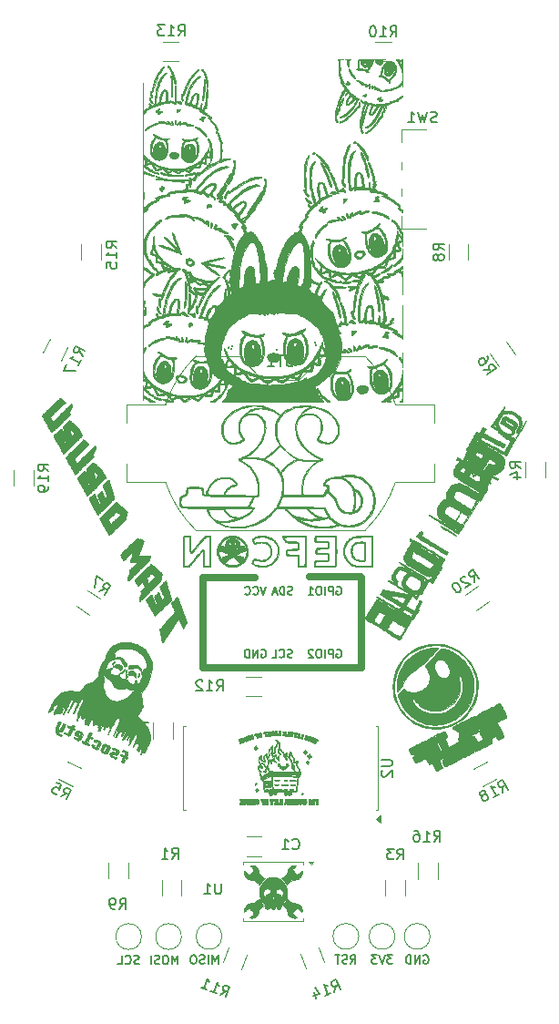
<source format=gbr>
%TF.GenerationSoftware,KiCad,Pcbnew,9.0.3*%
%TF.CreationDate,2025-07-31T13:15:59-07:00*%
%TF.ProjectId,dc-labubu-protype-ver-2.0,64632d6c-6162-4756-9275-2d70726f7479,rev?*%
%TF.SameCoordinates,Original*%
%TF.FileFunction,Legend,Bot*%
%TF.FilePolarity,Positive*%
%FSLAX46Y46*%
G04 Gerber Fmt 4.6, Leading zero omitted, Abs format (unit mm)*
G04 Created by KiCad (PCBNEW 9.0.3) date 2025-07-31 13:15:59*
%MOMM*%
%LPD*%
G01*
G04 APERTURE LIST*
%ADD10C,0.150000*%
%ADD11C,0.010000*%
%ADD12C,0.120000*%
%ADD13C,0.700000*%
G04 APERTURE END LIST*
D10*
X149761921Y-68165438D02*
X149619064Y-68213057D01*
X149619064Y-68213057D02*
X149571445Y-68260676D01*
X149571445Y-68260676D02*
X149523826Y-68355914D01*
X149523826Y-68355914D02*
X149523826Y-68498771D01*
X149523826Y-68498771D02*
X149571445Y-68594009D01*
X149571445Y-68594009D02*
X149619064Y-68641629D01*
X149619064Y-68641629D02*
X149714302Y-68689248D01*
X149714302Y-68689248D02*
X150095254Y-68689248D01*
X150095254Y-68689248D02*
X150095254Y-67689248D01*
X150095254Y-67689248D02*
X149761921Y-67689248D01*
X149761921Y-67689248D02*
X149666683Y-67736867D01*
X149666683Y-67736867D02*
X149619064Y-67784486D01*
X149619064Y-67784486D02*
X149571445Y-67879724D01*
X149571445Y-67879724D02*
X149571445Y-67974962D01*
X149571445Y-67974962D02*
X149619064Y-68070200D01*
X149619064Y-68070200D02*
X149666683Y-68117819D01*
X149666683Y-68117819D02*
X149761921Y-68165438D01*
X149761921Y-68165438D02*
X150095254Y-68165438D01*
X149238111Y-67689248D02*
X148666683Y-67689248D01*
X148952397Y-68689248D02*
X148952397Y-67689248D01*
X147809540Y-68689248D02*
X148380968Y-68689248D01*
X148095254Y-68689248D02*
X148095254Y-67689248D01*
X148095254Y-67689248D02*
X148190492Y-67832105D01*
X148190492Y-67832105D02*
X148285730Y-67927343D01*
X148285730Y-67927343D02*
X148380968Y-67974962D01*
X154209837Y-95061828D02*
X154281266Y-95026114D01*
X154281266Y-95026114D02*
X154388408Y-95026114D01*
X154388408Y-95026114D02*
X154495551Y-95061828D01*
X154495551Y-95061828D02*
X154566980Y-95133257D01*
X154566980Y-95133257D02*
X154602694Y-95204685D01*
X154602694Y-95204685D02*
X154638408Y-95347542D01*
X154638408Y-95347542D02*
X154638408Y-95454685D01*
X154638408Y-95454685D02*
X154602694Y-95597542D01*
X154602694Y-95597542D02*
X154566980Y-95668971D01*
X154566980Y-95668971D02*
X154495551Y-95740400D01*
X154495551Y-95740400D02*
X154388408Y-95776114D01*
X154388408Y-95776114D02*
X154316980Y-95776114D01*
X154316980Y-95776114D02*
X154209837Y-95740400D01*
X154209837Y-95740400D02*
X154174123Y-95704685D01*
X154174123Y-95704685D02*
X154174123Y-95454685D01*
X154174123Y-95454685D02*
X154316980Y-95454685D01*
X153852694Y-95776114D02*
X153852694Y-95026114D01*
X153852694Y-95026114D02*
X153566980Y-95026114D01*
X153566980Y-95026114D02*
X153495551Y-95061828D01*
X153495551Y-95061828D02*
X153459837Y-95097542D01*
X153459837Y-95097542D02*
X153424123Y-95168971D01*
X153424123Y-95168971D02*
X153424123Y-95276114D01*
X153424123Y-95276114D02*
X153459837Y-95347542D01*
X153459837Y-95347542D02*
X153495551Y-95383257D01*
X153495551Y-95383257D02*
X153566980Y-95418971D01*
X153566980Y-95418971D02*
X153852694Y-95418971D01*
X153102694Y-95776114D02*
X153102694Y-95026114D01*
X152602694Y-95026114D02*
X152459837Y-95026114D01*
X152459837Y-95026114D02*
X152388408Y-95061828D01*
X152388408Y-95061828D02*
X152316980Y-95133257D01*
X152316980Y-95133257D02*
X152281265Y-95276114D01*
X152281265Y-95276114D02*
X152281265Y-95526114D01*
X152281265Y-95526114D02*
X152316980Y-95668971D01*
X152316980Y-95668971D02*
X152388408Y-95740400D01*
X152388408Y-95740400D02*
X152459837Y-95776114D01*
X152459837Y-95776114D02*
X152602694Y-95776114D01*
X152602694Y-95776114D02*
X152674123Y-95740400D01*
X152674123Y-95740400D02*
X152745551Y-95668971D01*
X152745551Y-95668971D02*
X152781265Y-95526114D01*
X152781265Y-95526114D02*
X152781265Y-95276114D01*
X152781265Y-95276114D02*
X152745551Y-95133257D01*
X152745551Y-95133257D02*
X152674123Y-95061828D01*
X152674123Y-95061828D02*
X152602694Y-95026114D01*
X151995551Y-95097542D02*
X151959837Y-95061828D01*
X151959837Y-95061828D02*
X151888409Y-95026114D01*
X151888409Y-95026114D02*
X151709837Y-95026114D01*
X151709837Y-95026114D02*
X151638409Y-95061828D01*
X151638409Y-95061828D02*
X151602694Y-95097542D01*
X151602694Y-95097542D02*
X151566980Y-95168971D01*
X151566980Y-95168971D02*
X151566980Y-95240400D01*
X151566980Y-95240400D02*
X151602694Y-95347542D01*
X151602694Y-95347542D02*
X152031266Y-95776114D01*
X152031266Y-95776114D02*
X151566980Y-95776114D01*
X147197123Y-95061828D02*
X147268552Y-95026114D01*
X147268552Y-95026114D02*
X147375694Y-95026114D01*
X147375694Y-95026114D02*
X147482837Y-95061828D01*
X147482837Y-95061828D02*
X147554266Y-95133257D01*
X147554266Y-95133257D02*
X147589980Y-95204685D01*
X147589980Y-95204685D02*
X147625694Y-95347542D01*
X147625694Y-95347542D02*
X147625694Y-95454685D01*
X147625694Y-95454685D02*
X147589980Y-95597542D01*
X147589980Y-95597542D02*
X147554266Y-95668971D01*
X147554266Y-95668971D02*
X147482837Y-95740400D01*
X147482837Y-95740400D02*
X147375694Y-95776114D01*
X147375694Y-95776114D02*
X147304266Y-95776114D01*
X147304266Y-95776114D02*
X147197123Y-95740400D01*
X147197123Y-95740400D02*
X147161409Y-95704685D01*
X147161409Y-95704685D02*
X147161409Y-95454685D01*
X147161409Y-95454685D02*
X147304266Y-95454685D01*
X146839980Y-95776114D02*
X146839980Y-95026114D01*
X146839980Y-95026114D02*
X146411409Y-95776114D01*
X146411409Y-95776114D02*
X146411409Y-95026114D01*
X146054266Y-95776114D02*
X146054266Y-95026114D01*
X146054266Y-95026114D02*
X145875695Y-95026114D01*
X145875695Y-95026114D02*
X145768552Y-95061828D01*
X145768552Y-95061828D02*
X145697123Y-95133257D01*
X145697123Y-95133257D02*
X145661409Y-95204685D01*
X145661409Y-95204685D02*
X145625695Y-95347542D01*
X145625695Y-95347542D02*
X145625695Y-95454685D01*
X145625695Y-95454685D02*
X145661409Y-95597542D01*
X145661409Y-95597542D02*
X145697123Y-95668971D01*
X145697123Y-95668971D02*
X145768552Y-95740400D01*
X145768552Y-95740400D02*
X145875695Y-95776114D01*
X145875695Y-95776114D02*
X146054266Y-95776114D01*
X150076408Y-89898400D02*
X149969266Y-89934114D01*
X149969266Y-89934114D02*
X149790694Y-89934114D01*
X149790694Y-89934114D02*
X149719266Y-89898400D01*
X149719266Y-89898400D02*
X149683551Y-89862685D01*
X149683551Y-89862685D02*
X149647837Y-89791257D01*
X149647837Y-89791257D02*
X149647837Y-89719828D01*
X149647837Y-89719828D02*
X149683551Y-89648400D01*
X149683551Y-89648400D02*
X149719266Y-89612685D01*
X149719266Y-89612685D02*
X149790694Y-89576971D01*
X149790694Y-89576971D02*
X149933551Y-89541257D01*
X149933551Y-89541257D02*
X150004980Y-89505542D01*
X150004980Y-89505542D02*
X150040694Y-89469828D01*
X150040694Y-89469828D02*
X150076408Y-89398400D01*
X150076408Y-89398400D02*
X150076408Y-89326971D01*
X150076408Y-89326971D02*
X150040694Y-89255542D01*
X150040694Y-89255542D02*
X150004980Y-89219828D01*
X150004980Y-89219828D02*
X149933551Y-89184114D01*
X149933551Y-89184114D02*
X149754980Y-89184114D01*
X149754980Y-89184114D02*
X149647837Y-89219828D01*
X149326408Y-89934114D02*
X149326408Y-89184114D01*
X149326408Y-89184114D02*
X149147837Y-89184114D01*
X149147837Y-89184114D02*
X149040694Y-89219828D01*
X149040694Y-89219828D02*
X148969265Y-89291257D01*
X148969265Y-89291257D02*
X148933551Y-89362685D01*
X148933551Y-89362685D02*
X148897837Y-89505542D01*
X148897837Y-89505542D02*
X148897837Y-89612685D01*
X148897837Y-89612685D02*
X148933551Y-89755542D01*
X148933551Y-89755542D02*
X148969265Y-89826971D01*
X148969265Y-89826971D02*
X149040694Y-89898400D01*
X149040694Y-89898400D02*
X149147837Y-89934114D01*
X149147837Y-89934114D02*
X149326408Y-89934114D01*
X148612122Y-89719828D02*
X148254980Y-89719828D01*
X148683551Y-89934114D02*
X148433551Y-89184114D01*
X148433551Y-89184114D02*
X148183551Y-89934114D01*
X150058551Y-95740400D02*
X149951409Y-95776114D01*
X149951409Y-95776114D02*
X149772837Y-95776114D01*
X149772837Y-95776114D02*
X149701409Y-95740400D01*
X149701409Y-95740400D02*
X149665694Y-95704685D01*
X149665694Y-95704685D02*
X149629980Y-95633257D01*
X149629980Y-95633257D02*
X149629980Y-95561828D01*
X149629980Y-95561828D02*
X149665694Y-95490400D01*
X149665694Y-95490400D02*
X149701409Y-95454685D01*
X149701409Y-95454685D02*
X149772837Y-95418971D01*
X149772837Y-95418971D02*
X149915694Y-95383257D01*
X149915694Y-95383257D02*
X149987123Y-95347542D01*
X149987123Y-95347542D02*
X150022837Y-95311828D01*
X150022837Y-95311828D02*
X150058551Y-95240400D01*
X150058551Y-95240400D02*
X150058551Y-95168971D01*
X150058551Y-95168971D02*
X150022837Y-95097542D01*
X150022837Y-95097542D02*
X149987123Y-95061828D01*
X149987123Y-95061828D02*
X149915694Y-95026114D01*
X149915694Y-95026114D02*
X149737123Y-95026114D01*
X149737123Y-95026114D02*
X149629980Y-95061828D01*
X148879980Y-95704685D02*
X148915694Y-95740400D01*
X148915694Y-95740400D02*
X149022837Y-95776114D01*
X149022837Y-95776114D02*
X149094265Y-95776114D01*
X149094265Y-95776114D02*
X149201408Y-95740400D01*
X149201408Y-95740400D02*
X149272837Y-95668971D01*
X149272837Y-95668971D02*
X149308551Y-95597542D01*
X149308551Y-95597542D02*
X149344265Y-95454685D01*
X149344265Y-95454685D02*
X149344265Y-95347542D01*
X149344265Y-95347542D02*
X149308551Y-95204685D01*
X149308551Y-95204685D02*
X149272837Y-95133257D01*
X149272837Y-95133257D02*
X149201408Y-95061828D01*
X149201408Y-95061828D02*
X149094265Y-95026114D01*
X149094265Y-95026114D02*
X149022837Y-95026114D01*
X149022837Y-95026114D02*
X148915694Y-95061828D01*
X148915694Y-95061828D02*
X148879980Y-95097542D01*
X148201408Y-95776114D02*
X148558551Y-95776114D01*
X148558551Y-95776114D02*
X148558551Y-95026114D01*
X154209837Y-89219828D02*
X154281266Y-89184114D01*
X154281266Y-89184114D02*
X154388408Y-89184114D01*
X154388408Y-89184114D02*
X154495551Y-89219828D01*
X154495551Y-89219828D02*
X154566980Y-89291257D01*
X154566980Y-89291257D02*
X154602694Y-89362685D01*
X154602694Y-89362685D02*
X154638408Y-89505542D01*
X154638408Y-89505542D02*
X154638408Y-89612685D01*
X154638408Y-89612685D02*
X154602694Y-89755542D01*
X154602694Y-89755542D02*
X154566980Y-89826971D01*
X154566980Y-89826971D02*
X154495551Y-89898400D01*
X154495551Y-89898400D02*
X154388408Y-89934114D01*
X154388408Y-89934114D02*
X154316980Y-89934114D01*
X154316980Y-89934114D02*
X154209837Y-89898400D01*
X154209837Y-89898400D02*
X154174123Y-89862685D01*
X154174123Y-89862685D02*
X154174123Y-89612685D01*
X154174123Y-89612685D02*
X154316980Y-89612685D01*
X153852694Y-89934114D02*
X153852694Y-89184114D01*
X153852694Y-89184114D02*
X153566980Y-89184114D01*
X153566980Y-89184114D02*
X153495551Y-89219828D01*
X153495551Y-89219828D02*
X153459837Y-89255542D01*
X153459837Y-89255542D02*
X153424123Y-89326971D01*
X153424123Y-89326971D02*
X153424123Y-89434114D01*
X153424123Y-89434114D02*
X153459837Y-89505542D01*
X153459837Y-89505542D02*
X153495551Y-89541257D01*
X153495551Y-89541257D02*
X153566980Y-89576971D01*
X153566980Y-89576971D02*
X153852694Y-89576971D01*
X153102694Y-89934114D02*
X153102694Y-89184114D01*
X152602694Y-89184114D02*
X152459837Y-89184114D01*
X152459837Y-89184114D02*
X152388408Y-89219828D01*
X152388408Y-89219828D02*
X152316980Y-89291257D01*
X152316980Y-89291257D02*
X152281265Y-89434114D01*
X152281265Y-89434114D02*
X152281265Y-89684114D01*
X152281265Y-89684114D02*
X152316980Y-89826971D01*
X152316980Y-89826971D02*
X152388408Y-89898400D01*
X152388408Y-89898400D02*
X152459837Y-89934114D01*
X152459837Y-89934114D02*
X152602694Y-89934114D01*
X152602694Y-89934114D02*
X152674123Y-89898400D01*
X152674123Y-89898400D02*
X152745551Y-89826971D01*
X152745551Y-89826971D02*
X152781265Y-89684114D01*
X152781265Y-89684114D02*
X152781265Y-89434114D01*
X152781265Y-89434114D02*
X152745551Y-89291257D01*
X152745551Y-89291257D02*
X152674123Y-89219828D01*
X152674123Y-89219828D02*
X152602694Y-89184114D01*
X151566980Y-89934114D02*
X151995551Y-89934114D01*
X151781266Y-89934114D02*
X151781266Y-89184114D01*
X151781266Y-89184114D02*
X151852694Y-89291257D01*
X151852694Y-89291257D02*
X151924123Y-89362685D01*
X151924123Y-89362685D02*
X151995551Y-89398400D01*
X147625694Y-89184114D02*
X147375694Y-89934114D01*
X147375694Y-89934114D02*
X147125694Y-89184114D01*
X146447123Y-89862685D02*
X146482837Y-89898400D01*
X146482837Y-89898400D02*
X146589980Y-89934114D01*
X146589980Y-89934114D02*
X146661408Y-89934114D01*
X146661408Y-89934114D02*
X146768551Y-89898400D01*
X146768551Y-89898400D02*
X146839980Y-89826971D01*
X146839980Y-89826971D02*
X146875694Y-89755542D01*
X146875694Y-89755542D02*
X146911408Y-89612685D01*
X146911408Y-89612685D02*
X146911408Y-89505542D01*
X146911408Y-89505542D02*
X146875694Y-89362685D01*
X146875694Y-89362685D02*
X146839980Y-89291257D01*
X146839980Y-89291257D02*
X146768551Y-89219828D01*
X146768551Y-89219828D02*
X146661408Y-89184114D01*
X146661408Y-89184114D02*
X146589980Y-89184114D01*
X146589980Y-89184114D02*
X146482837Y-89219828D01*
X146482837Y-89219828D02*
X146447123Y-89255542D01*
X145697123Y-89862685D02*
X145732837Y-89898400D01*
X145732837Y-89898400D02*
X145839980Y-89934114D01*
X145839980Y-89934114D02*
X145911408Y-89934114D01*
X145911408Y-89934114D02*
X146018551Y-89898400D01*
X146018551Y-89898400D02*
X146089980Y-89826971D01*
X146089980Y-89826971D02*
X146125694Y-89755542D01*
X146125694Y-89755542D02*
X146161408Y-89612685D01*
X146161408Y-89612685D02*
X146161408Y-89505542D01*
X146161408Y-89505542D02*
X146125694Y-89362685D01*
X146125694Y-89362685D02*
X146089980Y-89291257D01*
X146089980Y-89291257D02*
X146018551Y-89219828D01*
X146018551Y-89219828D02*
X145911408Y-89184114D01*
X145911408Y-89184114D02*
X145839980Y-89184114D01*
X145839980Y-89184114D02*
X145732837Y-89219828D01*
X145732837Y-89219828D02*
X145697123Y-89255542D01*
X167848614Y-68997939D02*
X168429879Y-68997858D01*
X168176372Y-69466026D02*
X168995524Y-68892449D01*
X168995524Y-68892449D02*
X168777019Y-68580391D01*
X168777019Y-68580391D02*
X168683385Y-68529690D01*
X168683385Y-68529690D02*
X168617065Y-68517996D01*
X168617065Y-68517996D02*
X168511737Y-68533615D01*
X168511737Y-68533615D02*
X168394716Y-68615555D01*
X168394716Y-68615555D02*
X168344014Y-68709188D01*
X168344014Y-68709188D02*
X168332320Y-68775509D01*
X168332320Y-68775509D02*
X168347939Y-68880836D01*
X168347939Y-68880836D02*
X168566445Y-69192894D01*
X168176129Y-67722232D02*
X168285382Y-67878261D01*
X168285382Y-67878261D02*
X168301001Y-67983589D01*
X168301001Y-67983589D02*
X168289307Y-68049909D01*
X168289307Y-68049909D02*
X168226912Y-68209863D01*
X168226912Y-68209863D02*
X168098196Y-68358123D01*
X168098196Y-68358123D02*
X167786138Y-68576628D01*
X167786138Y-68576628D02*
X167680810Y-68592247D01*
X167680810Y-68592247D02*
X167614490Y-68580553D01*
X167614490Y-68580553D02*
X167520856Y-68529852D01*
X167520856Y-68529852D02*
X167411604Y-68373823D01*
X167411604Y-68373823D02*
X167395985Y-68268495D01*
X167395985Y-68268495D02*
X167407679Y-68202175D01*
X167407679Y-68202175D02*
X167458380Y-68108541D01*
X167458380Y-68108541D02*
X167653416Y-67971976D01*
X167653416Y-67971976D02*
X167758744Y-67956357D01*
X167758744Y-67956357D02*
X167825064Y-67968051D01*
X167825064Y-67968051D02*
X167918698Y-68018752D01*
X167918698Y-68018752D02*
X168027951Y-68174781D01*
X168027951Y-68174781D02*
X168043570Y-68280109D01*
X168043570Y-68280109D02*
X168031876Y-68346429D01*
X168031876Y-68346429D02*
X167981174Y-68440063D01*
X150100091Y-113500797D02*
X150147710Y-113548417D01*
X150147710Y-113548417D02*
X150290567Y-113596036D01*
X150290567Y-113596036D02*
X150385805Y-113596036D01*
X150385805Y-113596036D02*
X150528662Y-113548417D01*
X150528662Y-113548417D02*
X150623900Y-113453178D01*
X150623900Y-113453178D02*
X150671519Y-113357940D01*
X150671519Y-113357940D02*
X150719138Y-113167464D01*
X150719138Y-113167464D02*
X150719138Y-113024607D01*
X150719138Y-113024607D02*
X150671519Y-112834131D01*
X150671519Y-112834131D02*
X150623900Y-112738893D01*
X150623900Y-112738893D02*
X150528662Y-112643655D01*
X150528662Y-112643655D02*
X150385805Y-112596036D01*
X150385805Y-112596036D02*
X150290567Y-112596036D01*
X150290567Y-112596036D02*
X150147710Y-112643655D01*
X150147710Y-112643655D02*
X150100091Y-112691274D01*
X149147710Y-113596036D02*
X149719138Y-113596036D01*
X149433424Y-113596036D02*
X149433424Y-112596036D01*
X149433424Y-112596036D02*
X149528662Y-112738893D01*
X149528662Y-112738893D02*
X149623900Y-112834131D01*
X149623900Y-112834131D02*
X149719138Y-112881750D01*
X169587433Y-108309032D02*
X169668249Y-107733413D01*
X170096580Y-108049609D02*
X169642589Y-107158603D01*
X169642589Y-107158603D02*
X169303158Y-107331551D01*
X169303158Y-107331551D02*
X169239919Y-107417217D01*
X169239919Y-107417217D02*
X169219109Y-107481265D01*
X169219109Y-107481265D02*
X169219917Y-107587741D01*
X169219917Y-107587741D02*
X169284773Y-107715028D01*
X169284773Y-107715028D02*
X169370439Y-107778267D01*
X169370439Y-107778267D02*
X169434486Y-107799077D01*
X169434486Y-107799077D02*
X169540963Y-107798269D01*
X169540963Y-107798269D02*
X169880394Y-107625320D01*
X168738855Y-108741404D02*
X169248002Y-108481981D01*
X168993429Y-108611693D02*
X168539438Y-107720686D01*
X168539438Y-107720686D02*
X168689152Y-107804735D01*
X168689152Y-107804735D02*
X168817247Y-107846356D01*
X168817247Y-107846356D02*
X168923723Y-107845548D01*
X167970286Y-108491681D02*
X168033525Y-108406015D01*
X168033525Y-108406015D02*
X168054335Y-108341967D01*
X168054335Y-108341967D02*
X168053527Y-108235491D01*
X168053527Y-108235491D02*
X168031908Y-108193062D01*
X168031908Y-108193062D02*
X167946242Y-108129823D01*
X167946242Y-108129823D02*
X167882195Y-108109012D01*
X167882195Y-108109012D02*
X167775718Y-108109821D01*
X167775718Y-108109821D02*
X167606003Y-108196295D01*
X167606003Y-108196295D02*
X167542764Y-108281961D01*
X167542764Y-108281961D02*
X167521953Y-108346009D01*
X167521953Y-108346009D02*
X167522762Y-108452485D01*
X167522762Y-108452485D02*
X167544380Y-108494914D01*
X167544380Y-108494914D02*
X167630046Y-108558153D01*
X167630046Y-108558153D02*
X167694094Y-108578963D01*
X167694094Y-108578963D02*
X167800570Y-108578155D01*
X167800570Y-108578155D02*
X167970286Y-108491681D01*
X167970286Y-108491681D02*
X168076762Y-108490872D01*
X168076762Y-108490872D02*
X168140809Y-108511683D01*
X168140809Y-108511683D02*
X168226475Y-108574922D01*
X168226475Y-108574922D02*
X168312950Y-108744637D01*
X168312950Y-108744637D02*
X168313758Y-108851114D01*
X168313758Y-108851114D02*
X168292948Y-108915161D01*
X168292948Y-108915161D02*
X168229709Y-109000827D01*
X168229709Y-109000827D02*
X168059993Y-109087302D01*
X168059993Y-109087302D02*
X167953517Y-109088110D01*
X167953517Y-109088110D02*
X167889469Y-109067300D01*
X167889469Y-109067300D02*
X167803803Y-109004060D01*
X167803803Y-109004060D02*
X167717329Y-108834345D01*
X167717329Y-108834345D02*
X167716521Y-108727869D01*
X167716521Y-108727869D02*
X167737331Y-108663821D01*
X167737331Y-108663821D02*
X167800570Y-108578155D01*
X135810921Y-124205640D02*
X135696635Y-124243735D01*
X135696635Y-124243735D02*
X135506159Y-124243735D01*
X135506159Y-124243735D02*
X135429968Y-124205640D01*
X135429968Y-124205640D02*
X135391873Y-124167544D01*
X135391873Y-124167544D02*
X135353778Y-124091354D01*
X135353778Y-124091354D02*
X135353778Y-124015163D01*
X135353778Y-124015163D02*
X135391873Y-123938973D01*
X135391873Y-123938973D02*
X135429968Y-123900878D01*
X135429968Y-123900878D02*
X135506159Y-123862782D01*
X135506159Y-123862782D02*
X135658540Y-123824687D01*
X135658540Y-123824687D02*
X135734730Y-123786592D01*
X135734730Y-123786592D02*
X135772825Y-123748497D01*
X135772825Y-123748497D02*
X135810921Y-123672306D01*
X135810921Y-123672306D02*
X135810921Y-123596116D01*
X135810921Y-123596116D02*
X135772825Y-123519925D01*
X135772825Y-123519925D02*
X135734730Y-123481830D01*
X135734730Y-123481830D02*
X135658540Y-123443735D01*
X135658540Y-123443735D02*
X135468063Y-123443735D01*
X135468063Y-123443735D02*
X135353778Y-123481830D01*
X134553777Y-124167544D02*
X134591873Y-124205640D01*
X134591873Y-124205640D02*
X134706158Y-124243735D01*
X134706158Y-124243735D02*
X134782349Y-124243735D01*
X134782349Y-124243735D02*
X134896635Y-124205640D01*
X134896635Y-124205640D02*
X134972825Y-124129449D01*
X134972825Y-124129449D02*
X135010920Y-124053259D01*
X135010920Y-124053259D02*
X135049016Y-123900878D01*
X135049016Y-123900878D02*
X135049016Y-123786592D01*
X135049016Y-123786592D02*
X135010920Y-123634211D01*
X135010920Y-123634211D02*
X134972825Y-123558020D01*
X134972825Y-123558020D02*
X134896635Y-123481830D01*
X134896635Y-123481830D02*
X134782349Y-123443735D01*
X134782349Y-123443735D02*
X134706158Y-123443735D01*
X134706158Y-123443735D02*
X134591873Y-123481830D01*
X134591873Y-123481830D02*
X134553777Y-123519925D01*
X133829968Y-124243735D02*
X134210920Y-124243735D01*
X134210920Y-124243735D02*
X134210920Y-123443735D01*
X153989288Y-126833043D02*
X154129830Y-126269025D01*
X154522762Y-126628262D02*
X154164395Y-125694681D01*
X154164395Y-125694681D02*
X153808745Y-125831202D01*
X153808745Y-125831202D02*
X153736898Y-125909789D01*
X153736898Y-125909789D02*
X153709507Y-125971310D01*
X153709507Y-125971310D02*
X153699181Y-126077288D01*
X153699181Y-126077288D02*
X153750376Y-126210656D01*
X153750376Y-126210656D02*
X153828962Y-126282504D01*
X153828962Y-126282504D02*
X153890484Y-126309895D01*
X153890484Y-126309895D02*
X153996461Y-126320221D01*
X153996461Y-126320221D02*
X154352111Y-126183699D01*
X153100164Y-127174346D02*
X153633638Y-126969564D01*
X153366901Y-127071955D02*
X153008533Y-126138375D01*
X153008533Y-126138375D02*
X153148641Y-126237613D01*
X153148641Y-126237613D02*
X153271684Y-126292395D01*
X153271684Y-126292395D02*
X153377661Y-126302721D01*
X152061040Y-126859132D02*
X152299952Y-127481519D01*
X152146800Y-126418156D02*
X152625058Y-126999674D01*
X152625058Y-126999674D02*
X152047127Y-127221521D01*
X143371280Y-127109187D02*
X143853125Y-126784081D01*
X143904754Y-127313969D02*
X144263122Y-126380388D01*
X144263122Y-126380388D02*
X143907473Y-126243867D01*
X143907473Y-126243867D02*
X143801495Y-126254193D01*
X143801495Y-126254193D02*
X143739974Y-126281584D01*
X143739974Y-126281584D02*
X143661387Y-126353431D01*
X143661387Y-126353431D02*
X143610192Y-126486800D01*
X143610192Y-126486800D02*
X143620518Y-126592778D01*
X143620518Y-126592778D02*
X143647909Y-126654299D01*
X143647909Y-126654299D02*
X143719756Y-126732886D01*
X143719756Y-126732886D02*
X144075406Y-126869407D01*
X142482156Y-126767884D02*
X143015630Y-126972666D01*
X142748893Y-126870275D02*
X143107261Y-125936695D01*
X143107261Y-125936695D02*
X143144978Y-126104194D01*
X143144978Y-126104194D02*
X143199760Y-126227236D01*
X143199760Y-126227236D02*
X143271607Y-126305823D01*
X141593031Y-126426581D02*
X142126506Y-126631363D01*
X141859769Y-126528972D02*
X142218137Y-125595392D01*
X142218137Y-125595392D02*
X142255854Y-125762891D01*
X142255854Y-125762891D02*
X142310636Y-125885933D01*
X142310636Y-125885933D02*
X142382483Y-125964520D01*
X158359492Y-105271579D02*
X159169015Y-105271579D01*
X159169015Y-105271579D02*
X159264253Y-105319198D01*
X159264253Y-105319198D02*
X159311873Y-105366817D01*
X159311873Y-105366817D02*
X159359492Y-105462055D01*
X159359492Y-105462055D02*
X159359492Y-105652531D01*
X159359492Y-105652531D02*
X159311873Y-105747769D01*
X159311873Y-105747769D02*
X159264253Y-105795388D01*
X159264253Y-105795388D02*
X159169015Y-105843007D01*
X159169015Y-105843007D02*
X158359492Y-105843007D01*
X158454730Y-106271579D02*
X158407111Y-106319198D01*
X158407111Y-106319198D02*
X158359492Y-106414436D01*
X158359492Y-106414436D02*
X158359492Y-106652531D01*
X158359492Y-106652531D02*
X158407111Y-106747769D01*
X158407111Y-106747769D02*
X158454730Y-106795388D01*
X158454730Y-106795388D02*
X158549968Y-106843007D01*
X158549968Y-106843007D02*
X158645206Y-106843007D01*
X158645206Y-106843007D02*
X158788063Y-106795388D01*
X158788063Y-106795388D02*
X159359492Y-106223960D01*
X159359492Y-106223960D02*
X159359492Y-106843007D01*
X143040507Y-98857676D02*
X143373840Y-98381485D01*
X143611935Y-98857676D02*
X143611935Y-97857676D01*
X143611935Y-97857676D02*
X143230983Y-97857676D01*
X143230983Y-97857676D02*
X143135745Y-97905295D01*
X143135745Y-97905295D02*
X143088126Y-97952914D01*
X143088126Y-97952914D02*
X143040507Y-98048152D01*
X143040507Y-98048152D02*
X143040507Y-98191009D01*
X143040507Y-98191009D02*
X143088126Y-98286247D01*
X143088126Y-98286247D02*
X143135745Y-98333866D01*
X143135745Y-98333866D02*
X143230983Y-98381485D01*
X143230983Y-98381485D02*
X143611935Y-98381485D01*
X142088126Y-98857676D02*
X142659554Y-98857676D01*
X142373840Y-98857676D02*
X142373840Y-97857676D01*
X142373840Y-97857676D02*
X142469078Y-98000533D01*
X142469078Y-98000533D02*
X142564316Y-98095771D01*
X142564316Y-98095771D02*
X142659554Y-98143390D01*
X141707173Y-97952914D02*
X141659554Y-97905295D01*
X141659554Y-97905295D02*
X141564316Y-97857676D01*
X141564316Y-97857676D02*
X141326221Y-97857676D01*
X141326221Y-97857676D02*
X141230983Y-97905295D01*
X141230983Y-97905295D02*
X141183364Y-97952914D01*
X141183364Y-97952914D02*
X141135745Y-98048152D01*
X141135745Y-98048152D02*
X141135745Y-98143390D01*
X141135745Y-98143390D02*
X141183364Y-98286247D01*
X141183364Y-98286247D02*
X141754792Y-98857676D01*
X141754792Y-98857676D02*
X141135745Y-98857676D01*
X163526273Y-45990907D02*
X163383416Y-46038526D01*
X163383416Y-46038526D02*
X163145321Y-46038526D01*
X163145321Y-46038526D02*
X163050083Y-45990907D01*
X163050083Y-45990907D02*
X163002464Y-45943287D01*
X163002464Y-45943287D02*
X162954845Y-45848049D01*
X162954845Y-45848049D02*
X162954845Y-45752811D01*
X162954845Y-45752811D02*
X163002464Y-45657573D01*
X163002464Y-45657573D02*
X163050083Y-45609954D01*
X163050083Y-45609954D02*
X163145321Y-45562335D01*
X163145321Y-45562335D02*
X163335797Y-45514716D01*
X163335797Y-45514716D02*
X163431035Y-45467097D01*
X163431035Y-45467097D02*
X163478654Y-45419478D01*
X163478654Y-45419478D02*
X163526273Y-45324240D01*
X163526273Y-45324240D02*
X163526273Y-45229002D01*
X163526273Y-45229002D02*
X163478654Y-45133764D01*
X163478654Y-45133764D02*
X163431035Y-45086145D01*
X163431035Y-45086145D02*
X163335797Y-45038526D01*
X163335797Y-45038526D02*
X163097702Y-45038526D01*
X163097702Y-45038526D02*
X162954845Y-45086145D01*
X162621511Y-45038526D02*
X162383416Y-46038526D01*
X162383416Y-46038526D02*
X162192940Y-45324240D01*
X162192940Y-45324240D02*
X162002464Y-46038526D01*
X162002464Y-46038526D02*
X161764369Y-45038526D01*
X160859607Y-46038526D02*
X161431035Y-46038526D01*
X161145321Y-46038526D02*
X161145321Y-45038526D01*
X161145321Y-45038526D02*
X161240559Y-45181383D01*
X161240559Y-45181383D02*
X161335797Y-45276621D01*
X161335797Y-45276621D02*
X161431035Y-45324240D01*
X139425318Y-124243735D02*
X139425318Y-123443735D01*
X139425318Y-123443735D02*
X139158652Y-124015163D01*
X139158652Y-124015163D02*
X138891985Y-123443735D01*
X138891985Y-123443735D02*
X138891985Y-124243735D01*
X138358651Y-123443735D02*
X138206270Y-123443735D01*
X138206270Y-123443735D02*
X138130080Y-123481830D01*
X138130080Y-123481830D02*
X138053889Y-123558020D01*
X138053889Y-123558020D02*
X138015794Y-123710401D01*
X138015794Y-123710401D02*
X138015794Y-123977068D01*
X138015794Y-123977068D02*
X138053889Y-124129449D01*
X138053889Y-124129449D02*
X138130080Y-124205640D01*
X138130080Y-124205640D02*
X138206270Y-124243735D01*
X138206270Y-124243735D02*
X138358651Y-124243735D01*
X138358651Y-124243735D02*
X138434842Y-124205640D01*
X138434842Y-124205640D02*
X138511032Y-124129449D01*
X138511032Y-124129449D02*
X138549128Y-123977068D01*
X138549128Y-123977068D02*
X138549128Y-123710401D01*
X138549128Y-123710401D02*
X138511032Y-123558020D01*
X138511032Y-123558020D02*
X138434842Y-123481830D01*
X138434842Y-123481830D02*
X138358651Y-123443735D01*
X137711033Y-124205640D02*
X137596747Y-124243735D01*
X137596747Y-124243735D02*
X137406271Y-124243735D01*
X137406271Y-124243735D02*
X137330080Y-124205640D01*
X137330080Y-124205640D02*
X137291985Y-124167544D01*
X137291985Y-124167544D02*
X137253890Y-124091354D01*
X137253890Y-124091354D02*
X137253890Y-124015163D01*
X137253890Y-124015163D02*
X137291985Y-123938973D01*
X137291985Y-123938973D02*
X137330080Y-123900878D01*
X137330080Y-123900878D02*
X137406271Y-123862782D01*
X137406271Y-123862782D02*
X137558652Y-123824687D01*
X137558652Y-123824687D02*
X137634842Y-123786592D01*
X137634842Y-123786592D02*
X137672937Y-123748497D01*
X137672937Y-123748497D02*
X137711033Y-123672306D01*
X137711033Y-123672306D02*
X137711033Y-123596116D01*
X137711033Y-123596116D02*
X137672937Y-123519925D01*
X137672937Y-123519925D02*
X137634842Y-123481830D01*
X137634842Y-123481830D02*
X137558652Y-123443735D01*
X137558652Y-123443735D02*
X137368175Y-123443735D01*
X137368175Y-123443735D02*
X137253890Y-123481830D01*
X136911032Y-124243735D02*
X136911032Y-123443735D01*
X136677139Y-102394743D02*
X136200948Y-102061410D01*
X136677139Y-101823315D02*
X135677139Y-101823315D01*
X135677139Y-101823315D02*
X135677139Y-102204267D01*
X135677139Y-102204267D02*
X135724758Y-102299505D01*
X135724758Y-102299505D02*
X135772377Y-102347124D01*
X135772377Y-102347124D02*
X135867615Y-102394743D01*
X135867615Y-102394743D02*
X136010472Y-102394743D01*
X136010472Y-102394743D02*
X136105710Y-102347124D01*
X136105710Y-102347124D02*
X136153329Y-102299505D01*
X136153329Y-102299505D02*
X136200948Y-102204267D01*
X136200948Y-102204267D02*
X136200948Y-101823315D01*
X135772377Y-102775696D02*
X135724758Y-102823315D01*
X135724758Y-102823315D02*
X135677139Y-102918553D01*
X135677139Y-102918553D02*
X135677139Y-103156648D01*
X135677139Y-103156648D02*
X135724758Y-103251886D01*
X135724758Y-103251886D02*
X135772377Y-103299505D01*
X135772377Y-103299505D02*
X135867615Y-103347124D01*
X135867615Y-103347124D02*
X135962853Y-103347124D01*
X135962853Y-103347124D02*
X136105710Y-103299505D01*
X136105710Y-103299505D02*
X136677139Y-102728077D01*
X136677139Y-102728077D02*
X136677139Y-103347124D01*
X132138939Y-89595010D02*
X132681568Y-89386628D01*
X132612675Y-89914549D02*
X133171868Y-89085511D01*
X133171868Y-89085511D02*
X132856044Y-88872485D01*
X132856044Y-88872485D02*
X132750460Y-88858707D01*
X132750460Y-88858707D02*
X132684354Y-88871557D01*
X132684354Y-88871557D02*
X132591619Y-88923884D01*
X132591619Y-88923884D02*
X132511735Y-89042318D01*
X132511735Y-89042318D02*
X132497956Y-89147903D01*
X132497956Y-89147903D02*
X132510806Y-89214009D01*
X132510806Y-89214009D02*
X132563134Y-89306743D01*
X132563134Y-89306743D02*
X132878958Y-89519769D01*
X132421786Y-88579575D02*
X131869095Y-88206780D01*
X131869095Y-88206780D02*
X131665204Y-89275471D01*
X143171869Y-124227044D02*
X143171869Y-123427044D01*
X143171869Y-123427044D02*
X142905203Y-123998472D01*
X142905203Y-123998472D02*
X142638536Y-123427044D01*
X142638536Y-123427044D02*
X142638536Y-124227044D01*
X142257583Y-124227044D02*
X142257583Y-123427044D01*
X141914727Y-124188949D02*
X141800441Y-124227044D01*
X141800441Y-124227044D02*
X141609965Y-124227044D01*
X141609965Y-124227044D02*
X141533774Y-124188949D01*
X141533774Y-124188949D02*
X141495679Y-124150853D01*
X141495679Y-124150853D02*
X141457584Y-124074663D01*
X141457584Y-124074663D02*
X141457584Y-123998472D01*
X141457584Y-123998472D02*
X141495679Y-123922282D01*
X141495679Y-123922282D02*
X141533774Y-123884187D01*
X141533774Y-123884187D02*
X141609965Y-123846091D01*
X141609965Y-123846091D02*
X141762346Y-123807996D01*
X141762346Y-123807996D02*
X141838536Y-123769901D01*
X141838536Y-123769901D02*
X141876631Y-123731806D01*
X141876631Y-123731806D02*
X141914727Y-123655615D01*
X141914727Y-123655615D02*
X141914727Y-123579425D01*
X141914727Y-123579425D02*
X141876631Y-123503234D01*
X141876631Y-123503234D02*
X141838536Y-123465139D01*
X141838536Y-123465139D02*
X141762346Y-123427044D01*
X141762346Y-123427044D02*
X141571869Y-123427044D01*
X141571869Y-123427044D02*
X141457584Y-123465139D01*
X140962345Y-123427044D02*
X140809964Y-123427044D01*
X140809964Y-123427044D02*
X140733774Y-123465139D01*
X140733774Y-123465139D02*
X140657583Y-123541329D01*
X140657583Y-123541329D02*
X140619488Y-123693710D01*
X140619488Y-123693710D02*
X140619488Y-123960377D01*
X140619488Y-123960377D02*
X140657583Y-124112758D01*
X140657583Y-124112758D02*
X140733774Y-124188949D01*
X140733774Y-124188949D02*
X140809964Y-124227044D01*
X140809964Y-124227044D02*
X140962345Y-124227044D01*
X140962345Y-124227044D02*
X141038536Y-124188949D01*
X141038536Y-124188949D02*
X141114726Y-124112758D01*
X141114726Y-124112758D02*
X141152822Y-123960377D01*
X141152822Y-123960377D02*
X141152822Y-123693710D01*
X141152822Y-123693710D02*
X141114726Y-123541329D01*
X141114726Y-123541329D02*
X141038536Y-123465139D01*
X141038536Y-123465139D02*
X140962345Y-123427044D01*
X130556970Y-67739863D02*
X130266267Y-67236513D01*
X130798466Y-67221973D02*
X129892158Y-66799354D01*
X129892158Y-66799354D02*
X129731161Y-67144615D01*
X129731161Y-67144615D02*
X129734069Y-67251054D01*
X129734069Y-67251054D02*
X129757102Y-67314336D01*
X129757102Y-67314336D02*
X129823292Y-67397743D01*
X129823292Y-67397743D02*
X129952765Y-67458117D01*
X129952765Y-67458117D02*
X130059204Y-67455209D01*
X130059204Y-67455209D02*
X130122486Y-67432176D01*
X130122486Y-67432176D02*
X130205893Y-67365986D01*
X130205893Y-67365986D02*
X130366891Y-67020726D01*
X130154476Y-68603013D02*
X130395972Y-68085123D01*
X130275224Y-68344068D02*
X129368916Y-67921450D01*
X129368916Y-67921450D02*
X129538638Y-67895509D01*
X129538638Y-67895509D02*
X129665203Y-67849443D01*
X129665203Y-67849443D02*
X129748610Y-67783253D01*
X129107296Y-68482498D02*
X128825550Y-69086703D01*
X128825550Y-69086703D02*
X129912980Y-69120903D01*
X163253546Y-112858614D02*
X163586879Y-112382423D01*
X163824974Y-112858614D02*
X163824974Y-111858614D01*
X163824974Y-111858614D02*
X163444022Y-111858614D01*
X163444022Y-111858614D02*
X163348784Y-111906233D01*
X163348784Y-111906233D02*
X163301165Y-111953852D01*
X163301165Y-111953852D02*
X163253546Y-112049090D01*
X163253546Y-112049090D02*
X163253546Y-112191947D01*
X163253546Y-112191947D02*
X163301165Y-112287185D01*
X163301165Y-112287185D02*
X163348784Y-112334804D01*
X163348784Y-112334804D02*
X163444022Y-112382423D01*
X163444022Y-112382423D02*
X163824974Y-112382423D01*
X162301165Y-112858614D02*
X162872593Y-112858614D01*
X162586879Y-112858614D02*
X162586879Y-111858614D01*
X162586879Y-111858614D02*
X162682117Y-112001471D01*
X162682117Y-112001471D02*
X162777355Y-112096709D01*
X162777355Y-112096709D02*
X162872593Y-112144328D01*
X161444022Y-111858614D02*
X161634498Y-111858614D01*
X161634498Y-111858614D02*
X161729736Y-111906233D01*
X161729736Y-111906233D02*
X161777355Y-111953852D01*
X161777355Y-111953852D02*
X161872593Y-112096709D01*
X161872593Y-112096709D02*
X161920212Y-112287185D01*
X161920212Y-112287185D02*
X161920212Y-112668137D01*
X161920212Y-112668137D02*
X161872593Y-112763375D01*
X161872593Y-112763375D02*
X161824974Y-112810995D01*
X161824974Y-112810995D02*
X161729736Y-112858614D01*
X161729736Y-112858614D02*
X161539260Y-112858614D01*
X161539260Y-112858614D02*
X161444022Y-112810995D01*
X161444022Y-112810995D02*
X161396403Y-112763375D01*
X161396403Y-112763375D02*
X161348784Y-112668137D01*
X161348784Y-112668137D02*
X161348784Y-112430042D01*
X161348784Y-112430042D02*
X161396403Y-112334804D01*
X161396403Y-112334804D02*
X161444022Y-112287185D01*
X161444022Y-112287185D02*
X161539260Y-112239566D01*
X161539260Y-112239566D02*
X161729736Y-112239566D01*
X161729736Y-112239566D02*
X161824974Y-112287185D01*
X161824974Y-112287185D02*
X161872593Y-112334804D01*
X161872593Y-112334804D02*
X161920212Y-112430042D01*
X139469404Y-37985710D02*
X139802737Y-37509519D01*
X140040832Y-37985710D02*
X140040832Y-36985710D01*
X140040832Y-36985710D02*
X139659880Y-36985710D01*
X139659880Y-36985710D02*
X139564642Y-37033329D01*
X139564642Y-37033329D02*
X139517023Y-37080948D01*
X139517023Y-37080948D02*
X139469404Y-37176186D01*
X139469404Y-37176186D02*
X139469404Y-37319043D01*
X139469404Y-37319043D02*
X139517023Y-37414281D01*
X139517023Y-37414281D02*
X139564642Y-37461900D01*
X139564642Y-37461900D02*
X139659880Y-37509519D01*
X139659880Y-37509519D02*
X140040832Y-37509519D01*
X138517023Y-37985710D02*
X139088451Y-37985710D01*
X138802737Y-37985710D02*
X138802737Y-36985710D01*
X138802737Y-36985710D02*
X138897975Y-37128567D01*
X138897975Y-37128567D02*
X138993213Y-37223805D01*
X138993213Y-37223805D02*
X139088451Y-37271424D01*
X138183689Y-36985710D02*
X137564642Y-36985710D01*
X137564642Y-36985710D02*
X137897975Y-37366662D01*
X137897975Y-37366662D02*
X137755118Y-37366662D01*
X137755118Y-37366662D02*
X137659880Y-37414281D01*
X137659880Y-37414281D02*
X137612261Y-37461900D01*
X137612261Y-37461900D02*
X137564642Y-37557138D01*
X137564642Y-37557138D02*
X137564642Y-37795233D01*
X137564642Y-37795233D02*
X137612261Y-37890471D01*
X137612261Y-37890471D02*
X137659880Y-37938091D01*
X137659880Y-37938091D02*
X137755118Y-37985710D01*
X137755118Y-37985710D02*
X138040832Y-37985710D01*
X138040832Y-37985710D02*
X138136070Y-37938091D01*
X138136070Y-37938091D02*
X138183689Y-37890471D01*
X171316007Y-78151429D02*
X170839816Y-77818096D01*
X171316007Y-77580001D02*
X170316007Y-77580001D01*
X170316007Y-77580001D02*
X170316007Y-77960953D01*
X170316007Y-77960953D02*
X170363626Y-78056191D01*
X170363626Y-78056191D02*
X170411245Y-78103810D01*
X170411245Y-78103810D02*
X170506483Y-78151429D01*
X170506483Y-78151429D02*
X170649340Y-78151429D01*
X170649340Y-78151429D02*
X170744578Y-78103810D01*
X170744578Y-78103810D02*
X170792197Y-78056191D01*
X170792197Y-78056191D02*
X170839816Y-77960953D01*
X170839816Y-77960953D02*
X170839816Y-77580001D01*
X170649340Y-79008572D02*
X171316007Y-79008572D01*
X170268388Y-78770477D02*
X170982673Y-78532382D01*
X170982673Y-78532382D02*
X170982673Y-79151429D01*
X159173124Y-38060687D02*
X159506457Y-37584496D01*
X159744552Y-38060687D02*
X159744552Y-37060687D01*
X159744552Y-37060687D02*
X159363600Y-37060687D01*
X159363600Y-37060687D02*
X159268362Y-37108306D01*
X159268362Y-37108306D02*
X159220743Y-37155925D01*
X159220743Y-37155925D02*
X159173124Y-37251163D01*
X159173124Y-37251163D02*
X159173124Y-37394020D01*
X159173124Y-37394020D02*
X159220743Y-37489258D01*
X159220743Y-37489258D02*
X159268362Y-37536877D01*
X159268362Y-37536877D02*
X159363600Y-37584496D01*
X159363600Y-37584496D02*
X159744552Y-37584496D01*
X158220743Y-38060687D02*
X158792171Y-38060687D01*
X158506457Y-38060687D02*
X158506457Y-37060687D01*
X158506457Y-37060687D02*
X158601695Y-37203544D01*
X158601695Y-37203544D02*
X158696933Y-37298782D01*
X158696933Y-37298782D02*
X158792171Y-37346401D01*
X157601695Y-37060687D02*
X157506457Y-37060687D01*
X157506457Y-37060687D02*
X157411219Y-37108306D01*
X157411219Y-37108306D02*
X157363600Y-37155925D01*
X157363600Y-37155925D02*
X157315981Y-37251163D01*
X157315981Y-37251163D02*
X157268362Y-37441639D01*
X157268362Y-37441639D02*
X157268362Y-37679734D01*
X157268362Y-37679734D02*
X157315981Y-37870210D01*
X157315981Y-37870210D02*
X157363600Y-37965448D01*
X157363600Y-37965448D02*
X157411219Y-38013068D01*
X157411219Y-38013068D02*
X157506457Y-38060687D01*
X157506457Y-38060687D02*
X157601695Y-38060687D01*
X157601695Y-38060687D02*
X157696933Y-38013068D01*
X157696933Y-38013068D02*
X157744552Y-37965448D01*
X157744552Y-37965448D02*
X157792171Y-37870210D01*
X157792171Y-37870210D02*
X157839790Y-37679734D01*
X157839790Y-37679734D02*
X157839790Y-37441639D01*
X157839790Y-37441639D02*
X157792171Y-37251163D01*
X157792171Y-37251163D02*
X157744552Y-37155925D01*
X157744552Y-37155925D02*
X157696933Y-37108306D01*
X157696933Y-37108306D02*
X157601695Y-37060687D01*
X159843568Y-114531305D02*
X160176901Y-114055114D01*
X160414996Y-114531305D02*
X160414996Y-113531305D01*
X160414996Y-113531305D02*
X160034044Y-113531305D01*
X160034044Y-113531305D02*
X159938806Y-113578924D01*
X159938806Y-113578924D02*
X159891187Y-113626543D01*
X159891187Y-113626543D02*
X159843568Y-113721781D01*
X159843568Y-113721781D02*
X159843568Y-113864638D01*
X159843568Y-113864638D02*
X159891187Y-113959876D01*
X159891187Y-113959876D02*
X159938806Y-114007495D01*
X159938806Y-114007495D02*
X160034044Y-114055114D01*
X160034044Y-114055114D02*
X160414996Y-114055114D01*
X159510234Y-113531305D02*
X158891187Y-113531305D01*
X158891187Y-113531305D02*
X159224520Y-113912257D01*
X159224520Y-113912257D02*
X159081663Y-113912257D01*
X159081663Y-113912257D02*
X158986425Y-113959876D01*
X158986425Y-113959876D02*
X158938806Y-114007495D01*
X158938806Y-114007495D02*
X158891187Y-114102733D01*
X158891187Y-114102733D02*
X158891187Y-114340828D01*
X158891187Y-114340828D02*
X158938806Y-114436066D01*
X158938806Y-114436066D02*
X158986425Y-114483686D01*
X158986425Y-114483686D02*
X159081663Y-114531305D01*
X159081663Y-114531305D02*
X159367377Y-114531305D01*
X159367377Y-114531305D02*
X159462615Y-114483686D01*
X159462615Y-114483686D02*
X159510234Y-114436066D01*
X155494062Y-124227044D02*
X155760729Y-123846091D01*
X155951205Y-124227044D02*
X155951205Y-123427044D01*
X155951205Y-123427044D02*
X155646443Y-123427044D01*
X155646443Y-123427044D02*
X155570253Y-123465139D01*
X155570253Y-123465139D02*
X155532158Y-123503234D01*
X155532158Y-123503234D02*
X155494062Y-123579425D01*
X155494062Y-123579425D02*
X155494062Y-123693710D01*
X155494062Y-123693710D02*
X155532158Y-123769901D01*
X155532158Y-123769901D02*
X155570253Y-123807996D01*
X155570253Y-123807996D02*
X155646443Y-123846091D01*
X155646443Y-123846091D02*
X155951205Y-123846091D01*
X155189301Y-124188949D02*
X155075015Y-124227044D01*
X155075015Y-124227044D02*
X154884539Y-124227044D01*
X154884539Y-124227044D02*
X154808348Y-124188949D01*
X154808348Y-124188949D02*
X154770253Y-124150853D01*
X154770253Y-124150853D02*
X154732158Y-124074663D01*
X154732158Y-124074663D02*
X154732158Y-123998472D01*
X154732158Y-123998472D02*
X154770253Y-123922282D01*
X154770253Y-123922282D02*
X154808348Y-123884187D01*
X154808348Y-123884187D02*
X154884539Y-123846091D01*
X154884539Y-123846091D02*
X155036920Y-123807996D01*
X155036920Y-123807996D02*
X155113110Y-123769901D01*
X155113110Y-123769901D02*
X155151205Y-123731806D01*
X155151205Y-123731806D02*
X155189301Y-123655615D01*
X155189301Y-123655615D02*
X155189301Y-123579425D01*
X155189301Y-123579425D02*
X155151205Y-123503234D01*
X155151205Y-123503234D02*
X155113110Y-123465139D01*
X155113110Y-123465139D02*
X155036920Y-123427044D01*
X155036920Y-123427044D02*
X154846443Y-123427044D01*
X154846443Y-123427044D02*
X154732158Y-123465139D01*
X154503586Y-123427044D02*
X154046443Y-123427044D01*
X154275015Y-124227044D02*
X154275015Y-123427044D01*
X133763149Y-57701843D02*
X133286958Y-57368510D01*
X133763149Y-57130415D02*
X132763149Y-57130415D01*
X132763149Y-57130415D02*
X132763149Y-57511367D01*
X132763149Y-57511367D02*
X132810768Y-57606605D01*
X132810768Y-57606605D02*
X132858387Y-57654224D01*
X132858387Y-57654224D02*
X132953625Y-57701843D01*
X132953625Y-57701843D02*
X133096482Y-57701843D01*
X133096482Y-57701843D02*
X133191720Y-57654224D01*
X133191720Y-57654224D02*
X133239339Y-57606605D01*
X133239339Y-57606605D02*
X133286958Y-57511367D01*
X133286958Y-57511367D02*
X133286958Y-57130415D01*
X133763149Y-58654224D02*
X133763149Y-58082796D01*
X133763149Y-58368510D02*
X132763149Y-58368510D01*
X132763149Y-58368510D02*
X132906006Y-58273272D01*
X132906006Y-58273272D02*
X133001244Y-58178034D01*
X133001244Y-58178034D02*
X133048863Y-58082796D01*
X132763149Y-59558986D02*
X132763149Y-59082796D01*
X132763149Y-59082796D02*
X133239339Y-59035177D01*
X133239339Y-59035177D02*
X133191720Y-59082796D01*
X133191720Y-59082796D02*
X133144101Y-59178034D01*
X133144101Y-59178034D02*
X133144101Y-59416129D01*
X133144101Y-59416129D02*
X133191720Y-59511367D01*
X133191720Y-59511367D02*
X133239339Y-59558986D01*
X133239339Y-59558986D02*
X133334577Y-59606605D01*
X133334577Y-59606605D02*
X133572672Y-59606605D01*
X133572672Y-59606605D02*
X133667910Y-59558986D01*
X133667910Y-59558986D02*
X133715530Y-59511367D01*
X133715530Y-59511367D02*
X133763149Y-59416129D01*
X133763149Y-59416129D02*
X133763149Y-59178034D01*
X133763149Y-59178034D02*
X133715530Y-59082796D01*
X133715530Y-59082796D02*
X133667910Y-59035177D01*
X128524969Y-108680290D02*
X129033315Y-108398416D01*
X129038565Y-108930788D02*
X129476936Y-108031994D01*
X129476936Y-108031994D02*
X129134539Y-107864995D01*
X129134539Y-107864995D02*
X129028064Y-107866045D01*
X129028064Y-107866045D02*
X128964390Y-107887970D01*
X128964390Y-107887970D02*
X128879840Y-107952695D01*
X128879840Y-107952695D02*
X128817216Y-108081094D01*
X128817216Y-108081094D02*
X128818266Y-108187568D01*
X128818266Y-108187568D02*
X128840191Y-108251243D01*
X128840191Y-108251243D02*
X128904916Y-108335792D01*
X128904916Y-108335792D02*
X129247313Y-108502790D01*
X128150145Y-107384874D02*
X128578142Y-107593622D01*
X128578142Y-107593622D02*
X128412194Y-108042494D01*
X128412194Y-108042494D02*
X128390269Y-107978820D01*
X128390269Y-107978820D02*
X128325544Y-107894271D01*
X128325544Y-107894271D02*
X128111546Y-107789896D01*
X128111546Y-107789896D02*
X128005071Y-107790947D01*
X128005071Y-107790947D02*
X127941397Y-107812871D01*
X127941397Y-107812871D02*
X127856848Y-107877596D01*
X127856848Y-107877596D02*
X127752473Y-108091595D01*
X127752473Y-108091595D02*
X127753524Y-108198069D01*
X127753524Y-108198069D02*
X127775448Y-108261743D01*
X127775448Y-108261743D02*
X127840173Y-108346293D01*
X127840173Y-108346293D02*
X128054172Y-108450667D01*
X128054172Y-108450667D02*
X128160646Y-108449617D01*
X128160646Y-108449617D02*
X128224320Y-108427692D01*
X159407960Y-123427044D02*
X158912722Y-123427044D01*
X158912722Y-123427044D02*
X159179388Y-123731806D01*
X159179388Y-123731806D02*
X159065103Y-123731806D01*
X159065103Y-123731806D02*
X158988912Y-123769901D01*
X158988912Y-123769901D02*
X158950817Y-123807996D01*
X158950817Y-123807996D02*
X158912722Y-123884187D01*
X158912722Y-123884187D02*
X158912722Y-124074663D01*
X158912722Y-124074663D02*
X158950817Y-124150853D01*
X158950817Y-124150853D02*
X158988912Y-124188949D01*
X158988912Y-124188949D02*
X159065103Y-124227044D01*
X159065103Y-124227044D02*
X159293674Y-124227044D01*
X159293674Y-124227044D02*
X159369865Y-124188949D01*
X159369865Y-124188949D02*
X159407960Y-124150853D01*
X158684150Y-123427044D02*
X158417483Y-124227044D01*
X158417483Y-124227044D02*
X158150817Y-123427044D01*
X157960341Y-123427044D02*
X157465103Y-123427044D01*
X157465103Y-123427044D02*
X157731769Y-123731806D01*
X157731769Y-123731806D02*
X157617484Y-123731806D01*
X157617484Y-123731806D02*
X157541293Y-123769901D01*
X157541293Y-123769901D02*
X157503198Y-123807996D01*
X157503198Y-123807996D02*
X157465103Y-123884187D01*
X157465103Y-123884187D02*
X157465103Y-124074663D01*
X157465103Y-124074663D02*
X157503198Y-124150853D01*
X157503198Y-124150853D02*
X157541293Y-124188949D01*
X157541293Y-124188949D02*
X157617484Y-124227044D01*
X157617484Y-124227044D02*
X157846055Y-124227044D01*
X157846055Y-124227044D02*
X157922246Y-124188949D01*
X157922246Y-124188949D02*
X157960341Y-124150853D01*
X143441826Y-116750548D02*
X143441826Y-117560071D01*
X143441826Y-117560071D02*
X143394207Y-117655309D01*
X143394207Y-117655309D02*
X143346588Y-117702929D01*
X143346588Y-117702929D02*
X143251350Y-117750548D01*
X143251350Y-117750548D02*
X143060874Y-117750548D01*
X143060874Y-117750548D02*
X142965636Y-117702929D01*
X142965636Y-117702929D02*
X142918017Y-117655309D01*
X142918017Y-117655309D02*
X142870398Y-117560071D01*
X142870398Y-117560071D02*
X142870398Y-116750548D01*
X141870398Y-117750548D02*
X142441826Y-117750548D01*
X142156112Y-117750548D02*
X142156112Y-116750548D01*
X142156112Y-116750548D02*
X142251350Y-116893405D01*
X142251350Y-116893405D02*
X142346588Y-116988643D01*
X142346588Y-116988643D02*
X142441826Y-117036262D01*
X162296740Y-123465139D02*
X162372930Y-123427044D01*
X162372930Y-123427044D02*
X162487216Y-123427044D01*
X162487216Y-123427044D02*
X162601502Y-123465139D01*
X162601502Y-123465139D02*
X162677692Y-123541329D01*
X162677692Y-123541329D02*
X162715787Y-123617520D01*
X162715787Y-123617520D02*
X162753883Y-123769901D01*
X162753883Y-123769901D02*
X162753883Y-123884187D01*
X162753883Y-123884187D02*
X162715787Y-124036568D01*
X162715787Y-124036568D02*
X162677692Y-124112758D01*
X162677692Y-124112758D02*
X162601502Y-124188949D01*
X162601502Y-124188949D02*
X162487216Y-124227044D01*
X162487216Y-124227044D02*
X162411025Y-124227044D01*
X162411025Y-124227044D02*
X162296740Y-124188949D01*
X162296740Y-124188949D02*
X162258644Y-124150853D01*
X162258644Y-124150853D02*
X162258644Y-123884187D01*
X162258644Y-123884187D02*
X162411025Y-123884187D01*
X161915787Y-124227044D02*
X161915787Y-123427044D01*
X161915787Y-123427044D02*
X161458644Y-124227044D01*
X161458644Y-124227044D02*
X161458644Y-123427044D01*
X161077692Y-124227044D02*
X161077692Y-123427044D01*
X161077692Y-123427044D02*
X160887216Y-123427044D01*
X160887216Y-123427044D02*
X160772930Y-123465139D01*
X160772930Y-123465139D02*
X160696740Y-123541329D01*
X160696740Y-123541329D02*
X160658645Y-123617520D01*
X160658645Y-123617520D02*
X160620549Y-123769901D01*
X160620549Y-123769901D02*
X160620549Y-123884187D01*
X160620549Y-123884187D02*
X160658645Y-124036568D01*
X160658645Y-124036568D02*
X160696740Y-124112758D01*
X160696740Y-124112758D02*
X160772930Y-124188949D01*
X160772930Y-124188949D02*
X160887216Y-124227044D01*
X160887216Y-124227044D02*
X161077692Y-124227044D01*
X166975891Y-88745462D02*
X166975810Y-88164197D01*
X167443978Y-88417704D02*
X166870401Y-87598552D01*
X166870401Y-87598552D02*
X166558343Y-87817057D01*
X166558343Y-87817057D02*
X166507642Y-87910691D01*
X166507642Y-87910691D02*
X166495948Y-87977011D01*
X166495948Y-87977011D02*
X166511567Y-88082339D01*
X166511567Y-88082339D02*
X166593506Y-88199360D01*
X166593506Y-88199360D02*
X166687140Y-88250062D01*
X166687140Y-88250062D02*
X166753460Y-88261756D01*
X166753460Y-88261756D02*
X166858788Y-88246137D01*
X166858788Y-88246137D02*
X167170846Y-88027631D01*
X166144883Y-88222829D02*
X166078562Y-88211135D01*
X166078562Y-88211135D02*
X165973235Y-88226754D01*
X165973235Y-88226754D02*
X165778198Y-88363320D01*
X165778198Y-88363320D02*
X165727497Y-88456954D01*
X165727497Y-88456954D02*
X165715803Y-88523274D01*
X165715803Y-88523274D02*
X165731422Y-88628602D01*
X165731422Y-88628602D02*
X165786049Y-88706616D01*
X165786049Y-88706616D02*
X165906995Y-88796325D01*
X165906995Y-88796325D02*
X166702840Y-88936654D01*
X166702840Y-88936654D02*
X166195746Y-89291725D01*
X165115075Y-88827644D02*
X165037061Y-88882270D01*
X165037061Y-88882270D02*
X164986360Y-88975904D01*
X164986360Y-88975904D02*
X164974665Y-89042224D01*
X164974665Y-89042224D02*
X164990285Y-89147552D01*
X164990285Y-89147552D02*
X165060530Y-89330894D01*
X165060530Y-89330894D02*
X165197096Y-89525930D01*
X165197096Y-89525930D02*
X165345356Y-89654646D01*
X165345356Y-89654646D02*
X165438989Y-89705347D01*
X165438989Y-89705347D02*
X165505310Y-89717042D01*
X165505310Y-89717042D02*
X165610637Y-89701422D01*
X165610637Y-89701422D02*
X165688652Y-89646796D01*
X165688652Y-89646796D02*
X165739353Y-89553163D01*
X165739353Y-89553163D02*
X165751047Y-89486842D01*
X165751047Y-89486842D02*
X165735428Y-89381515D01*
X165735428Y-89381515D02*
X165665183Y-89198172D01*
X165665183Y-89198172D02*
X165528617Y-89003136D01*
X165528617Y-89003136D02*
X165380357Y-88874420D01*
X165380357Y-88874420D02*
X165286723Y-88823719D01*
X165286723Y-88823719D02*
X165220403Y-88812025D01*
X165220403Y-88812025D02*
X165115075Y-88827644D01*
X138887224Y-114456618D02*
X139220557Y-113980427D01*
X139458652Y-114456618D02*
X139458652Y-113456618D01*
X139458652Y-113456618D02*
X139077700Y-113456618D01*
X139077700Y-113456618D02*
X138982462Y-113504237D01*
X138982462Y-113504237D02*
X138934843Y-113551856D01*
X138934843Y-113551856D02*
X138887224Y-113647094D01*
X138887224Y-113647094D02*
X138887224Y-113789951D01*
X138887224Y-113789951D02*
X138934843Y-113885189D01*
X138934843Y-113885189D02*
X138982462Y-113932808D01*
X138982462Y-113932808D02*
X139077700Y-113980427D01*
X139077700Y-113980427D02*
X139458652Y-113980427D01*
X137934843Y-114456618D02*
X138506271Y-114456618D01*
X138220557Y-114456618D02*
X138220557Y-113456618D01*
X138220557Y-113456618D02*
X138315795Y-113599475D01*
X138315795Y-113599475D02*
X138411033Y-113694713D01*
X138411033Y-113694713D02*
X138506271Y-113742332D01*
X134020065Y-119146109D02*
X134361658Y-118675809D01*
X134591406Y-119156082D02*
X134608859Y-118156234D01*
X134608859Y-118156234D02*
X134227964Y-118149586D01*
X134227964Y-118149586D02*
X134131910Y-118195535D01*
X134131910Y-118195535D02*
X134083467Y-118242316D01*
X134083467Y-118242316D02*
X134034193Y-118336708D01*
X134034193Y-118336708D02*
X134031700Y-118479544D01*
X134031700Y-118479544D02*
X134077649Y-118575599D01*
X134077649Y-118575599D02*
X134124430Y-118624041D01*
X134124430Y-118624041D02*
X134218822Y-118673315D01*
X134218822Y-118673315D02*
X134599717Y-118679964D01*
X133543947Y-119137798D02*
X133353499Y-119134474D01*
X133353499Y-119134474D02*
X133259107Y-119085200D01*
X133259107Y-119085200D02*
X133212326Y-119036757D01*
X133212326Y-119036757D02*
X133119596Y-118892260D01*
X133119596Y-118892260D02*
X133075308Y-118700982D01*
X133075308Y-118700982D02*
X133081957Y-118320087D01*
X133081957Y-118320087D02*
X133131231Y-118225695D01*
X133131231Y-118225695D02*
X133179674Y-118178914D01*
X133179674Y-118178914D02*
X133275728Y-118132964D01*
X133275728Y-118132964D02*
X133466175Y-118136289D01*
X133466175Y-118136289D02*
X133560568Y-118185562D01*
X133560568Y-118185562D02*
X133607349Y-118234005D01*
X133607349Y-118234005D02*
X133653298Y-118330060D01*
X133653298Y-118330060D02*
X133649143Y-118568119D01*
X133649143Y-118568119D02*
X133599869Y-118662511D01*
X133599869Y-118662511D02*
X133551426Y-118709292D01*
X133551426Y-118709292D02*
X133455372Y-118755242D01*
X133455372Y-118755242D02*
X133264924Y-118751918D01*
X133264924Y-118751918D02*
X133170532Y-118702644D01*
X133170532Y-118702644D02*
X133123751Y-118654201D01*
X133123751Y-118654201D02*
X133077802Y-118558146D01*
X164176651Y-57897639D02*
X163700460Y-57564306D01*
X164176651Y-57326211D02*
X163176651Y-57326211D01*
X163176651Y-57326211D02*
X163176651Y-57707163D01*
X163176651Y-57707163D02*
X163224270Y-57802401D01*
X163224270Y-57802401D02*
X163271889Y-57850020D01*
X163271889Y-57850020D02*
X163367127Y-57897639D01*
X163367127Y-57897639D02*
X163509984Y-57897639D01*
X163509984Y-57897639D02*
X163605222Y-57850020D01*
X163605222Y-57850020D02*
X163652841Y-57802401D01*
X163652841Y-57802401D02*
X163700460Y-57707163D01*
X163700460Y-57707163D02*
X163700460Y-57326211D01*
X163605222Y-58469068D02*
X163557603Y-58373830D01*
X163557603Y-58373830D02*
X163509984Y-58326211D01*
X163509984Y-58326211D02*
X163414746Y-58278592D01*
X163414746Y-58278592D02*
X163367127Y-58278592D01*
X163367127Y-58278592D02*
X163271889Y-58326211D01*
X163271889Y-58326211D02*
X163224270Y-58373830D01*
X163224270Y-58373830D02*
X163176651Y-58469068D01*
X163176651Y-58469068D02*
X163176651Y-58659544D01*
X163176651Y-58659544D02*
X163224270Y-58754782D01*
X163224270Y-58754782D02*
X163271889Y-58802401D01*
X163271889Y-58802401D02*
X163367127Y-58850020D01*
X163367127Y-58850020D02*
X163414746Y-58850020D01*
X163414746Y-58850020D02*
X163509984Y-58802401D01*
X163509984Y-58802401D02*
X163557603Y-58754782D01*
X163557603Y-58754782D02*
X163605222Y-58659544D01*
X163605222Y-58659544D02*
X163605222Y-58469068D01*
X163605222Y-58469068D02*
X163652841Y-58373830D01*
X163652841Y-58373830D02*
X163700460Y-58326211D01*
X163700460Y-58326211D02*
X163795698Y-58278592D01*
X163795698Y-58278592D02*
X163986174Y-58278592D01*
X163986174Y-58278592D02*
X164081412Y-58326211D01*
X164081412Y-58326211D02*
X164129032Y-58373830D01*
X164129032Y-58373830D02*
X164176651Y-58469068D01*
X164176651Y-58469068D02*
X164176651Y-58659544D01*
X164176651Y-58659544D02*
X164129032Y-58754782D01*
X164129032Y-58754782D02*
X164081412Y-58802401D01*
X164081412Y-58802401D02*
X163986174Y-58850020D01*
X163986174Y-58850020D02*
X163795698Y-58850020D01*
X163795698Y-58850020D02*
X163700460Y-58802401D01*
X163700460Y-58802401D02*
X163652841Y-58754782D01*
X163652841Y-58754782D02*
X163605222Y-58659544D01*
X127410805Y-78434430D02*
X126934614Y-78101097D01*
X127410805Y-77863002D02*
X126410805Y-77863002D01*
X126410805Y-77863002D02*
X126410805Y-78243954D01*
X126410805Y-78243954D02*
X126458424Y-78339192D01*
X126458424Y-78339192D02*
X126506043Y-78386811D01*
X126506043Y-78386811D02*
X126601281Y-78434430D01*
X126601281Y-78434430D02*
X126744138Y-78434430D01*
X126744138Y-78434430D02*
X126839376Y-78386811D01*
X126839376Y-78386811D02*
X126886995Y-78339192D01*
X126886995Y-78339192D02*
X126934614Y-78243954D01*
X126934614Y-78243954D02*
X126934614Y-77863002D01*
X127410805Y-79386811D02*
X127410805Y-78815383D01*
X127410805Y-79101097D02*
X126410805Y-79101097D01*
X126410805Y-79101097D02*
X126553662Y-79005859D01*
X126553662Y-79005859D02*
X126648900Y-78910621D01*
X126648900Y-78910621D02*
X126696519Y-78815383D01*
X127410805Y-79863002D02*
X127410805Y-80053478D01*
X127410805Y-80053478D02*
X127363186Y-80148716D01*
X127363186Y-80148716D02*
X127315566Y-80196335D01*
X127315566Y-80196335D02*
X127172709Y-80291573D01*
X127172709Y-80291573D02*
X126982233Y-80339192D01*
X126982233Y-80339192D02*
X126601281Y-80339192D01*
X126601281Y-80339192D02*
X126506043Y-80291573D01*
X126506043Y-80291573D02*
X126458424Y-80243954D01*
X126458424Y-80243954D02*
X126410805Y-80148716D01*
X126410805Y-80148716D02*
X126410805Y-79958240D01*
X126410805Y-79958240D02*
X126458424Y-79863002D01*
X126458424Y-79863002D02*
X126506043Y-79815383D01*
X126506043Y-79815383D02*
X126601281Y-79767764D01*
X126601281Y-79767764D02*
X126839376Y-79767764D01*
X126839376Y-79767764D02*
X126934614Y-79815383D01*
X126934614Y-79815383D02*
X126982233Y-79863002D01*
X126982233Y-79863002D02*
X127029852Y-79958240D01*
X127029852Y-79958240D02*
X127029852Y-80148716D01*
X127029852Y-80148716D02*
X126982233Y-80243954D01*
X126982233Y-80243954D02*
X126934614Y-80291573D01*
X126934614Y-80291573D02*
X126839376Y-80339192D01*
D11*
%TO.C,Ref\u002A\u002A*%
X147001351Y-118202749D02*
X147033127Y-118247430D01*
X147067169Y-118309954D01*
X147128564Y-118421072D01*
X147202809Y-118531697D01*
X147296066Y-118650755D01*
X147331143Y-118692342D01*
X147403385Y-118776743D01*
X147182977Y-118967171D01*
X147103004Y-119036546D01*
X147045164Y-119088111D01*
X147005870Y-119126089D01*
X146981536Y-119154704D01*
X146968578Y-119178181D01*
X146963408Y-119200744D01*
X146962441Y-119226617D01*
X146962441Y-119226960D01*
X146956668Y-119320196D01*
X146941386Y-119418845D01*
X146919171Y-119509942D01*
X146892602Y-119580523D01*
X146891860Y-119581999D01*
X146812714Y-119703090D01*
X146710791Y-119804179D01*
X146591315Y-119882703D01*
X146459510Y-119936098D01*
X146320601Y-119961801D01*
X146179810Y-119957248D01*
X146141302Y-119950317D01*
X146107531Y-119938051D01*
X146095635Y-119923303D01*
X146095793Y-119922688D01*
X146109587Y-119906154D01*
X146144283Y-119871297D01*
X146195504Y-119822331D01*
X146258871Y-119763467D01*
X146303473Y-119722823D01*
X146387925Y-119644708D01*
X146446944Y-119586020D01*
X146481812Y-119545365D01*
X146493807Y-119521353D01*
X146492915Y-119516752D01*
X146476120Y-119494609D01*
X146441520Y-119454163D01*
X146393471Y-119400107D01*
X146336330Y-119337133D01*
X146274455Y-119269934D01*
X146212201Y-119203202D01*
X146153925Y-119141629D01*
X146103985Y-119089908D01*
X146066737Y-119052732D01*
X146046538Y-119034791D01*
X146044552Y-119033854D01*
X146026592Y-119044594D01*
X145987877Y-119074370D01*
X145932782Y-119119519D01*
X145865683Y-119176375D01*
X145790955Y-119241273D01*
X145712975Y-119310548D01*
X145697180Y-119324781D01*
X145655224Y-119360125D01*
X145621910Y-119383616D01*
X145608280Y-119389454D01*
X145597513Y-119374087D01*
X145592208Y-119333348D01*
X145592311Y-119275279D01*
X145597766Y-119207923D01*
X145608521Y-119139320D01*
X145610023Y-119132054D01*
X145656499Y-118991873D01*
X145731612Y-118864492D01*
X145831133Y-118755254D01*
X145950834Y-118669499D01*
X145993676Y-118647436D01*
X146042460Y-118626508D01*
X146088241Y-118612813D01*
X146140918Y-118604643D01*
X146210387Y-118600287D01*
X146276769Y-118598546D01*
X146352936Y-118597066D01*
X146416044Y-118595755D01*
X146458742Y-118594769D01*
X146473415Y-118594313D01*
X146488889Y-118583478D01*
X146525582Y-118553809D01*
X146579279Y-118508835D01*
X146645766Y-118452083D01*
X146717035Y-118390387D01*
X146793021Y-118325465D01*
X146861760Y-118269125D01*
X146918674Y-118224933D01*
X146959183Y-118196451D01*
X146978109Y-118187187D01*
X147001351Y-118202749D01*
G36*
X147001351Y-118202749D02*
G01*
X147033127Y-118247430D01*
X147067169Y-118309954D01*
X147128564Y-118421072D01*
X147202809Y-118531697D01*
X147296066Y-118650755D01*
X147331143Y-118692342D01*
X147403385Y-118776743D01*
X147182977Y-118967171D01*
X147103004Y-119036546D01*
X147045164Y-119088111D01*
X147005870Y-119126089D01*
X146981536Y-119154704D01*
X146968578Y-119178181D01*
X146963408Y-119200744D01*
X146962441Y-119226617D01*
X146962441Y-119226960D01*
X146956668Y-119320196D01*
X146941386Y-119418845D01*
X146919171Y-119509942D01*
X146892602Y-119580523D01*
X146891860Y-119581999D01*
X146812714Y-119703090D01*
X146710791Y-119804179D01*
X146591315Y-119882703D01*
X146459510Y-119936098D01*
X146320601Y-119961801D01*
X146179810Y-119957248D01*
X146141302Y-119950317D01*
X146107531Y-119938051D01*
X146095635Y-119923303D01*
X146095793Y-119922688D01*
X146109587Y-119906154D01*
X146144283Y-119871297D01*
X146195504Y-119822331D01*
X146258871Y-119763467D01*
X146303473Y-119722823D01*
X146387925Y-119644708D01*
X146446944Y-119586020D01*
X146481812Y-119545365D01*
X146493807Y-119521353D01*
X146492915Y-119516752D01*
X146476120Y-119494609D01*
X146441520Y-119454163D01*
X146393471Y-119400107D01*
X146336330Y-119337133D01*
X146274455Y-119269934D01*
X146212201Y-119203202D01*
X146153925Y-119141629D01*
X146103985Y-119089908D01*
X146066737Y-119052732D01*
X146046538Y-119034791D01*
X146044552Y-119033854D01*
X146026592Y-119044594D01*
X145987877Y-119074370D01*
X145932782Y-119119519D01*
X145865683Y-119176375D01*
X145790955Y-119241273D01*
X145712975Y-119310548D01*
X145697180Y-119324781D01*
X145655224Y-119360125D01*
X145621910Y-119383616D01*
X145608280Y-119389454D01*
X145597513Y-119374087D01*
X145592208Y-119333348D01*
X145592311Y-119275279D01*
X145597766Y-119207923D01*
X145608521Y-119139320D01*
X145610023Y-119132054D01*
X145656499Y-118991873D01*
X145731612Y-118864492D01*
X145831133Y-118755254D01*
X145950834Y-118669499D01*
X145993676Y-118647436D01*
X146042460Y-118626508D01*
X146088241Y-118612813D01*
X146140918Y-118604643D01*
X146210387Y-118600287D01*
X146276769Y-118598546D01*
X146352936Y-118597066D01*
X146416044Y-118595755D01*
X146458742Y-118594769D01*
X146473415Y-118594313D01*
X146488889Y-118583478D01*
X146525582Y-118553809D01*
X146579279Y-118508835D01*
X146645766Y-118452083D01*
X146717035Y-118390387D01*
X146793021Y-118325465D01*
X146861760Y-118269125D01*
X146918674Y-118224933D01*
X146959183Y-118196451D01*
X146978109Y-118187187D01*
X147001351Y-118202749D01*
G37*
X149593211Y-118181800D02*
X149637691Y-118216341D01*
X149706544Y-118273728D01*
X149799594Y-118353812D01*
X149916664Y-118456445D01*
X149970014Y-118503634D01*
X150090326Y-118610278D01*
X150189438Y-118591956D01*
X150316983Y-118584767D01*
X150447628Y-118606809D01*
X150574987Y-118654803D01*
X150692674Y-118725469D01*
X150794301Y-118815528D01*
X150873482Y-118921701D01*
X150889556Y-118951444D01*
X150922865Y-119029544D01*
X150948707Y-119112429D01*
X150966158Y-119193505D01*
X150974295Y-119266178D01*
X150972193Y-119323854D01*
X150958928Y-119359941D01*
X150947911Y-119367797D01*
X150928970Y-119359541D01*
X150889447Y-119332590D01*
X150834217Y-119290585D01*
X150768156Y-119237171D01*
X150728687Y-119204006D01*
X150659134Y-119145463D01*
X150598399Y-119095621D01*
X150551208Y-119058259D01*
X150522291Y-119037158D01*
X150515864Y-119033854D01*
X150499245Y-119045886D01*
X150465047Y-119078829D01*
X150417521Y-119127953D01*
X150360917Y-119188527D01*
X150299483Y-119255820D01*
X150237471Y-119325103D01*
X150179129Y-119391645D01*
X150128708Y-119450715D01*
X150090456Y-119497584D01*
X150068625Y-119527520D01*
X150065196Y-119535489D01*
X150078789Y-119552999D01*
X150113162Y-119588608D01*
X150163813Y-119637885D01*
X150226240Y-119696396D01*
X150260335Y-119727613D01*
X150326608Y-119789182D01*
X150382855Y-119844019D01*
X150424692Y-119887641D01*
X150447733Y-119915570D01*
X150450835Y-119922263D01*
X150435338Y-119941537D01*
X150393629Y-119954716D01*
X150332884Y-119961382D01*
X150260279Y-119961120D01*
X150182989Y-119953516D01*
X150120635Y-119941383D01*
X149979635Y-119890069D01*
X149857209Y-119811970D01*
X149755655Y-119710003D01*
X149677271Y-119587081D01*
X149624354Y-119446119D01*
X149599201Y-119290033D01*
X149598560Y-119279020D01*
X149596701Y-119240818D01*
X149593606Y-119210052D01*
X149586286Y-119182918D01*
X149571752Y-119155612D01*
X149547014Y-119124330D01*
X149509083Y-119085267D01*
X149454971Y-119034621D01*
X149381689Y-118968586D01*
X149290979Y-118887589D01*
X149155709Y-118766725D01*
X149235569Y-118681348D01*
X149304522Y-118599208D01*
X149377768Y-118497981D01*
X149447042Y-118390031D01*
X149504076Y-118287722D01*
X149518163Y-118258686D01*
X149542562Y-118210913D01*
X149563277Y-118178803D01*
X149573281Y-118170254D01*
X149593211Y-118181800D01*
G36*
X149593211Y-118181800D02*
G01*
X149637691Y-118216341D01*
X149706544Y-118273728D01*
X149799594Y-118353812D01*
X149916664Y-118456445D01*
X149970014Y-118503634D01*
X150090326Y-118610278D01*
X150189438Y-118591956D01*
X150316983Y-118584767D01*
X150447628Y-118606809D01*
X150574987Y-118654803D01*
X150692674Y-118725469D01*
X150794301Y-118815528D01*
X150873482Y-118921701D01*
X150889556Y-118951444D01*
X150922865Y-119029544D01*
X150948707Y-119112429D01*
X150966158Y-119193505D01*
X150974295Y-119266178D01*
X150972193Y-119323854D01*
X150958928Y-119359941D01*
X150947911Y-119367797D01*
X150928970Y-119359541D01*
X150889447Y-119332590D01*
X150834217Y-119290585D01*
X150768156Y-119237171D01*
X150728687Y-119204006D01*
X150659134Y-119145463D01*
X150598399Y-119095621D01*
X150551208Y-119058259D01*
X150522291Y-119037158D01*
X150515864Y-119033854D01*
X150499245Y-119045886D01*
X150465047Y-119078829D01*
X150417521Y-119127953D01*
X150360917Y-119188527D01*
X150299483Y-119255820D01*
X150237471Y-119325103D01*
X150179129Y-119391645D01*
X150128708Y-119450715D01*
X150090456Y-119497584D01*
X150068625Y-119527520D01*
X150065196Y-119535489D01*
X150078789Y-119552999D01*
X150113162Y-119588608D01*
X150163813Y-119637885D01*
X150226240Y-119696396D01*
X150260335Y-119727613D01*
X150326608Y-119789182D01*
X150382855Y-119844019D01*
X150424692Y-119887641D01*
X150447733Y-119915570D01*
X150450835Y-119922263D01*
X150435338Y-119941537D01*
X150393629Y-119954716D01*
X150332884Y-119961382D01*
X150260279Y-119961120D01*
X150182989Y-119953516D01*
X150120635Y-119941383D01*
X149979635Y-119890069D01*
X149857209Y-119811970D01*
X149755655Y-119710003D01*
X149677271Y-119587081D01*
X149624354Y-119446119D01*
X149599201Y-119290033D01*
X149598560Y-119279020D01*
X149596701Y-119240818D01*
X149593606Y-119210052D01*
X149586286Y-119182918D01*
X149571752Y-119155612D01*
X149547014Y-119124330D01*
X149509083Y-119085267D01*
X149454971Y-119034621D01*
X149381689Y-118968586D01*
X149290979Y-118887589D01*
X149155709Y-118766725D01*
X149235569Y-118681348D01*
X149304522Y-118599208D01*
X149377768Y-118497981D01*
X149447042Y-118390031D01*
X149504076Y-118287722D01*
X149518163Y-118258686D01*
X149542562Y-118210913D01*
X149563277Y-118178803D01*
X149573281Y-118170254D01*
X149593211Y-118181800D01*
G37*
X148455082Y-116180617D02*
X148548222Y-116194550D01*
X148563444Y-116198173D01*
X148751329Y-116263808D01*
X148926315Y-116359048D01*
X149085604Y-116481175D01*
X149226398Y-116627468D01*
X149345896Y-116795208D01*
X149441301Y-116981675D01*
X149482505Y-117091276D01*
X149536059Y-117303051D01*
X149559541Y-117518807D01*
X149553869Y-117734494D01*
X149519959Y-117946063D01*
X149458727Y-118149462D01*
X149371089Y-118340641D01*
X149257962Y-118515551D01*
X149126630Y-118664013D01*
X149027777Y-118759839D01*
X149037556Y-118850280D01*
X149033394Y-118943535D01*
X149002300Y-119023435D01*
X148948262Y-119085196D01*
X148875268Y-119124034D01*
X148799835Y-119135454D01*
X148714529Y-119120244D01*
X148644470Y-119075219D01*
X148590653Y-119001281D01*
X148558133Y-118915321D01*
X148548937Y-118884920D01*
X148540849Y-118874870D01*
X148531126Y-118888380D01*
X148517023Y-118928660D01*
X148500675Y-118982547D01*
X148464648Y-119052088D01*
X148408753Y-119101412D01*
X148340175Y-119129973D01*
X148266099Y-119137225D01*
X148193710Y-119122624D01*
X148130191Y-119085624D01*
X148082728Y-119025678D01*
X148077443Y-119014686D01*
X148054476Y-118963012D01*
X148033980Y-118916687D01*
X148033378Y-118915321D01*
X148014727Y-118872987D01*
X148013581Y-118915585D01*
X147995799Y-118992667D01*
X147950578Y-119057573D01*
X147883519Y-119105561D01*
X147800222Y-119131891D01*
X147753810Y-119135454D01*
X147701613Y-119132168D01*
X147662178Y-119118072D01*
X147620705Y-119086809D01*
X147603027Y-119070690D01*
X147567759Y-119036175D01*
X147546427Y-119006917D01*
X147534741Y-118972159D01*
X147528413Y-118921144D01*
X147525230Y-118875552D01*
X147516863Y-118745178D01*
X147407037Y-118622816D01*
X147323742Y-118526613D01*
X147259379Y-118443171D01*
X147207418Y-118362921D01*
X147186595Y-118323783D01*
X148167943Y-118323783D01*
X148173302Y-118398854D01*
X148211746Y-118326887D01*
X148247186Y-118274105D01*
X148279604Y-118255017D01*
X148309710Y-118269657D01*
X148338218Y-118318059D01*
X148344327Y-118333194D01*
X148362419Y-118378165D01*
X148373660Y-118395054D01*
X148382570Y-118387680D01*
X148389398Y-118371294D01*
X148396362Y-118330752D01*
X148396602Y-118274133D01*
X148394153Y-118246454D01*
X148380300Y-118166872D01*
X148360074Y-118091129D01*
X148336514Y-118028451D01*
X148312658Y-117988059D01*
X148307311Y-117982778D01*
X148283972Y-117972152D01*
X148262141Y-117989347D01*
X148258454Y-117994175D01*
X148231499Y-118044341D01*
X148205513Y-118115548D01*
X148183991Y-118195065D01*
X148170429Y-118270159D01*
X148167943Y-118323783D01*
X147186595Y-118323783D01*
X147161329Y-118276296D01*
X147140670Y-118232478D01*
X147099189Y-118136235D01*
X147068343Y-118048870D01*
X147046691Y-117962398D01*
X147032790Y-117868833D01*
X147025198Y-117760188D01*
X147022473Y-117628476D01*
X147022461Y-117619765D01*
X147369570Y-117619765D01*
X147375135Y-117708545D01*
X147392905Y-117786983D01*
X147400797Y-117806888D01*
X147431926Y-117858749D01*
X147473927Y-117908109D01*
X147518327Y-117946672D01*
X147556657Y-117966142D01*
X147564348Y-117967054D01*
X147583095Y-117952242D01*
X147601210Y-117915141D01*
X147605702Y-117900557D01*
X147640461Y-117829437D01*
X147703845Y-117771344D01*
X147797656Y-117724698D01*
X147812043Y-117719441D01*
X147878394Y-117688056D01*
X147943668Y-117643782D01*
X148000820Y-117593053D01*
X148042801Y-117542305D01*
X148056834Y-117510830D01*
X148505456Y-117510830D01*
X148529113Y-117565581D01*
X148582424Y-117619833D01*
X148666768Y-117675758D01*
X148749747Y-117719387D01*
X148826616Y-117757769D01*
X148879049Y-117787414D01*
X148913354Y-117813797D01*
X148935836Y-117842389D01*
X148952801Y-117878664D01*
X148961953Y-117903554D01*
X148978630Y-117943623D01*
X148992621Y-117965612D01*
X148995466Y-117967054D01*
X149015276Y-117958402D01*
X149051073Y-117936848D01*
X149063115Y-117928896D01*
X149123298Y-117877644D01*
X149162330Y-117815879D01*
X149183300Y-117736457D01*
X149189302Y-117636854D01*
X149187651Y-117562835D01*
X149180924Y-117510278D01*
X149166462Y-117466860D01*
X149143097Y-117422789D01*
X149085912Y-117348576D01*
X149013998Y-117289360D01*
X148936187Y-117251050D01*
X148868899Y-117239324D01*
X148751274Y-117250677D01*
X148656538Y-117284454D01*
X148580667Y-117342521D01*
X148541602Y-117391148D01*
X148510078Y-117453410D01*
X148505456Y-117510830D01*
X148056834Y-117510830D01*
X148062567Y-117497972D01*
X148063235Y-117490071D01*
X148047366Y-117423640D01*
X148003953Y-117362348D01*
X147939287Y-117309872D01*
X147859659Y-117269886D01*
X147771359Y-117246066D01*
X147680680Y-117242089D01*
X147646548Y-117246611D01*
X147593514Y-117268278D01*
X147532065Y-117310689D01*
X147471470Y-117365707D01*
X147420995Y-117425192D01*
X147395861Y-117466768D01*
X147376411Y-117534540D01*
X147369570Y-117619765D01*
X147022461Y-117619765D01*
X147022398Y-117577587D01*
X147024079Y-117440633D01*
X147029570Y-117329550D01*
X147040412Y-117236419D01*
X147058145Y-117153322D01*
X147084311Y-117072339D01*
X147120450Y-116985552D01*
X147149814Y-116922700D01*
X147244246Y-116757708D01*
X147360860Y-116606003D01*
X147495091Y-116471445D01*
X147642373Y-116357893D01*
X147798143Y-116269207D01*
X147957834Y-116209248D01*
X148008274Y-116196915D01*
X148107756Y-116181983D01*
X148223170Y-116174308D01*
X148342838Y-116173861D01*
X148455082Y-116180617D01*
G36*
X148455082Y-116180617D02*
G01*
X148548222Y-116194550D01*
X148563444Y-116198173D01*
X148751329Y-116263808D01*
X148926315Y-116359048D01*
X149085604Y-116481175D01*
X149226398Y-116627468D01*
X149345896Y-116795208D01*
X149441301Y-116981675D01*
X149482505Y-117091276D01*
X149536059Y-117303051D01*
X149559541Y-117518807D01*
X149553869Y-117734494D01*
X149519959Y-117946063D01*
X149458727Y-118149462D01*
X149371089Y-118340641D01*
X149257962Y-118515551D01*
X149126630Y-118664013D01*
X149027777Y-118759839D01*
X149037556Y-118850280D01*
X149033394Y-118943535D01*
X149002300Y-119023435D01*
X148948262Y-119085196D01*
X148875268Y-119124034D01*
X148799835Y-119135454D01*
X148714529Y-119120244D01*
X148644470Y-119075219D01*
X148590653Y-119001281D01*
X148558133Y-118915321D01*
X148548937Y-118884920D01*
X148540849Y-118874870D01*
X148531126Y-118888380D01*
X148517023Y-118928660D01*
X148500675Y-118982547D01*
X148464648Y-119052088D01*
X148408753Y-119101412D01*
X148340175Y-119129973D01*
X148266099Y-119137225D01*
X148193710Y-119122624D01*
X148130191Y-119085624D01*
X148082728Y-119025678D01*
X148077443Y-119014686D01*
X148054476Y-118963012D01*
X148033980Y-118916687D01*
X148033378Y-118915321D01*
X148014727Y-118872987D01*
X148013581Y-118915585D01*
X147995799Y-118992667D01*
X147950578Y-119057573D01*
X147883519Y-119105561D01*
X147800222Y-119131891D01*
X147753810Y-119135454D01*
X147701613Y-119132168D01*
X147662178Y-119118072D01*
X147620705Y-119086809D01*
X147603027Y-119070690D01*
X147567759Y-119036175D01*
X147546427Y-119006917D01*
X147534741Y-118972159D01*
X147528413Y-118921144D01*
X147525230Y-118875552D01*
X147516863Y-118745178D01*
X147407037Y-118622816D01*
X147323742Y-118526613D01*
X147259379Y-118443171D01*
X147207418Y-118362921D01*
X147186595Y-118323783D01*
X148167943Y-118323783D01*
X148173302Y-118398854D01*
X148211746Y-118326887D01*
X148247186Y-118274105D01*
X148279604Y-118255017D01*
X148309710Y-118269657D01*
X148338218Y-118318059D01*
X148344327Y-118333194D01*
X148362419Y-118378165D01*
X148373660Y-118395054D01*
X148382570Y-118387680D01*
X148389398Y-118371294D01*
X148396362Y-118330752D01*
X148396602Y-118274133D01*
X148394153Y-118246454D01*
X148380300Y-118166872D01*
X148360074Y-118091129D01*
X148336514Y-118028451D01*
X148312658Y-117988059D01*
X148307311Y-117982778D01*
X148283972Y-117972152D01*
X148262141Y-117989347D01*
X148258454Y-117994175D01*
X148231499Y-118044341D01*
X148205513Y-118115548D01*
X148183991Y-118195065D01*
X148170429Y-118270159D01*
X148167943Y-118323783D01*
X147186595Y-118323783D01*
X147161329Y-118276296D01*
X147140670Y-118232478D01*
X147099189Y-118136235D01*
X147068343Y-118048870D01*
X147046691Y-117962398D01*
X147032790Y-117868833D01*
X147025198Y-117760188D01*
X147022473Y-117628476D01*
X147022461Y-117619765D01*
X147369570Y-117619765D01*
X147375135Y-117708545D01*
X147392905Y-117786983D01*
X147400797Y-117806888D01*
X147431926Y-117858749D01*
X147473927Y-117908109D01*
X147518327Y-117946672D01*
X147556657Y-117966142D01*
X147564348Y-117967054D01*
X147583095Y-117952242D01*
X147601210Y-117915141D01*
X147605702Y-117900557D01*
X147640461Y-117829437D01*
X147703845Y-117771344D01*
X147797656Y-117724698D01*
X147812043Y-117719441D01*
X147878394Y-117688056D01*
X147943668Y-117643782D01*
X148000820Y-117593053D01*
X148042801Y-117542305D01*
X148056834Y-117510830D01*
X148505456Y-117510830D01*
X148529113Y-117565581D01*
X148582424Y-117619833D01*
X148666768Y-117675758D01*
X148749747Y-117719387D01*
X148826616Y-117757769D01*
X148879049Y-117787414D01*
X148913354Y-117813797D01*
X148935836Y-117842389D01*
X148952801Y-117878664D01*
X148961953Y-117903554D01*
X148978630Y-117943623D01*
X148992621Y-117965612D01*
X148995466Y-117967054D01*
X149015276Y-117958402D01*
X149051073Y-117936848D01*
X149063115Y-117928896D01*
X149123298Y-117877644D01*
X149162330Y-117815879D01*
X149183300Y-117736457D01*
X149189302Y-117636854D01*
X149187651Y-117562835D01*
X149180924Y-117510278D01*
X149166462Y-117466860D01*
X149143097Y-117422789D01*
X149085912Y-117348576D01*
X149013998Y-117289360D01*
X148936187Y-117251050D01*
X148868899Y-117239324D01*
X148751274Y-117250677D01*
X148656538Y-117284454D01*
X148580667Y-117342521D01*
X148541602Y-117391148D01*
X148510078Y-117453410D01*
X148505456Y-117510830D01*
X148056834Y-117510830D01*
X148062567Y-117497972D01*
X148063235Y-117490071D01*
X148047366Y-117423640D01*
X148003953Y-117362348D01*
X147939287Y-117309872D01*
X147859659Y-117269886D01*
X147771359Y-117246066D01*
X147680680Y-117242089D01*
X147646548Y-117246611D01*
X147593514Y-117268278D01*
X147532065Y-117310689D01*
X147471470Y-117365707D01*
X147420995Y-117425192D01*
X147395861Y-117466768D01*
X147376411Y-117534540D01*
X147369570Y-117619765D01*
X147022461Y-117619765D01*
X147022398Y-117577587D01*
X147024079Y-117440633D01*
X147029570Y-117329550D01*
X147040412Y-117236419D01*
X147058145Y-117153322D01*
X147084311Y-117072339D01*
X147120450Y-116985552D01*
X147149814Y-116922700D01*
X147244246Y-116757708D01*
X147360860Y-116606003D01*
X147495091Y-116471445D01*
X147642373Y-116357893D01*
X147798143Y-116269207D01*
X147957834Y-116209248D01*
X148008274Y-116196915D01*
X148107756Y-116181983D01*
X148223170Y-116174308D01*
X148342838Y-116173861D01*
X148455082Y-116180617D01*
G37*
X146372016Y-115064287D02*
X146428051Y-115069558D01*
X146476491Y-115081914D01*
X146530461Y-115104324D01*
X146577179Y-115126901D01*
X146701631Y-115204096D01*
X146805148Y-115300580D01*
X146882193Y-115411001D01*
X146892664Y-115431615D01*
X146917315Y-115498905D01*
X146938951Y-115586560D01*
X146954880Y-115681080D01*
X146962409Y-115768965D01*
X146962663Y-115782654D01*
X146964624Y-115806230D01*
X146972629Y-115828952D01*
X146990306Y-115855012D01*
X147021286Y-115888602D01*
X147069199Y-115933916D01*
X147137673Y-115995147D01*
X147175225Y-116028187D01*
X147250621Y-116094230D01*
X147321166Y-116155778D01*
X147381163Y-116207879D01*
X147424920Y-116245582D01*
X147441239Y-116259427D01*
X147495040Y-116304400D01*
X147363456Y-116442128D01*
X147296106Y-116517278D01*
X147225643Y-116603506D01*
X147163125Y-116687000D01*
X147138487Y-116723121D01*
X147097847Y-116783287D01*
X147062910Y-116831008D01*
X147038282Y-116860208D01*
X147029824Y-116866387D01*
X147009053Y-116856191D01*
X146973159Y-116830210D01*
X146950458Y-116811579D01*
X146914863Y-116780825D01*
X146860252Y-116733258D01*
X146793013Y-116674460D01*
X146719536Y-116610012D01*
X146688780Y-116582979D01*
X146491191Y-116409187D01*
X146288888Y-116409187D01*
X146202131Y-116408777D01*
X146140066Y-116406416D01*
X146093522Y-116400404D01*
X146053324Y-116389045D01*
X146010301Y-116370641D01*
X145967775Y-116349749D01*
X145842262Y-116271071D01*
X145743200Y-116172876D01*
X145668656Y-116052724D01*
X145616697Y-115908176D01*
X145616288Y-115906613D01*
X145601302Y-115834487D01*
X145592939Y-115763380D01*
X145591289Y-115700816D01*
X145596445Y-115654319D01*
X145608499Y-115631416D01*
X145612907Y-115630254D01*
X145632631Y-115640836D01*
X145672886Y-115670062D01*
X145728823Y-115714155D01*
X145795593Y-115769336D01*
X145840001Y-115807197D01*
X146045156Y-115984140D01*
X146271029Y-115730048D01*
X146339749Y-115652163D01*
X146400047Y-115582714D01*
X146448531Y-115525699D01*
X146481811Y-115485116D01*
X146496494Y-115464964D01*
X146496902Y-115463773D01*
X146485054Y-115448626D01*
X146452457Y-115415161D01*
X146403533Y-115367718D01*
X146342702Y-115310636D01*
X146314125Y-115284336D01*
X146239236Y-115213625D01*
X146183024Y-115155938D01*
X146147989Y-115114014D01*
X146136631Y-115090589D01*
X146136712Y-115090035D01*
X146144789Y-115076891D01*
X146166816Y-115068731D01*
X146208998Y-115064501D01*
X146277541Y-115063149D01*
X146295260Y-115063132D01*
X146372016Y-115064287D01*
G36*
X146372016Y-115064287D02*
G01*
X146428051Y-115069558D01*
X146476491Y-115081914D01*
X146530461Y-115104324D01*
X146577179Y-115126901D01*
X146701631Y-115204096D01*
X146805148Y-115300580D01*
X146882193Y-115411001D01*
X146892664Y-115431615D01*
X146917315Y-115498905D01*
X146938951Y-115586560D01*
X146954880Y-115681080D01*
X146962409Y-115768965D01*
X146962663Y-115782654D01*
X146964624Y-115806230D01*
X146972629Y-115828952D01*
X146990306Y-115855012D01*
X147021286Y-115888602D01*
X147069199Y-115933916D01*
X147137673Y-115995147D01*
X147175225Y-116028187D01*
X147250621Y-116094230D01*
X147321166Y-116155778D01*
X147381163Y-116207879D01*
X147424920Y-116245582D01*
X147441239Y-116259427D01*
X147495040Y-116304400D01*
X147363456Y-116442128D01*
X147296106Y-116517278D01*
X147225643Y-116603506D01*
X147163125Y-116687000D01*
X147138487Y-116723121D01*
X147097847Y-116783287D01*
X147062910Y-116831008D01*
X147038282Y-116860208D01*
X147029824Y-116866387D01*
X147009053Y-116856191D01*
X146973159Y-116830210D01*
X146950458Y-116811579D01*
X146914863Y-116780825D01*
X146860252Y-116733258D01*
X146793013Y-116674460D01*
X146719536Y-116610012D01*
X146688780Y-116582979D01*
X146491191Y-116409187D01*
X146288888Y-116409187D01*
X146202131Y-116408777D01*
X146140066Y-116406416D01*
X146093522Y-116400404D01*
X146053324Y-116389045D01*
X146010301Y-116370641D01*
X145967775Y-116349749D01*
X145842262Y-116271071D01*
X145743200Y-116172876D01*
X145668656Y-116052724D01*
X145616697Y-115908176D01*
X145616288Y-115906613D01*
X145601302Y-115834487D01*
X145592939Y-115763380D01*
X145591289Y-115700816D01*
X145596445Y-115654319D01*
X145608499Y-115631416D01*
X145612907Y-115630254D01*
X145632631Y-115640836D01*
X145672886Y-115670062D01*
X145728823Y-115714155D01*
X145795593Y-115769336D01*
X145840001Y-115807197D01*
X146045156Y-115984140D01*
X146271029Y-115730048D01*
X146339749Y-115652163D01*
X146400047Y-115582714D01*
X146448531Y-115525699D01*
X146481811Y-115485116D01*
X146496494Y-115464964D01*
X146496902Y-115463773D01*
X146485054Y-115448626D01*
X146452457Y-115415161D01*
X146403533Y-115367718D01*
X146342702Y-115310636D01*
X146314125Y-115284336D01*
X146239236Y-115213625D01*
X146183024Y-115155938D01*
X146147989Y-115114014D01*
X146136631Y-115090589D01*
X146136712Y-115090035D01*
X146144789Y-115076891D01*
X146166816Y-115068731D01*
X146208998Y-115064501D01*
X146277541Y-115063149D01*
X146295260Y-115063132D01*
X146372016Y-115064287D01*
G37*
X150345617Y-115064896D02*
X150402402Y-115068362D01*
X150437780Y-115073646D01*
X150444714Y-115076662D01*
X150437788Y-115092280D01*
X150409688Y-115126403D01*
X150364320Y-115174779D01*
X150305593Y-115233155D01*
X150268365Y-115268593D01*
X150202742Y-115331058D01*
X150146926Y-115385939D01*
X150105188Y-115428896D01*
X150081799Y-115455592D01*
X150078302Y-115461708D01*
X150088879Y-115480399D01*
X150117942Y-115519567D01*
X150161482Y-115574371D01*
X150215495Y-115639968D01*
X150275973Y-115711515D01*
X150338912Y-115784170D01*
X150400304Y-115853091D01*
X150419631Y-115874288D01*
X150511529Y-115974389D01*
X150688615Y-115831282D01*
X150780533Y-115757462D01*
X150849810Y-115703022D01*
X150899730Y-115665551D01*
X150933578Y-115642641D01*
X150954638Y-115631881D01*
X150962603Y-115630254D01*
X150971940Y-115645582D01*
X150975306Y-115686347D01*
X150973084Y-115744721D01*
X150965655Y-115812875D01*
X150953403Y-115882980D01*
X150949381Y-115900958D01*
X150915657Y-116009717D01*
X150866914Y-116102115D01*
X150796439Y-116189461D01*
X150751787Y-116233988D01*
X150683227Y-116295421D01*
X150622220Y-116339747D01*
X150560499Y-116370068D01*
X150489794Y-116389485D01*
X150401837Y-116401098D01*
X150288359Y-116408009D01*
X150287721Y-116408037D01*
X150065339Y-116417654D01*
X149807006Y-116642021D01*
X149727953Y-116710104D01*
X149657281Y-116769877D01*
X149599047Y-116817999D01*
X149557305Y-116851128D01*
X149536111Y-116865922D01*
X149534673Y-116866387D01*
X149520056Y-116853111D01*
X149491819Y-116817311D01*
X149454533Y-116765031D01*
X149426474Y-116723349D01*
X149370900Y-116645084D01*
X149302567Y-116557688D01*
X149232994Y-116475643D01*
X149205756Y-116445819D01*
X149154589Y-116390899D01*
X149113356Y-116345633D01*
X149086797Y-116315291D01*
X149079292Y-116305224D01*
X149091432Y-116292732D01*
X149125294Y-116261368D01*
X149177097Y-116214545D01*
X149243060Y-116155672D01*
X149319402Y-116088161D01*
X149339453Y-116070521D01*
X149599557Y-115841921D01*
X149606978Y-115695839D01*
X149626553Y-115553800D01*
X149671699Y-115429947D01*
X149745404Y-115317942D01*
X149824016Y-115235303D01*
X149919616Y-115157948D01*
X150015530Y-115106084D01*
X150121286Y-115076094D01*
X150246413Y-115064364D01*
X150275817Y-115063883D01*
X150345617Y-115064896D01*
G36*
X150345617Y-115064896D02*
G01*
X150402402Y-115068362D01*
X150437780Y-115073646D01*
X150444714Y-115076662D01*
X150437788Y-115092280D01*
X150409688Y-115126403D01*
X150364320Y-115174779D01*
X150305593Y-115233155D01*
X150268365Y-115268593D01*
X150202742Y-115331058D01*
X150146926Y-115385939D01*
X150105188Y-115428896D01*
X150081799Y-115455592D01*
X150078302Y-115461708D01*
X150088879Y-115480399D01*
X150117942Y-115519567D01*
X150161482Y-115574371D01*
X150215495Y-115639968D01*
X150275973Y-115711515D01*
X150338912Y-115784170D01*
X150400304Y-115853091D01*
X150419631Y-115874288D01*
X150511529Y-115974389D01*
X150688615Y-115831282D01*
X150780533Y-115757462D01*
X150849810Y-115703022D01*
X150899730Y-115665551D01*
X150933578Y-115642641D01*
X150954638Y-115631881D01*
X150962603Y-115630254D01*
X150971940Y-115645582D01*
X150975306Y-115686347D01*
X150973084Y-115744721D01*
X150965655Y-115812875D01*
X150953403Y-115882980D01*
X150949381Y-115900958D01*
X150915657Y-116009717D01*
X150866914Y-116102115D01*
X150796439Y-116189461D01*
X150751787Y-116233988D01*
X150683227Y-116295421D01*
X150622220Y-116339747D01*
X150560499Y-116370068D01*
X150489794Y-116389485D01*
X150401837Y-116401098D01*
X150288359Y-116408009D01*
X150287721Y-116408037D01*
X150065339Y-116417654D01*
X149807006Y-116642021D01*
X149727953Y-116710104D01*
X149657281Y-116769877D01*
X149599047Y-116817999D01*
X149557305Y-116851128D01*
X149536111Y-116865922D01*
X149534673Y-116866387D01*
X149520056Y-116853111D01*
X149491819Y-116817311D01*
X149454533Y-116765031D01*
X149426474Y-116723349D01*
X149370900Y-116645084D01*
X149302567Y-116557688D01*
X149232994Y-116475643D01*
X149205756Y-116445819D01*
X149154589Y-116390899D01*
X149113356Y-116345633D01*
X149086797Y-116315291D01*
X149079292Y-116305224D01*
X149091432Y-116292732D01*
X149125294Y-116261368D01*
X149177097Y-116214545D01*
X149243060Y-116155672D01*
X149319402Y-116088161D01*
X149339453Y-116070521D01*
X149599557Y-115841921D01*
X149606978Y-115695839D01*
X149626553Y-115553800D01*
X149671699Y-115429947D01*
X149745404Y-115317942D01*
X149824016Y-115235303D01*
X149919616Y-115157948D01*
X150015530Y-115106084D01*
X150121286Y-115076094D01*
X150246413Y-115064364D01*
X150275817Y-115063883D01*
X150345617Y-115064896D01*
G37*
X145523235Y-109398787D02*
X145392002Y-109396077D01*
X145320144Y-109393847D01*
X145254203Y-109390520D01*
X145207624Y-109386787D01*
X145205177Y-109386496D01*
X145169120Y-109379769D01*
X145155764Y-109364545D01*
X145157900Y-109329790D01*
X145159930Y-109317239D01*
X145173431Y-109250978D01*
X145188140Y-109217257D01*
X145206631Y-109214779D01*
X145231480Y-109242244D01*
X145250058Y-109271787D01*
X145281106Y-109315828D01*
X145305967Y-109328569D01*
X145328489Y-109311053D01*
X145337813Y-109295610D01*
X145348097Y-109260975D01*
X145347841Y-109224693D01*
X145339233Y-109196916D01*
X145324463Y-109187794D01*
X145315711Y-109193138D01*
X145290024Y-109210959D01*
X145275175Y-109199818D01*
X145269445Y-109157852D01*
X145269235Y-109142812D01*
X145271269Y-109098969D01*
X145280219Y-109081061D01*
X145300354Y-109081259D01*
X145302513Y-109081806D01*
X145332892Y-109076335D01*
X145349644Y-109047094D01*
X145348418Y-109002885D01*
X145345932Y-108993951D01*
X145324322Y-108958469D01*
X145295954Y-108954445D01*
X145266782Y-108981950D01*
X145260467Y-108992970D01*
X145231629Y-109034517D01*
X145207385Y-109043254D01*
X145190708Y-109020199D01*
X145184569Y-108966987D01*
X145184569Y-108890787D01*
X145523235Y-108890787D01*
X145523235Y-109398787D01*
G36*
X145523235Y-109398787D02*
G01*
X145392002Y-109396077D01*
X145320144Y-109393847D01*
X145254203Y-109390520D01*
X145207624Y-109386787D01*
X145205177Y-109386496D01*
X145169120Y-109379769D01*
X145155764Y-109364545D01*
X145157900Y-109329790D01*
X145159930Y-109317239D01*
X145173431Y-109250978D01*
X145188140Y-109217257D01*
X145206631Y-109214779D01*
X145231480Y-109242244D01*
X145250058Y-109271787D01*
X145281106Y-109315828D01*
X145305967Y-109328569D01*
X145328489Y-109311053D01*
X145337813Y-109295610D01*
X145348097Y-109260975D01*
X145347841Y-109224693D01*
X145339233Y-109196916D01*
X145324463Y-109187794D01*
X145315711Y-109193138D01*
X145290024Y-109210959D01*
X145275175Y-109199818D01*
X145269445Y-109157852D01*
X145269235Y-109142812D01*
X145271269Y-109098969D01*
X145280219Y-109081061D01*
X145300354Y-109081259D01*
X145302513Y-109081806D01*
X145332892Y-109076335D01*
X145349644Y-109047094D01*
X145348418Y-109002885D01*
X145345932Y-108993951D01*
X145324322Y-108958469D01*
X145295954Y-108954445D01*
X145266782Y-108981950D01*
X145260467Y-108992970D01*
X145231629Y-109034517D01*
X145207385Y-109043254D01*
X145190708Y-109020199D01*
X145184569Y-108966987D01*
X145184569Y-108890787D01*
X145523235Y-108890787D01*
X145523235Y-109398787D01*
G37*
X145949891Y-108899254D02*
X145949817Y-109136144D01*
X145949023Y-109239080D01*
X145945642Y-109312463D01*
X145938063Y-109360595D01*
X145924676Y-109387774D01*
X145903868Y-109398303D01*
X145874029Y-109396480D01*
X145853986Y-109391972D01*
X145826833Y-109383226D01*
X145814299Y-109368453D01*
X145812916Y-109338027D01*
X145817986Y-109292112D01*
X145829010Y-109204054D01*
X145778646Y-109290737D01*
X145736778Y-109351070D01*
X145692927Y-109384634D01*
X145637598Y-109397684D01*
X145614957Y-109398556D01*
X145581071Y-109393864D01*
X145568391Y-109387498D01*
X145564358Y-109367370D01*
X145560963Y-109319742D01*
X145558486Y-109250978D01*
X145557212Y-109167442D01*
X145557102Y-109133498D01*
X145557102Y-108890787D01*
X145692569Y-108890787D01*
X145693357Y-108971221D01*
X145694145Y-109051654D01*
X145778757Y-108889070D01*
X145949891Y-108899254D01*
G36*
X145949891Y-108899254D02*
G01*
X145949817Y-109136144D01*
X145949023Y-109239080D01*
X145945642Y-109312463D01*
X145938063Y-109360595D01*
X145924676Y-109387774D01*
X145903868Y-109398303D01*
X145874029Y-109396480D01*
X145853986Y-109391972D01*
X145826833Y-109383226D01*
X145814299Y-109368453D01*
X145812916Y-109338027D01*
X145817986Y-109292112D01*
X145829010Y-109204054D01*
X145778646Y-109290737D01*
X145736778Y-109351070D01*
X145692927Y-109384634D01*
X145637598Y-109397684D01*
X145614957Y-109398556D01*
X145581071Y-109393864D01*
X145568391Y-109387498D01*
X145564358Y-109367370D01*
X145560963Y-109319742D01*
X145558486Y-109250978D01*
X145557212Y-109167442D01*
X145557102Y-109133498D01*
X145557102Y-108890787D01*
X145692569Y-108890787D01*
X145693357Y-108971221D01*
X145694145Y-109051654D01*
X145778757Y-108889070D01*
X145949891Y-108899254D01*
G37*
X146167607Y-108890787D02*
X146158235Y-109390321D01*
X146090502Y-109393767D01*
X146040520Y-109393143D01*
X146002552Y-109387239D01*
X145997369Y-109385301D01*
X145987066Y-109374856D01*
X145979877Y-109351482D01*
X145975301Y-109310191D01*
X145972838Y-109246001D01*
X145971989Y-109153926D01*
X145971969Y-109132072D01*
X145971969Y-108890757D01*
X146167607Y-108890787D01*
G36*
X146167607Y-108890787D02*
G01*
X146158235Y-109390321D01*
X146090502Y-109393767D01*
X146040520Y-109393143D01*
X146002552Y-109387239D01*
X145997369Y-109385301D01*
X145987066Y-109374856D01*
X145979877Y-109351482D01*
X145975301Y-109310191D01*
X145972838Y-109246001D01*
X145971989Y-109153926D01*
X145971969Y-109132072D01*
X145971969Y-108890757D01*
X146167607Y-108890787D01*
G37*
X146264069Y-108893998D02*
X146327569Y-108899254D01*
X146332566Y-109023115D01*
X146336216Y-109087359D01*
X146341932Y-109124185D01*
X146351559Y-109140039D01*
X146366432Y-109141469D01*
X146382126Y-109132293D01*
X146391969Y-109107525D01*
X146397773Y-109060307D01*
X146400277Y-109013374D01*
X146405252Y-108890787D01*
X146584609Y-108890787D01*
X146583089Y-109132087D01*
X146581358Y-109225104D01*
X146577680Y-109301731D01*
X146572453Y-109356524D01*
X146566072Y-109384035D01*
X146564635Y-109385828D01*
X146535155Y-109395077D01*
X146489650Y-109398267D01*
X146441843Y-109395795D01*
X146405456Y-109388060D01*
X146394707Y-109380891D01*
X146389860Y-109351784D01*
X146393693Y-109322970D01*
X146397045Y-109274267D01*
X146382890Y-109240068D01*
X146359623Y-109229454D01*
X146343166Y-109233758D01*
X146335277Y-109251826D01*
X146334050Y-109291389D01*
X146335617Y-109326821D01*
X146335453Y-109361816D01*
X146323642Y-109377546D01*
X146290951Y-109381706D01*
X146269599Y-109381854D01*
X146200569Y-109381854D01*
X146200569Y-108888743D01*
X146264069Y-108893998D01*
G36*
X146264069Y-108893998D02*
G01*
X146327569Y-108899254D01*
X146332566Y-109023115D01*
X146336216Y-109087359D01*
X146341932Y-109124185D01*
X146351559Y-109140039D01*
X146366432Y-109141469D01*
X146382126Y-109132293D01*
X146391969Y-109107525D01*
X146397773Y-109060307D01*
X146400277Y-109013374D01*
X146405252Y-108890787D01*
X146584609Y-108890787D01*
X146583089Y-109132087D01*
X146581358Y-109225104D01*
X146577680Y-109301731D01*
X146572453Y-109356524D01*
X146566072Y-109384035D01*
X146564635Y-109385828D01*
X146535155Y-109395077D01*
X146489650Y-109398267D01*
X146441843Y-109395795D01*
X146405456Y-109388060D01*
X146394707Y-109380891D01*
X146389860Y-109351784D01*
X146393693Y-109322970D01*
X146397045Y-109274267D01*
X146382890Y-109240068D01*
X146359623Y-109229454D01*
X146343166Y-109233758D01*
X146335277Y-109251826D01*
X146334050Y-109291389D01*
X146335617Y-109326821D01*
X146335453Y-109361816D01*
X146323642Y-109377546D01*
X146290951Y-109381706D01*
X146269599Y-109381854D01*
X146200569Y-109381854D01*
X146200569Y-108888743D01*
X146264069Y-108893998D01*
G37*
X147518109Y-108961438D02*
X147508429Y-109014556D01*
X147490835Y-109036810D01*
X147467412Y-109027137D01*
X147446936Y-108997668D01*
X147436531Y-108980508D01*
X147429343Y-108976846D01*
X147424756Y-108990795D01*
X147422152Y-109026467D01*
X147420916Y-109087974D01*
X147420446Y-109174421D01*
X147419769Y-109398787D01*
X147356269Y-109396823D01*
X147305836Y-109393479D01*
X147266402Y-109387896D01*
X147263135Y-109387115D01*
X147250543Y-109380246D01*
X147242002Y-109363644D01*
X147236695Y-109331641D01*
X147233808Y-109278570D01*
X147232526Y-109198765D01*
X147232356Y-109173179D01*
X147231257Y-109086581D01*
X147228846Y-109030492D01*
X147224734Y-109001569D01*
X147218534Y-108996467D01*
X147212835Y-109005087D01*
X147187898Y-109038576D01*
X147163728Y-109041428D01*
X147144177Y-109016734D01*
X147133100Y-108967583D01*
X147131902Y-108940202D01*
X147131902Y-108890787D01*
X147523316Y-108890787D01*
X147518109Y-108961438D01*
G36*
X147518109Y-108961438D02*
G01*
X147508429Y-109014556D01*
X147490835Y-109036810D01*
X147467412Y-109027137D01*
X147446936Y-108997668D01*
X147436531Y-108980508D01*
X147429343Y-108976846D01*
X147424756Y-108990795D01*
X147422152Y-109026467D01*
X147420916Y-109087974D01*
X147420446Y-109174421D01*
X147419769Y-109398787D01*
X147356269Y-109396823D01*
X147305836Y-109393479D01*
X147266402Y-109387896D01*
X147263135Y-109387115D01*
X147250543Y-109380246D01*
X147242002Y-109363644D01*
X147236695Y-109331641D01*
X147233808Y-109278570D01*
X147232526Y-109198765D01*
X147232356Y-109173179D01*
X147231257Y-109086581D01*
X147228846Y-109030492D01*
X147224734Y-109001569D01*
X147218534Y-108996467D01*
X147212835Y-109005087D01*
X147187898Y-109038576D01*
X147163728Y-109041428D01*
X147144177Y-109016734D01*
X147133100Y-108967583D01*
X147131902Y-108940202D01*
X147131902Y-108890787D01*
X147523316Y-108890787D01*
X147518109Y-108961438D01*
G37*
X147741502Y-109398787D02*
X147538302Y-109398787D01*
X147538302Y-108890787D01*
X147741502Y-108890787D01*
X147741502Y-109398787D01*
G36*
X147741502Y-109398787D02*
G01*
X147538302Y-109398787D01*
X147538302Y-108890787D01*
X147741502Y-108890787D01*
X147741502Y-109398787D01*
G37*
X148225372Y-108890983D02*
X148282546Y-108893405D01*
X148316053Y-108900809D01*
X148330993Y-108915948D01*
X148332464Y-108941577D01*
X148325564Y-108980451D01*
X148323585Y-108990271D01*
X148307512Y-109028487D01*
X148284311Y-109042937D01*
X148262104Y-109030331D01*
X148255625Y-109017787D01*
X148240904Y-108992009D01*
X148229471Y-108999585D01*
X148221405Y-109040153D01*
X148216789Y-109113353D01*
X148215635Y-109195587D01*
X148215635Y-109398787D01*
X148152135Y-109397450D01*
X148104631Y-109394398D01*
X148070580Y-109388641D01*
X148067469Y-109387573D01*
X148055823Y-109368132D01*
X148048378Y-109319577D01*
X148044839Y-109239795D01*
X148044614Y-109223809D01*
X148041908Y-109130310D01*
X148036371Y-109059955D01*
X148028475Y-109015447D01*
X148018689Y-108999491D01*
X148007954Y-109013554D01*
X147986201Y-109038606D01*
X147970633Y-109043187D01*
X147953653Y-109033768D01*
X147945865Y-109001263D01*
X147944702Y-108966987D01*
X147944702Y-108890787D01*
X148139435Y-108890787D01*
X148225372Y-108890983D01*
G36*
X148225372Y-108890983D02*
G01*
X148282546Y-108893405D01*
X148316053Y-108900809D01*
X148330993Y-108915948D01*
X148332464Y-108941577D01*
X148325564Y-108980451D01*
X148323585Y-108990271D01*
X148307512Y-109028487D01*
X148284311Y-109042937D01*
X148262104Y-109030331D01*
X148255625Y-109017787D01*
X148240904Y-108992009D01*
X148229471Y-108999585D01*
X148221405Y-109040153D01*
X148216789Y-109113353D01*
X148215635Y-109195587D01*
X148215635Y-109398787D01*
X148152135Y-109397450D01*
X148104631Y-109394398D01*
X148070580Y-109388641D01*
X148067469Y-109387573D01*
X148055823Y-109368132D01*
X148048378Y-109319577D01*
X148044839Y-109239795D01*
X148044614Y-109223809D01*
X148041908Y-109130310D01*
X148036371Y-109059955D01*
X148028475Y-109015447D01*
X148018689Y-108999491D01*
X148007954Y-109013554D01*
X147986201Y-109038606D01*
X147970633Y-109043187D01*
X147953653Y-109033768D01*
X147945865Y-109001263D01*
X147944702Y-108966987D01*
X147944702Y-108890787D01*
X148139435Y-108890787D01*
X148225372Y-108890983D01*
G37*
X148611982Y-108893655D02*
X148659529Y-108899382D01*
X148668602Y-108901460D01*
X148683498Y-108906697D01*
X148693898Y-108916658D01*
X148700609Y-108936719D01*
X148704439Y-108972255D01*
X148706194Y-109028642D01*
X148706681Y-109111254D01*
X148706702Y-109155229D01*
X148706702Y-109398787D01*
X148541602Y-109398528D01*
X148468224Y-109396985D01*
X148406411Y-109393053D01*
X148364833Y-109387416D01*
X148353493Y-109383690D01*
X148339280Y-109361612D01*
X148339495Y-109318003D01*
X148342281Y-109299282D01*
X148358805Y-109248714D01*
X148382913Y-109228046D01*
X148409456Y-109238278D01*
X148433281Y-109280407D01*
X148433692Y-109281576D01*
X148456500Y-109321436D01*
X148481945Y-109330254D01*
X148504072Y-109309749D01*
X148516928Y-109261637D01*
X148517313Y-109257453D01*
X148518918Y-109216058D01*
X148511502Y-109200415D01*
X148490772Y-109202741D01*
X148487680Y-109203701D01*
X148465543Y-109207150D01*
X148455414Y-109193558D01*
X148452742Y-109155256D01*
X148452702Y-109144787D01*
X148454489Y-109101042D01*
X148462885Y-109083433D01*
X148482443Y-109084292D01*
X148487680Y-109085873D01*
X148510040Y-109089621D01*
X148518641Y-109076209D01*
X148517774Y-109037854D01*
X148517313Y-109032122D01*
X148505693Y-108983515D01*
X148484545Y-108962132D01*
X148459232Y-108970165D01*
X148439150Y-109000194D01*
X148413349Y-109036178D01*
X148387262Y-109039711D01*
X148366058Y-109011768D01*
X148358657Y-108985019D01*
X148354230Y-108940804D01*
X148357987Y-108910549D01*
X148358889Y-108908819D01*
X148379896Y-108900699D01*
X148425206Y-108894897D01*
X148485323Y-108891638D01*
X148550748Y-108891149D01*
X148611982Y-108893655D01*
G36*
X148611982Y-108893655D02*
G01*
X148659529Y-108899382D01*
X148668602Y-108901460D01*
X148683498Y-108906697D01*
X148693898Y-108916658D01*
X148700609Y-108936719D01*
X148704439Y-108972255D01*
X148706194Y-109028642D01*
X148706681Y-109111254D01*
X148706702Y-109155229D01*
X148706702Y-109398787D01*
X148541602Y-109398528D01*
X148468224Y-109396985D01*
X148406411Y-109393053D01*
X148364833Y-109387416D01*
X148353493Y-109383690D01*
X148339280Y-109361612D01*
X148339495Y-109318003D01*
X148342281Y-109299282D01*
X148358805Y-109248714D01*
X148382913Y-109228046D01*
X148409456Y-109238278D01*
X148433281Y-109280407D01*
X148433692Y-109281576D01*
X148456500Y-109321436D01*
X148481945Y-109330254D01*
X148504072Y-109309749D01*
X148516928Y-109261637D01*
X148517313Y-109257453D01*
X148518918Y-109216058D01*
X148511502Y-109200415D01*
X148490772Y-109202741D01*
X148487680Y-109203701D01*
X148465543Y-109207150D01*
X148455414Y-109193558D01*
X148452742Y-109155256D01*
X148452702Y-109144787D01*
X148454489Y-109101042D01*
X148462885Y-109083433D01*
X148482443Y-109084292D01*
X148487680Y-109085873D01*
X148510040Y-109089621D01*
X148518641Y-109076209D01*
X148517774Y-109037854D01*
X148517313Y-109032122D01*
X148505693Y-108983515D01*
X148484545Y-108962132D01*
X148459232Y-108970165D01*
X148439150Y-109000194D01*
X148413349Y-109036178D01*
X148387262Y-109039711D01*
X148366058Y-109011768D01*
X148358657Y-108985019D01*
X148354230Y-108940804D01*
X148357987Y-108910549D01*
X148358889Y-108908819D01*
X148379896Y-108900699D01*
X148425206Y-108894897D01*
X148485323Y-108891638D01*
X148550748Y-108891149D01*
X148611982Y-108893655D01*
G37*
X149096169Y-109398787D02*
X148931069Y-109398528D01*
X148857691Y-109396985D01*
X148795878Y-109393053D01*
X148754300Y-109387416D01*
X148742959Y-109383690D01*
X148728739Y-109361579D01*
X148728972Y-109317905D01*
X148731733Y-109299371D01*
X148741711Y-109254294D01*
X148752429Y-109225837D01*
X148755550Y-109222193D01*
X148781149Y-109223615D01*
X148808009Y-109252691D01*
X148824225Y-109286064D01*
X148847930Y-109322386D01*
X148871851Y-109327845D01*
X148884245Y-109321884D01*
X148892940Y-109305931D01*
X148898784Y-109274525D01*
X148902623Y-109222203D01*
X148905304Y-109143503D01*
X148906174Y-109106479D01*
X148910914Y-108890787D01*
X149096169Y-108890787D01*
X149096169Y-109398787D01*
G36*
X149096169Y-109398787D02*
G01*
X148931069Y-109398528D01*
X148857691Y-109396985D01*
X148795878Y-109393053D01*
X148754300Y-109387416D01*
X148742959Y-109383690D01*
X148728739Y-109361579D01*
X148728972Y-109317905D01*
X148731733Y-109299371D01*
X148741711Y-109254294D01*
X148752429Y-109225837D01*
X148755550Y-109222193D01*
X148781149Y-109223615D01*
X148808009Y-109252691D01*
X148824225Y-109286064D01*
X148847930Y-109322386D01*
X148871851Y-109327845D01*
X148884245Y-109321884D01*
X148892940Y-109305931D01*
X148898784Y-109274525D01*
X148902623Y-109222203D01*
X148905304Y-109143503D01*
X148906174Y-109106479D01*
X148910914Y-108890787D01*
X149096169Y-108890787D01*
X149096169Y-109398787D01*
G37*
X149530182Y-108894039D02*
X149611227Y-108899254D01*
X149660148Y-109110921D01*
X149683871Y-109213102D01*
X149700025Y-109286842D01*
X149707892Y-109336865D01*
X149706753Y-109367897D01*
X149695889Y-109384662D01*
X149674581Y-109391887D01*
X149642110Y-109394295D01*
X149616869Y-109395399D01*
X149560030Y-109396542D01*
X149529920Y-109391472D01*
X149519743Y-109378782D01*
X149519502Y-109375232D01*
X149509289Y-109344617D01*
X149485299Y-109340113D01*
X149457922Y-109363085D01*
X149428058Y-109385318D01*
X149384501Y-109398165D01*
X149341132Y-109399611D01*
X149311832Y-109387639D01*
X149309548Y-109384625D01*
X149309601Y-109362214D01*
X149318373Y-109317690D01*
X149332432Y-109265975D01*
X149340052Y-109237921D01*
X149488936Y-109237921D01*
X149490767Y-109266840D01*
X149496068Y-109269386D01*
X149496742Y-109267876D01*
X149500092Y-109234260D01*
X149497370Y-109217076D01*
X149491980Y-109210171D01*
X149489048Y-109232662D01*
X149488936Y-109237921D01*
X149340052Y-109237921D01*
X149352876Y-109190715D01*
X149373093Y-109103928D01*
X149385267Y-109042862D01*
X149398676Y-108981426D01*
X149413761Y-108932718D01*
X149427343Y-108906934D01*
X149427802Y-108906531D01*
X149456474Y-108897032D01*
X149504595Y-108893295D01*
X149530182Y-108894039D01*
G36*
X149530182Y-108894039D02*
G01*
X149611227Y-108899254D01*
X149660148Y-109110921D01*
X149683871Y-109213102D01*
X149700025Y-109286842D01*
X149707892Y-109336865D01*
X149706753Y-109367897D01*
X149695889Y-109384662D01*
X149674581Y-109391887D01*
X149642110Y-109394295D01*
X149616869Y-109395399D01*
X149560030Y-109396542D01*
X149529920Y-109391472D01*
X149519743Y-109378782D01*
X149519502Y-109375232D01*
X149509289Y-109344617D01*
X149485299Y-109340113D01*
X149457922Y-109363085D01*
X149428058Y-109385318D01*
X149384501Y-109398165D01*
X149341132Y-109399611D01*
X149311832Y-109387639D01*
X149309548Y-109384625D01*
X149309601Y-109362214D01*
X149318373Y-109317690D01*
X149332432Y-109265975D01*
X149340052Y-109237921D01*
X149488936Y-109237921D01*
X149490767Y-109266840D01*
X149496068Y-109269386D01*
X149496742Y-109267876D01*
X149500092Y-109234260D01*
X149497370Y-109217076D01*
X149491980Y-109210171D01*
X149489048Y-109232662D01*
X149488936Y-109237921D01*
X149340052Y-109237921D01*
X149352876Y-109190715D01*
X149373093Y-109103928D01*
X149385267Y-109042862D01*
X149398676Y-108981426D01*
X149413761Y-108932718D01*
X149427343Y-108906934D01*
X149427802Y-108906531D01*
X149456474Y-108897032D01*
X149504595Y-108893295D01*
X149530182Y-108894039D01*
G37*
X150146035Y-109398787D02*
X149998607Y-109398787D01*
X150005835Y-109309887D01*
X150013064Y-109220987D01*
X149968165Y-109297002D01*
X149934035Y-109350919D01*
X149904972Y-109381346D01*
X149870669Y-109394966D01*
X149820818Y-109398464D01*
X149811602Y-109398528D01*
X149739635Y-109398787D01*
X149739635Y-108890787D01*
X149875102Y-108890787D01*
X149875497Y-108979687D01*
X149875893Y-109068587D01*
X149922064Y-108983921D01*
X149949709Y-108935913D01*
X149973100Y-108910122D01*
X150003837Y-108898836D01*
X150053520Y-108894345D01*
X150057135Y-108894136D01*
X150146035Y-108889017D01*
X150146035Y-109398787D01*
G36*
X150146035Y-109398787D02*
G01*
X149998607Y-109398787D01*
X150005835Y-109309887D01*
X150013064Y-109220987D01*
X149968165Y-109297002D01*
X149934035Y-109350919D01*
X149904972Y-109381346D01*
X149870669Y-109394966D01*
X149820818Y-109398464D01*
X149811602Y-109398528D01*
X149739635Y-109398787D01*
X149739635Y-108890787D01*
X149875102Y-108890787D01*
X149875497Y-108979687D01*
X149875893Y-109068587D01*
X149922064Y-108983921D01*
X149949709Y-108935913D01*
X149973100Y-108910122D01*
X150003837Y-108898836D01*
X150053520Y-108894345D01*
X150057135Y-108894136D01*
X150146035Y-108889017D01*
X150146035Y-109398787D01*
G37*
X150301177Y-109068587D02*
X150329958Y-109007065D01*
X150361953Y-108945992D01*
X150392273Y-108910658D01*
X150429287Y-108894462D01*
X150477309Y-108890787D01*
X150524646Y-108894579D01*
X150556295Y-108904098D01*
X150561435Y-108908583D01*
X150564590Y-108931188D01*
X150565649Y-108980917D01*
X150564643Y-109051097D01*
X150561602Y-109135051D01*
X150560264Y-109162583D01*
X150548094Y-109398787D01*
X150416969Y-109398787D01*
X150416969Y-109255459D01*
X150375475Y-109316523D01*
X150336122Y-109365572D01*
X150295251Y-109390451D01*
X150239009Y-109398529D01*
X150220850Y-109398787D01*
X150162969Y-109398787D01*
X150162969Y-109237921D01*
X150416969Y-109237921D01*
X150425435Y-109246387D01*
X150433902Y-109237921D01*
X150425435Y-109229454D01*
X150416969Y-109237921D01*
X150162969Y-109237921D01*
X150162969Y-108890787D01*
X150298435Y-108890787D01*
X150301177Y-109068587D01*
G36*
X150301177Y-109068587D02*
G01*
X150329958Y-109007065D01*
X150361953Y-108945992D01*
X150392273Y-108910658D01*
X150429287Y-108894462D01*
X150477309Y-108890787D01*
X150524646Y-108894579D01*
X150556295Y-108904098D01*
X150561435Y-108908583D01*
X150564590Y-108931188D01*
X150565649Y-108980917D01*
X150564643Y-109051097D01*
X150561602Y-109135051D01*
X150560264Y-109162583D01*
X150548094Y-109398787D01*
X150416969Y-109398787D01*
X150416969Y-109255459D01*
X150375475Y-109316523D01*
X150336122Y-109365572D01*
X150295251Y-109390451D01*
X150239009Y-109398529D01*
X150220850Y-109398787D01*
X150162969Y-109398787D01*
X150162969Y-109237921D01*
X150416969Y-109237921D01*
X150425435Y-109246387D01*
X150433902Y-109237921D01*
X150425435Y-109229454D01*
X150416969Y-109237921D01*
X150162969Y-109237921D01*
X150162969Y-108890787D01*
X150298435Y-108890787D01*
X150301177Y-109068587D01*
G37*
X150787089Y-108896502D02*
X150830985Y-108909408D01*
X150894094Y-108947483D01*
X150938970Y-109006871D01*
X150965219Y-109080100D01*
X150972445Y-109159694D01*
X150960253Y-109238179D01*
X150928248Y-109308082D01*
X150876034Y-109361927D01*
X150855561Y-109374253D01*
X150790989Y-109397017D01*
X150733630Y-109391220D01*
X150676025Y-109355350D01*
X150652043Y-109333046D01*
X150616230Y-109295048D01*
X150596539Y-109263465D01*
X150588169Y-109225492D01*
X150586315Y-109168319D01*
X150586311Y-109165062D01*
X150739920Y-109165062D01*
X150740176Y-109227421D01*
X150743407Y-109275477D01*
X150745993Y-109290068D01*
X150761462Y-109321891D01*
X150781140Y-109322534D01*
X150801060Y-109293683D01*
X150811676Y-109262169D01*
X150820738Y-109205999D01*
X150822223Y-109142998D01*
X150817332Y-109080084D01*
X150807263Y-109024178D01*
X150793215Y-108982200D01*
X150776387Y-108961068D01*
X150760215Y-108965229D01*
X150752787Y-108988484D01*
X150746647Y-109035962D01*
X150742218Y-109098032D01*
X150739920Y-109165062D01*
X150586311Y-109165062D01*
X150586302Y-109157750D01*
X150598165Y-109054633D01*
X150633837Y-108975483D01*
X150693438Y-108920063D01*
X150713084Y-108909408D01*
X150750810Y-108895573D01*
X150787089Y-108896502D01*
G36*
X150787089Y-108896502D02*
G01*
X150830985Y-108909408D01*
X150894094Y-108947483D01*
X150938970Y-109006871D01*
X150965219Y-109080100D01*
X150972445Y-109159694D01*
X150960253Y-109238179D01*
X150928248Y-109308082D01*
X150876034Y-109361927D01*
X150855561Y-109374253D01*
X150790989Y-109397017D01*
X150733630Y-109391220D01*
X150676025Y-109355350D01*
X150652043Y-109333046D01*
X150616230Y-109295048D01*
X150596539Y-109263465D01*
X150588169Y-109225492D01*
X150586315Y-109168319D01*
X150586311Y-109165062D01*
X150739920Y-109165062D01*
X150740176Y-109227421D01*
X150743407Y-109275477D01*
X150745993Y-109290068D01*
X150761462Y-109321891D01*
X150781140Y-109322534D01*
X150801060Y-109293683D01*
X150811676Y-109262169D01*
X150820738Y-109205999D01*
X150822223Y-109142998D01*
X150817332Y-109080084D01*
X150807263Y-109024178D01*
X150793215Y-108982200D01*
X150776387Y-108961068D01*
X150760215Y-108965229D01*
X150752787Y-108988484D01*
X150746647Y-109035962D01*
X150742218Y-109098032D01*
X150739920Y-109165062D01*
X150586311Y-109165062D01*
X150586302Y-109157750D01*
X150598165Y-109054633D01*
X150633837Y-108975483D01*
X150693438Y-108920063D01*
X150713084Y-108909408D01*
X150750810Y-108895573D01*
X150787089Y-108896502D01*
G37*
X151207624Y-108909427D02*
X151250751Y-108916421D01*
X151281969Y-108931517D01*
X151303668Y-108949405D01*
X151352682Y-109015071D01*
X151378595Y-109093890D01*
X151381938Y-109177473D01*
X151363242Y-109257432D01*
X151323041Y-109325379D01*
X151277354Y-109364486D01*
X151212749Y-109390340D01*
X151141926Y-109397955D01*
X151077709Y-109387075D01*
X151044572Y-109369154D01*
X151019390Y-109336993D01*
X151003868Y-109285094D01*
X150997994Y-109242154D01*
X150987964Y-109144787D01*
X151128169Y-109144787D01*
X151128169Y-109239994D01*
X151129282Y-109293019D01*
X151133936Y-109317995D01*
X151144099Y-109320703D01*
X151153447Y-109314221D01*
X151184302Y-109269351D01*
X151201689Y-109204325D01*
X151205291Y-109130197D01*
X151194794Y-109058021D01*
X151169880Y-108998850D01*
X151162739Y-108989052D01*
X151132537Y-108951754D01*
X151103960Y-109007017D01*
X151076704Y-109046150D01*
X151053952Y-109052223D01*
X151037512Y-109025933D01*
X151029828Y-108978371D01*
X151024621Y-108907721D01*
X151141656Y-108907721D01*
X151207624Y-108909427D01*
G36*
X151207624Y-108909427D02*
G01*
X151250751Y-108916421D01*
X151281969Y-108931517D01*
X151303668Y-108949405D01*
X151352682Y-109015071D01*
X151378595Y-109093890D01*
X151381938Y-109177473D01*
X151363242Y-109257432D01*
X151323041Y-109325379D01*
X151277354Y-109364486D01*
X151212749Y-109390340D01*
X151141926Y-109397955D01*
X151077709Y-109387075D01*
X151044572Y-109369154D01*
X151019390Y-109336993D01*
X151003868Y-109285094D01*
X150997994Y-109242154D01*
X150987964Y-109144787D01*
X151128169Y-109144787D01*
X151128169Y-109239994D01*
X151129282Y-109293019D01*
X151133936Y-109317995D01*
X151144099Y-109320703D01*
X151153447Y-109314221D01*
X151184302Y-109269351D01*
X151201689Y-109204325D01*
X151205291Y-109130197D01*
X151194794Y-109058021D01*
X151169880Y-108998850D01*
X151162739Y-108989052D01*
X151132537Y-108951754D01*
X151103960Y-109007017D01*
X151076704Y-109046150D01*
X151053952Y-109052223D01*
X151037512Y-109025933D01*
X151029828Y-108978371D01*
X151024621Y-108907721D01*
X151141656Y-108907721D01*
X151207624Y-108909427D01*
G37*
X151723147Y-108893991D02*
X151758168Y-108908392D01*
X151781501Y-108941180D01*
X151801625Y-108999540D01*
X151803363Y-109005576D01*
X151819757Y-109051975D01*
X151834959Y-109066489D01*
X151851360Y-109048660D01*
X151871354Y-108998033D01*
X151873298Y-108992198D01*
X151902090Y-108932231D01*
X151943319Y-108900783D01*
X152004361Y-108892988D01*
X152022119Y-108894041D01*
X152084902Y-108899254D01*
X152089046Y-109149021D01*
X152093191Y-109398787D01*
X151957902Y-109398787D01*
X151957153Y-109326821D01*
X151956405Y-109254854D01*
X151923940Y-109316291D01*
X151886321Y-109371748D01*
X151850173Y-109393576D01*
X151816009Y-109381745D01*
X151784341Y-109336224D01*
X151779092Y-109324788D01*
X151756027Y-109271787D01*
X151755365Y-109335287D01*
X151754702Y-109398787D01*
X151585369Y-109398787D01*
X151585369Y-108890787D01*
X151667962Y-108890787D01*
X151723147Y-108893991D01*
G36*
X151723147Y-108893991D02*
G01*
X151758168Y-108908392D01*
X151781501Y-108941180D01*
X151801625Y-108999540D01*
X151803363Y-109005576D01*
X151819757Y-109051975D01*
X151834959Y-109066489D01*
X151851360Y-109048660D01*
X151871354Y-108998033D01*
X151873298Y-108992198D01*
X151902090Y-108932231D01*
X151943319Y-108900783D01*
X152004361Y-108892988D01*
X152022119Y-108894041D01*
X152084902Y-108899254D01*
X152089046Y-109149021D01*
X152093191Y-109398787D01*
X151957902Y-109398787D01*
X151957153Y-109326821D01*
X151956405Y-109254854D01*
X151923940Y-109316291D01*
X151886321Y-109371748D01*
X151850173Y-109393576D01*
X151816009Y-109381745D01*
X151784341Y-109336224D01*
X151779092Y-109324788D01*
X151756027Y-109271787D01*
X151755365Y-109335287D01*
X151754702Y-109398787D01*
X151585369Y-109398787D01*
X151585369Y-108890787D01*
X151667962Y-108890787D01*
X151723147Y-108893991D01*
G37*
X152347369Y-108894302D02*
X152440502Y-108899254D01*
X152445188Y-109149021D01*
X152449874Y-109398787D01*
X152254235Y-109398787D01*
X152254235Y-108889350D01*
X152347369Y-108894302D01*
G36*
X152347369Y-108894302D02*
G01*
X152440502Y-108899254D01*
X152445188Y-109149021D01*
X152449874Y-109398787D01*
X152254235Y-109398787D01*
X152254235Y-108889350D01*
X152347369Y-108894302D01*
G37*
X146816955Y-108897448D02*
X146821685Y-108898506D01*
X146880664Y-108928076D01*
X146917014Y-108976257D01*
X146928506Y-109034626D01*
X146912908Y-109094760D01*
X146884059Y-109134011D01*
X146856375Y-109163113D01*
X146851732Y-109175679D01*
X146868726Y-109178614D01*
X146874997Y-109178654D01*
X146912772Y-109192409D01*
X146934714Y-109227374D01*
X146939375Y-109274099D01*
X146925305Y-109323135D01*
X146902067Y-109355270D01*
X146862122Y-109375305D01*
X146803411Y-109382965D01*
X146738517Y-109378676D01*
X146680029Y-109362868D01*
X146651585Y-109346758D01*
X146621358Y-109315078D01*
X146608696Y-109274671D01*
X146608601Y-109272654D01*
X146764218Y-109272654D01*
X146775187Y-109303664D01*
X146801170Y-109314121D01*
X146820191Y-109301972D01*
X146827009Y-109262541D01*
X146827102Y-109254854D01*
X146821469Y-109210657D01*
X146806426Y-109197128D01*
X146784751Y-109215567D01*
X146775594Y-109230777D01*
X146764218Y-109272654D01*
X146608601Y-109272654D01*
X146606969Y-109238359D01*
X146607220Y-109207080D01*
X146610850Y-109183227D01*
X146622174Y-109161352D01*
X146645506Y-109136004D01*
X146685160Y-109101736D01*
X146745452Y-109053098D01*
X146767835Y-109035188D01*
X146799571Y-109007483D01*
X146807324Y-108989252D01*
X146794513Y-108970065D01*
X146790525Y-108965947D01*
X146770452Y-108949475D01*
X146755583Y-108955274D01*
X146736515Y-108987469D01*
X146735057Y-108990282D01*
X146705642Y-109030530D01*
X146677352Y-109041112D01*
X146655009Y-109021368D01*
X146648125Y-109002193D01*
X146640731Y-108945821D01*
X146655617Y-108912231D01*
X146696045Y-108896183D01*
X146715562Y-108893842D01*
X146770096Y-108892826D01*
X146816955Y-108897448D01*
G36*
X146816955Y-108897448D02*
G01*
X146821685Y-108898506D01*
X146880664Y-108928076D01*
X146917014Y-108976257D01*
X146928506Y-109034626D01*
X146912908Y-109094760D01*
X146884059Y-109134011D01*
X146856375Y-109163113D01*
X146851732Y-109175679D01*
X146868726Y-109178614D01*
X146874997Y-109178654D01*
X146912772Y-109192409D01*
X146934714Y-109227374D01*
X146939375Y-109274099D01*
X146925305Y-109323135D01*
X146902067Y-109355270D01*
X146862122Y-109375305D01*
X146803411Y-109382965D01*
X146738517Y-109378676D01*
X146680029Y-109362868D01*
X146651585Y-109346758D01*
X146621358Y-109315078D01*
X146608696Y-109274671D01*
X146608601Y-109272654D01*
X146764218Y-109272654D01*
X146775187Y-109303664D01*
X146801170Y-109314121D01*
X146820191Y-109301972D01*
X146827009Y-109262541D01*
X146827102Y-109254854D01*
X146821469Y-109210657D01*
X146806426Y-109197128D01*
X146784751Y-109215567D01*
X146775594Y-109230777D01*
X146764218Y-109272654D01*
X146608601Y-109272654D01*
X146606969Y-109238359D01*
X146607220Y-109207080D01*
X146610850Y-109183227D01*
X146622174Y-109161352D01*
X146645506Y-109136004D01*
X146685160Y-109101736D01*
X146745452Y-109053098D01*
X146767835Y-109035188D01*
X146799571Y-109007483D01*
X146807324Y-108989252D01*
X146794513Y-108970065D01*
X146790525Y-108965947D01*
X146770452Y-108949475D01*
X146755583Y-108955274D01*
X146736515Y-108987469D01*
X146735057Y-108990282D01*
X146705642Y-109030530D01*
X146677352Y-109041112D01*
X146655009Y-109021368D01*
X146648125Y-109002193D01*
X146640731Y-108945821D01*
X146655617Y-108912231D01*
X146696045Y-108896183D01*
X146715562Y-108893842D01*
X146770096Y-108892826D01*
X146816955Y-108897448D01*
G37*
X152200176Y-108906718D02*
X152219897Y-108938465D01*
X152225283Y-108981110D01*
X152212369Y-109025380D01*
X152183786Y-109052687D01*
X152146895Y-109060186D01*
X152121591Y-109048832D01*
X152110907Y-109018943D01*
X152111671Y-108974077D01*
X152122116Y-108930437D01*
X152137121Y-108906543D01*
X152170968Y-108893525D01*
X152200176Y-108906718D01*
G36*
X152200176Y-108906718D02*
G01*
X152219897Y-108938465D01*
X152225283Y-108981110D01*
X152212369Y-109025380D01*
X152183786Y-109052687D01*
X152146895Y-109060186D01*
X152121591Y-109048832D01*
X152110907Y-109018943D01*
X152111671Y-108974077D01*
X152122116Y-108930437D01*
X152137121Y-108906543D01*
X152170968Y-108893525D01*
X152200176Y-108906718D01*
G37*
X148587621Y-103400125D02*
X148650314Y-103433817D01*
X148713029Y-103482046D01*
X148765898Y-103538329D01*
X148767313Y-103540186D01*
X148804282Y-103592739D01*
X148831114Y-103642494D01*
X148849729Y-103696845D01*
X148862048Y-103763188D01*
X148869989Y-103848915D01*
X148875264Y-103956004D01*
X148880555Y-104064391D01*
X148889029Y-104146162D01*
X148904011Y-104208565D01*
X148928831Y-104258852D01*
X148966816Y-104304271D01*
X149021295Y-104352073D01*
X149076942Y-104395344D01*
X149162009Y-104468799D01*
X149220744Y-104543094D01*
X149259414Y-104628247D01*
X149282504Y-104723914D01*
X149307677Y-104844103D01*
X149336448Y-104936459D01*
X149371014Y-105006987D01*
X149400953Y-105047893D01*
X149451182Y-105106187D01*
X149426075Y-105032092D01*
X149408035Y-104952343D01*
X149400832Y-104860096D01*
X149404219Y-104767414D01*
X149417947Y-104686359D01*
X149434114Y-104641934D01*
X149468240Y-104590453D01*
X149503678Y-104562877D01*
X149534958Y-104563418D01*
X149535608Y-104563809D01*
X149543574Y-104583625D01*
X149551569Y-104627463D01*
X149557443Y-104681310D01*
X149568754Y-104756302D01*
X149588350Y-104829675D01*
X149603135Y-104866986D01*
X149631766Y-104917280D01*
X149668483Y-104969912D01*
X149707705Y-105018359D01*
X149743852Y-105056093D01*
X149771342Y-105076590D01*
X149782704Y-105076953D01*
X149783625Y-105055856D01*
X149772801Y-105014348D01*
X149758992Y-104977328D01*
X149727585Y-104866474D01*
X149726946Y-104832446D01*
X149794650Y-104832446D01*
X149816229Y-104928945D01*
X149823862Y-104948050D01*
X149850749Y-105032477D01*
X149852646Y-105091324D01*
X149852002Y-105134158D01*
X149868326Y-105176912D01*
X149895605Y-105218495D01*
X149962456Y-105323221D01*
X150006831Y-105426019D01*
X150032882Y-105538947D01*
X150043508Y-105648054D01*
X150048003Y-105723841D01*
X150052034Y-105769883D01*
X150056738Y-105790267D01*
X150063249Y-105789077D01*
X150072703Y-105770398D01*
X150075616Y-105763578D01*
X150105302Y-105709311D01*
X150138102Y-105674168D01*
X150168409Y-105663010D01*
X150183402Y-105670180D01*
X150192307Y-105694429D01*
X150201414Y-105745641D01*
X150209725Y-105816931D01*
X150215812Y-105894306D01*
X150226679Y-106019095D01*
X150243123Y-106121774D01*
X150267104Y-106213902D01*
X150273023Y-106232219D01*
X150294626Y-106295456D01*
X150314025Y-106337350D01*
X150338462Y-106362445D01*
X150375177Y-106375287D01*
X150431414Y-106380420D01*
X150512219Y-106382348D01*
X150632869Y-106384654D01*
X150643452Y-106331737D01*
X150654559Y-106246702D01*
X150648959Y-106172044D01*
X150624043Y-106099541D01*
X150577206Y-106020970D01*
X150521673Y-105947561D01*
X150469413Y-105876538D01*
X150438448Y-105817740D01*
X150424250Y-105764586D01*
X150418020Y-105664588D01*
X150427268Y-105566511D01*
X150450509Y-105483862D01*
X150456592Y-105470597D01*
X150473590Y-105432726D01*
X150480037Y-105410399D01*
X150479547Y-105408654D01*
X150466876Y-105417598D01*
X150439432Y-105446206D01*
X150410897Y-105479136D01*
X150370652Y-105523442D01*
X150338159Y-105546303D01*
X150302240Y-105554356D01*
X150283283Y-105554921D01*
X150235470Y-105550842D01*
X150200672Y-105535507D01*
X150176485Y-105504264D01*
X150160510Y-105452462D01*
X150150343Y-105375450D01*
X150144442Y-105286059D01*
X150138623Y-105203761D01*
X150130481Y-105130684D01*
X150121152Y-105075383D01*
X150112867Y-105048226D01*
X150091492Y-105017326D01*
X150053700Y-104970732D01*
X150006608Y-104917106D01*
X149992283Y-104901533D01*
X149938544Y-104841085D01*
X149904480Y-104793369D01*
X149884849Y-104748182D01*
X149874409Y-104695316D01*
X149871278Y-104665921D01*
X149866635Y-104615121D01*
X149834894Y-104661931D01*
X149800968Y-104740937D01*
X149794650Y-104832446D01*
X149726946Y-104832446D01*
X149725588Y-104760200D01*
X149752354Y-104663517D01*
X149807238Y-104581439D01*
X149810407Y-104578118D01*
X149852907Y-104542908D01*
X149893025Y-104523521D01*
X149903824Y-104521987D01*
X149924849Y-104524389D01*
X149936550Y-104536681D01*
X149941638Y-104566492D01*
X149942826Y-104621449D01*
X149942835Y-104631716D01*
X149942835Y-104741446D01*
X150046933Y-104856083D01*
X150109271Y-104928139D01*
X150152603Y-104989743D01*
X150180748Y-105050601D01*
X150197525Y-105120414D01*
X150206752Y-105208887D01*
X150210063Y-105270606D01*
X150214702Y-105354784D01*
X150220673Y-105411895D01*
X150229289Y-105448742D01*
X150241860Y-105472123D01*
X150250751Y-105481541D01*
X150269027Y-105495568D01*
X150285894Y-105496700D01*
X150308319Y-105481347D01*
X150343270Y-105445919D01*
X150364497Y-105422955D01*
X150409933Y-105375829D01*
X150443756Y-105349231D01*
X150475767Y-105337452D01*
X150515771Y-105334787D01*
X150515928Y-105334787D01*
X150558191Y-105337411D01*
X150580140Y-105348744D01*
X150582482Y-105373981D01*
X150565921Y-105418315D01*
X150535502Y-105478721D01*
X150492365Y-105587430D01*
X150481881Y-105688471D01*
X150504082Y-105783275D01*
X150543984Y-105853638D01*
X150612267Y-105950919D01*
X150661436Y-106028565D01*
X150694060Y-106092957D01*
X150712702Y-106150479D01*
X150719929Y-106207513D01*
X150718307Y-106270443D01*
X150717140Y-106284367D01*
X150714289Y-106346039D01*
X150722652Y-106381495D01*
X150746632Y-106397691D01*
X150790631Y-106401587D01*
X150791306Y-106401587D01*
X150823154Y-106417316D01*
X150845573Y-106461308D01*
X150856501Y-106528771D01*
X150857235Y-106554849D01*
X150853498Y-106599019D01*
X150836904Y-106629405D01*
X150799379Y-106659464D01*
X150791172Y-106664959D01*
X150740401Y-106708377D01*
X150716294Y-106756739D01*
X150714690Y-106764209D01*
X150691524Y-106816802D01*
X150663134Y-106838485D01*
X150647135Y-106846653D01*
X150634614Y-106857686D01*
X150624540Y-106876088D01*
X150615883Y-106906366D01*
X150607613Y-106953024D01*
X150598701Y-107020567D01*
X150588115Y-107113503D01*
X150577187Y-107214387D01*
X150563143Y-107341870D01*
X150548003Y-107474001D01*
X150532348Y-107606202D01*
X150516757Y-107733893D01*
X150501812Y-107852495D01*
X150488094Y-107957429D01*
X150476182Y-108044116D01*
X150466657Y-108107977D01*
X150460100Y-108144433D01*
X150458559Y-108150016D01*
X150443938Y-108170064D01*
X150414684Y-108183658D01*
X150365500Y-108191880D01*
X150291089Y-108195812D01*
X150230702Y-108196568D01*
X150151396Y-108198682D01*
X150094991Y-108205673D01*
X150050648Y-108219517D01*
X150019811Y-108235003D01*
X149980485Y-108259143D01*
X149961287Y-108281610D01*
X149955924Y-108314964D01*
X149957446Y-108359460D01*
X149957084Y-108418111D01*
X149945507Y-108458762D01*
X149920245Y-108494580D01*
X149885440Y-108527010D01*
X149846293Y-108540067D01*
X149805728Y-108541261D01*
X149749749Y-108533848D01*
X149709990Y-108510474D01*
X149692130Y-108491835D01*
X149666585Y-108455304D01*
X149657011Y-108416373D01*
X149659093Y-108362751D01*
X149662509Y-108313851D01*
X149658126Y-108289797D01*
X149655072Y-108288243D01*
X149740972Y-108288243D01*
X149744085Y-108310206D01*
X149749866Y-108310468D01*
X149753578Y-108289654D01*
X149824302Y-108289654D01*
X149832769Y-108298121D01*
X149841235Y-108289654D01*
X149832769Y-108281187D01*
X149824302Y-108289654D01*
X149753578Y-108289654D01*
X149753908Y-108287804D01*
X149751203Y-108278012D01*
X149743684Y-108271598D01*
X149740972Y-108288243D01*
X149655072Y-108288243D01*
X149642516Y-108281854D01*
X149627083Y-108281187D01*
X149602984Y-108284494D01*
X149591218Y-108300265D01*
X149587464Y-108337278D01*
X149587235Y-108362086D01*
X149577507Y-108440513D01*
X149546446Y-108495045D01*
X149491234Y-108530144D01*
X149478153Y-108534862D01*
X149428924Y-108545292D01*
X149386628Y-108536074D01*
X149368641Y-108527516D01*
X149316757Y-108489501D01*
X149290225Y-108438671D01*
X149285969Y-108368101D01*
X149288065Y-108346223D01*
X149297773Y-108264254D01*
X148588169Y-108264254D01*
X148588169Y-108322576D01*
X148576971Y-108375410D01*
X148548707Y-108424891D01*
X148511369Y-108459532D01*
X148486569Y-108468590D01*
X148406488Y-108467568D01*
X148349722Y-108442625D01*
X148314269Y-108392335D01*
X148300302Y-108335943D01*
X148290745Y-108293043D01*
X148271948Y-108273391D01*
X148245269Y-108267362D01*
X148218904Y-108265936D01*
X148205025Y-108274638D01*
X148199626Y-108301228D01*
X148198702Y-108353462D01*
X148198702Y-108357565D01*
X148196216Y-108416778D01*
X148185637Y-108456015D01*
X148162283Y-108488996D01*
X148149204Y-108502623D01*
X148099578Y-108539910D01*
X148044583Y-108552023D01*
X148037835Y-108552121D01*
X147981355Y-108542249D01*
X147931908Y-108507943D01*
X147926466Y-108502623D01*
X147886282Y-108439995D01*
X147876466Y-108364810D01*
X147893483Y-108290756D01*
X147904267Y-108259240D01*
X147906183Y-108247297D01*
X147888971Y-108244558D01*
X147846281Y-108237261D01*
X147785981Y-108226761D01*
X147758435Y-108221921D01*
X147684137Y-108210609D01*
X148362236Y-108210609D01*
X148363891Y-108238854D01*
X148372161Y-108270581D01*
X148378476Y-108281187D01*
X148383363Y-108266651D01*
X148383990Y-108255787D01*
X148450663Y-108255787D01*
X148451855Y-108254324D01*
X149845647Y-108254324D01*
X149848263Y-108261603D01*
X149872533Y-108247711D01*
X149909912Y-108220600D01*
X149943853Y-108194000D01*
X149952055Y-108182390D01*
X149936572Y-108181406D01*
X149927842Y-108182500D01*
X149887823Y-108200461D01*
X149862277Y-108226154D01*
X149845647Y-108254324D01*
X148451855Y-108254324D01*
X148485173Y-108213454D01*
X148509244Y-108180472D01*
X148520024Y-108158896D01*
X148520059Y-108158421D01*
X148514892Y-108145481D01*
X148499432Y-108161318D01*
X148477517Y-108200754D01*
X148450663Y-108255787D01*
X148383990Y-108255787D01*
X148384969Y-108238854D01*
X148379971Y-108207019D01*
X148370383Y-108196521D01*
X148362236Y-108210609D01*
X147684137Y-108210609D01*
X147678770Y-108209792D01*
X147599233Y-108200817D01*
X147534984Y-108196654D01*
X147526198Y-108196544D01*
X147468721Y-108193390D01*
X147435896Y-108182252D01*
X147421470Y-108165833D01*
X147415416Y-108141172D01*
X147406876Y-108087632D01*
X147396467Y-108010058D01*
X147384807Y-107913293D01*
X147372513Y-107802183D01*
X147361614Y-107695933D01*
X147349561Y-107575834D01*
X147338148Y-107465456D01*
X147327910Y-107369718D01*
X147319383Y-107293540D01*
X147313102Y-107241840D01*
X147309867Y-107220535D01*
X147290131Y-107190807D01*
X147244011Y-107173580D01*
X147240232Y-107172845D01*
X147192301Y-107156348D01*
X147166741Y-107125783D01*
X147377435Y-107125783D01*
X147383158Y-107250519D01*
X147386797Y-107308000D01*
X147393176Y-107386412D01*
X147401706Y-107480244D01*
X147411800Y-107583989D01*
X147422868Y-107692139D01*
X147434322Y-107799186D01*
X147445574Y-107899620D01*
X147456036Y-107987935D01*
X147465119Y-108058621D01*
X147472235Y-108106170D01*
X147476545Y-108124758D01*
X147498500Y-108134253D01*
X147533323Y-108134785D01*
X147566101Y-108131356D01*
X147625572Y-108125358D01*
X147704721Y-108117489D01*
X147796534Y-108108449D01*
X147851569Y-108103068D01*
X147946959Y-108093515D01*
X148033181Y-108084422D01*
X148103369Y-108076546D01*
X148150660Y-108070646D01*
X148164835Y-108068439D01*
X148207169Y-108060238D01*
X148170684Y-107400860D01*
X148162461Y-107254461D01*
X148154589Y-107118509D01*
X148147304Y-106996751D01*
X148140839Y-106892935D01*
X148135586Y-106813194D01*
X148205022Y-106813194D01*
X148205494Y-106861143D01*
X148207727Y-106933943D01*
X148211555Y-107027117D01*
X148216815Y-107136191D01*
X148223343Y-107256687D01*
X148223461Y-107258744D01*
X148230578Y-107389334D01*
X148236954Y-107517643D01*
X148242307Y-107637102D01*
X148246358Y-107741140D01*
X148248827Y-107823188D01*
X148249473Y-107868480D01*
X148250865Y-107947534D01*
X148255675Y-107999385D01*
X148264910Y-108030610D01*
X148276542Y-108045482D01*
X148291639Y-108051894D01*
X148322158Y-108057916D01*
X148369930Y-108063636D01*
X148436786Y-108069142D01*
X148524557Y-108074522D01*
X148635073Y-108079864D01*
X148770164Y-108085255D01*
X148931662Y-108090783D01*
X149121397Y-108096536D01*
X149341200Y-108102602D01*
X149592901Y-108109069D01*
X149612635Y-108109560D01*
X149752218Y-108113034D01*
X149885529Y-108116356D01*
X150007585Y-108119403D01*
X150113404Y-108122049D01*
X150198004Y-108124171D01*
X150256402Y-108125643D01*
X150275195Y-108126121D01*
X150343701Y-108124110D01*
X150386335Y-108114490D01*
X150395956Y-108107621D01*
X150401898Y-108086356D01*
X150410714Y-108036390D01*
X150421865Y-107962309D01*
X150434809Y-107868701D01*
X150449007Y-107760154D01*
X150463917Y-107641254D01*
X150479001Y-107516589D01*
X150493716Y-107390747D01*
X150507524Y-107268315D01*
X150519883Y-107153880D01*
X150530253Y-107052031D01*
X150538094Y-106967354D01*
X150542866Y-106904437D01*
X150544028Y-106867867D01*
X150542852Y-106860554D01*
X150523708Y-106857413D01*
X150474097Y-106853684D01*
X150397384Y-106849462D01*
X150296933Y-106844842D01*
X150176109Y-106839918D01*
X150038277Y-106834786D01*
X149886802Y-106829541D01*
X149725048Y-106824277D01*
X149556379Y-106819090D01*
X149384162Y-106814075D01*
X149211759Y-106809327D01*
X149042536Y-106804940D01*
X148879858Y-106801011D01*
X148727089Y-106797633D01*
X148587594Y-106794902D01*
X148464738Y-106792913D01*
X148361885Y-106791761D01*
X148282400Y-106791541D01*
X148229648Y-106792348D01*
X148206993Y-106794277D01*
X148206473Y-106794572D01*
X148205022Y-106813194D01*
X148135586Y-106813194D01*
X148135429Y-106810811D01*
X148131309Y-106754127D01*
X148128714Y-106726630D01*
X148128351Y-106724809D01*
X148112668Y-106728173D01*
X148071583Y-106746338D01*
X148009088Y-106777277D01*
X147929171Y-106818963D01*
X147835822Y-106869371D01*
X147749969Y-106916960D01*
X147377435Y-107125783D01*
X147166741Y-107125783D01*
X147165387Y-107124165D01*
X147160582Y-107112779D01*
X147138111Y-107075509D01*
X147111677Y-107056220D01*
X147090607Y-107041077D01*
X147081887Y-107004928D01*
X147081102Y-106980059D01*
X147081658Y-106974569D01*
X147130872Y-106974569D01*
X147143413Y-106974639D01*
X147157302Y-106970230D01*
X147180426Y-106958718D01*
X147228515Y-106932271D01*
X147297418Y-106893257D01*
X147382990Y-106844046D01*
X147481082Y-106787007D01*
X147587547Y-106724510D01*
X147591307Y-106722292D01*
X147697060Y-106660329D01*
X147793797Y-106604448D01*
X147877550Y-106556876D01*
X147944356Y-106519841D01*
X147990249Y-106495568D01*
X148011263Y-106486286D01*
X148011649Y-106486254D01*
X148031579Y-106491542D01*
X148027937Y-106507934D01*
X147999678Y-106536225D01*
X147945752Y-106577206D01*
X147865114Y-106631672D01*
X147756714Y-106700414D01*
X147619506Y-106784227D01*
X147612652Y-106788357D01*
X147487730Y-106864093D01*
X147389661Y-106924806D01*
X147315884Y-106972257D01*
X147263836Y-107008206D01*
X147230954Y-107034414D01*
X147214676Y-107052640D01*
X147212069Y-107063543D01*
X147218918Y-107069284D01*
X147236353Y-107066629D01*
X147267122Y-107054133D01*
X147313977Y-107030350D01*
X147379666Y-106993833D01*
X147466941Y-106943139D01*
X147578550Y-106876821D01*
X147658043Y-106829108D01*
X147782995Y-106753701D01*
X147881735Y-106693429D01*
X147957214Y-106646212D01*
X147961089Y-106643666D01*
X148012384Y-106609970D01*
X148024734Y-106601038D01*
X148198702Y-106601038D01*
X148198702Y-106643666D01*
X148200151Y-106663714D01*
X148208768Y-106676795D01*
X148230960Y-106685086D01*
X148273131Y-106690769D01*
X148341688Y-106696021D01*
X148355335Y-106696953D01*
X148401006Y-106699427D01*
X148476952Y-106702769D01*
X148579595Y-106706852D01*
X148705357Y-106711548D01*
X148850662Y-106716728D01*
X149011931Y-106722264D01*
X149185586Y-106728029D01*
X149368052Y-106733894D01*
X149519502Y-106738620D01*
X149703036Y-106744272D01*
X149877949Y-106749668D01*
X150041047Y-106754707D01*
X150189136Y-106759290D01*
X150319023Y-106763319D01*
X150427515Y-106766695D01*
X150511418Y-106769318D01*
X150567539Y-106771089D01*
X150591660Y-106771874D01*
X150633439Y-106771379D01*
X150650470Y-106761429D01*
X150651761Y-106735288D01*
X150650927Y-106727554D01*
X150647281Y-106705918D01*
X150638002Y-106691790D01*
X150616554Y-106682908D01*
X150576404Y-106677009D01*
X150511014Y-106671832D01*
X150484702Y-106670027D01*
X150432158Y-106667166D01*
X150350433Y-106663647D01*
X150244201Y-106659630D01*
X150118137Y-106655275D01*
X149976916Y-106650741D01*
X149825213Y-106646188D01*
X149667704Y-106641776D01*
X149621102Y-106640533D01*
X149452100Y-106636049D01*
X149278401Y-106631394D01*
X149106379Y-106626742D01*
X148942411Y-106622265D01*
X148792870Y-106618139D01*
X148664132Y-106614538D01*
X148562572Y-106611636D01*
X148558535Y-106611518D01*
X148198702Y-106601038D01*
X148024734Y-106601038D01*
X148050197Y-106582622D01*
X148073604Y-106562085D01*
X148085558Y-106546281D01*
X148089008Y-106533127D01*
X148088259Y-106525804D01*
X148081920Y-106490783D01*
X148076496Y-106463292D01*
X148068775Y-106444296D01*
X148055543Y-106434759D01*
X148033586Y-106435646D01*
X147999690Y-106447920D01*
X147950641Y-106472547D01*
X147883227Y-106510489D01*
X147794233Y-106562713D01*
X147680446Y-106630181D01*
X147618736Y-106666695D01*
X147467183Y-106756718D01*
X147344582Y-106830694D01*
X147250291Y-106889046D01*
X147183671Y-106932194D01*
X147144078Y-106960562D01*
X147130872Y-106974569D01*
X147081658Y-106974569D01*
X147086197Y-106929783D01*
X147106794Y-106896151D01*
X147131863Y-106875748D01*
X147182625Y-106839603D01*
X147131031Y-106796189D01*
X147093317Y-106755635D01*
X147053730Y-106699793D01*
X147034254Y-106666081D01*
X147010323Y-106614148D01*
X146996101Y-106563759D01*
X146989000Y-106502367D01*
X146986683Y-106435454D01*
X146984109Y-106360548D01*
X146977789Y-106308882D01*
X146965344Y-106269857D01*
X146944395Y-106232875D01*
X146939592Y-106225698D01*
X146886351Y-106120351D01*
X146866313Y-106011403D01*
X146868417Y-105994074D01*
X146945894Y-105994074D01*
X146960121Y-106101878D01*
X147004430Y-106196470D01*
X147080290Y-106280865D01*
X147089190Y-106288461D01*
X147140280Y-106334837D01*
X147162395Y-106364859D01*
X147155689Y-106379450D01*
X147120317Y-106379529D01*
X147104039Y-106376842D01*
X147042309Y-106365262D01*
X147051384Y-106465345D01*
X147068194Y-106562082D01*
X147102831Y-106642119D01*
X147161343Y-106718106D01*
X147182847Y-106740399D01*
X147248925Y-106806477D01*
X147963186Y-106380062D01*
X148130969Y-106380062D01*
X148131228Y-106428925D01*
X148131096Y-106450719D01*
X148132294Y-106468989D01*
X148137590Y-106484127D01*
X148149751Y-106496525D01*
X148171545Y-106506575D01*
X148205739Y-106514671D01*
X148255102Y-106521203D01*
X148322401Y-106526565D01*
X148410404Y-106531149D01*
X148521878Y-106535346D01*
X148659591Y-106539550D01*
X148826310Y-106544153D01*
X148971991Y-106548101D01*
X149147271Y-106552812D01*
X149322763Y-106557405D01*
X149493385Y-106561754D01*
X149654055Y-106565735D01*
X149799693Y-106569223D01*
X149925216Y-106572094D01*
X150025544Y-106574224D01*
X150078302Y-106575212D01*
X150195486Y-106577218D01*
X150320074Y-106579379D01*
X150440157Y-106581488D01*
X150543824Y-106583336D01*
X150583091Y-106584048D01*
X150791546Y-106587854D01*
X150786291Y-106524354D01*
X150781035Y-106460854D01*
X150586302Y-106449771D01*
X150526695Y-106446927D01*
X150438033Y-106443449D01*
X150325117Y-106439490D01*
X150192748Y-106435202D01*
X150045728Y-106430740D01*
X149888860Y-106426257D01*
X149726943Y-106421906D01*
X149663435Y-106420277D01*
X149489823Y-106415869D01*
X149310001Y-106411269D01*
X149130495Y-106406646D01*
X148957835Y-106402171D01*
X148798550Y-106398011D01*
X148659167Y-106394338D01*
X148546216Y-106391319D01*
X148533135Y-106390965D01*
X148130969Y-106380062D01*
X147963186Y-106380062D01*
X148054769Y-106325387D01*
X148486569Y-106331388D01*
X148608667Y-106333382D01*
X148756985Y-106336287D01*
X148923894Y-106339924D01*
X149101764Y-106344118D01*
X149282965Y-106348688D01*
X149459869Y-106353458D01*
X149575970Y-106356788D01*
X149721620Y-106360979D01*
X149856283Y-106364652D01*
X149976292Y-106367721D01*
X150077984Y-106370102D01*
X150157691Y-106371710D01*
X150211749Y-106372461D01*
X150236492Y-106372269D01*
X150237659Y-106372076D01*
X150234655Y-106355295D01*
X150222977Y-106314701D01*
X150205009Y-106258489D01*
X150201582Y-106248210D01*
X150171012Y-106126173D01*
X150152694Y-105982170D01*
X150151026Y-105957890D01*
X150140635Y-105787325D01*
X150102275Y-105861623D01*
X150076803Y-105923699D01*
X150071051Y-105981421D01*
X150073723Y-106010170D01*
X150075859Y-106059221D01*
X150066675Y-106078139D01*
X150048316Y-106067866D01*
X150022928Y-106029344D01*
X149998238Y-105977026D01*
X149977753Y-105922455D01*
X149967507Y-105873531D01*
X149965695Y-105816376D01*
X149969229Y-105753762D01*
X149969413Y-105611316D01*
X149948778Y-105482595D01*
X149908523Y-105374469D01*
X149900565Y-105359927D01*
X149873351Y-105319899D01*
X149829377Y-105263135D01*
X149775034Y-105197618D01*
X149724368Y-105139794D01*
X149630093Y-105027547D01*
X149561012Y-104928493D01*
X149518170Y-104844359D01*
X149502612Y-104776871D01*
X149502569Y-104773662D01*
X149498282Y-104731345D01*
X149488008Y-104719614D01*
X149475624Y-104736657D01*
X149465007Y-104780663D01*
X149463511Y-104791910D01*
X149462630Y-104882643D01*
X149483389Y-104975707D01*
X149527947Y-105080611D01*
X149529885Y-105084458D01*
X149555236Y-105144672D01*
X149568323Y-105197282D01*
X149568136Y-105234887D01*
X149553662Y-105250082D01*
X149552528Y-105250121D01*
X149508816Y-105237035D01*
X149453462Y-105201290D01*
X149393982Y-105148152D01*
X149369605Y-105121946D01*
X149297328Y-105016294D01*
X149245335Y-104885970D01*
X149214248Y-104738919D01*
X149199451Y-104661166D01*
X149176510Y-104599548D01*
X149139891Y-104545651D01*
X149084059Y-104491061D01*
X149015074Y-104436094D01*
X148944830Y-104381279D01*
X148893496Y-104334420D01*
X148857839Y-104288447D01*
X148834628Y-104236294D01*
X148820632Y-104170891D01*
X148812618Y-104085171D01*
X148807766Y-103982693D01*
X148801777Y-103865653D01*
X148793882Y-103778217D01*
X148783566Y-103716150D01*
X148770361Y-103675321D01*
X148750076Y-103639126D01*
X148722989Y-103599581D01*
X148694082Y-103562550D01*
X148668336Y-103533895D01*
X148650730Y-103519481D01*
X148646246Y-103525170D01*
X148648100Y-103531387D01*
X148664806Y-103592884D01*
X148676755Y-103665208D01*
X148682188Y-103734023D01*
X148679345Y-103784989D01*
X148679263Y-103785387D01*
X148653876Y-103861785D01*
X148606294Y-103948272D01*
X148533900Y-104049572D01*
X148530513Y-104053919D01*
X148480373Y-104124372D01*
X148447446Y-104189570D01*
X148429308Y-104258978D01*
X148423537Y-104342062D01*
X148427709Y-104448287D01*
X148428105Y-104453954D01*
X148433095Y-104529963D01*
X148434357Y-104579545D01*
X148430828Y-104610035D01*
X148421442Y-104628767D01*
X148405136Y-104643077D01*
X148400147Y-104646617D01*
X148359486Y-104667446D01*
X148328409Y-104674387D01*
X148292016Y-104660685D01*
X148248068Y-104625212D01*
X148204298Y-104576417D01*
X148168438Y-104522748D01*
X148149856Y-104479272D01*
X148136796Y-104403529D01*
X148132107Y-104310755D01*
X148135923Y-104216771D01*
X148146989Y-104143150D01*
X148153611Y-104106029D01*
X148152152Y-104090759D01*
X148149382Y-104092350D01*
X148134194Y-104111469D01*
X148103639Y-104151033D01*
X148062772Y-104204471D01*
X148033793Y-104242587D01*
X147971589Y-104329041D01*
X147930235Y-104400893D01*
X147906934Y-104467786D01*
X147898888Y-104539360D01*
X147903298Y-104625257D01*
X147908852Y-104673107D01*
X147918659Y-104762560D01*
X147920051Y-104830085D01*
X147911068Y-104887000D01*
X147889747Y-104944623D01*
X147854129Y-105014272D01*
X147847734Y-105025911D01*
X147815436Y-105088972D01*
X147798665Y-105137578D01*
X147793751Y-105185175D01*
X147794990Y-105219178D01*
X147794988Y-105280417D01*
X147784638Y-105310488D01*
X147779706Y-105313531D01*
X147759629Y-105304805D01*
X147740859Y-105272371D01*
X147727856Y-105226242D01*
X147724569Y-105189751D01*
X147711105Y-105149171D01*
X147674143Y-105098908D01*
X147659088Y-105083040D01*
X147611855Y-105025371D01*
X147587507Y-104964757D01*
X147583253Y-104890975D01*
X147590084Y-104830189D01*
X147596406Y-104782599D01*
X147598594Y-104751510D01*
X147597766Y-104745558D01*
X147586333Y-104755317D01*
X147561316Y-104785755D01*
X147534375Y-104821758D01*
X147475250Y-104916755D01*
X147444195Y-105004304D01*
X147439762Y-105093555D01*
X147460502Y-105193660D01*
X147470569Y-105224721D01*
X147488886Y-105284214D01*
X147501184Y-105336130D01*
X147504435Y-105362242D01*
X147490740Y-105402710D01*
X147453898Y-105426148D01*
X147400275Y-105432139D01*
X147336237Y-105420265D01*
X147268150Y-105390107D01*
X147250143Y-105378937D01*
X147187943Y-105320140D01*
X147138170Y-105239217D01*
X147106330Y-105147195D01*
X147097472Y-105073229D01*
X147096908Y-104987654D01*
X147064562Y-105026448D01*
X147040789Y-105063691D01*
X147013504Y-105118932D01*
X146995716Y-105161915D01*
X146968268Y-105272528D01*
X146970634Y-105382942D01*
X147003506Y-105495724D01*
X147067575Y-105613442D01*
X147145265Y-105717125D01*
X147210823Y-105800943D01*
X147253432Y-105868945D01*
X147276056Y-105927126D01*
X147281655Y-105981482D01*
X147281030Y-105991972D01*
X147275416Y-106031827D01*
X147260550Y-106050692D01*
X147226060Y-106057934D01*
X147206190Y-106059547D01*
X147150636Y-106057390D01*
X147105374Y-106036752D01*
X147081121Y-106018005D01*
X147038605Y-105972787D01*
X147005181Y-105921406D01*
X147001159Y-105912642D01*
X146980944Y-105877053D01*
X146964536Y-105873919D01*
X146952808Y-105901958D01*
X146946629Y-105959886D01*
X146945894Y-105994074D01*
X146868417Y-105994074D01*
X146879688Y-105901271D01*
X146905641Y-105831782D01*
X146937309Y-105786554D01*
X146975265Y-105762627D01*
X147011022Y-105765196D01*
X147012757Y-105766209D01*
X147027458Y-105787947D01*
X147043313Y-105829180D01*
X147047011Y-105841955D01*
X147067895Y-105887402D01*
X147103026Y-105936027D01*
X147144100Y-105978740D01*
X147182816Y-106006454D01*
X147202440Y-106012121D01*
X147216519Y-105999204D01*
X147214746Y-105965623D01*
X147199690Y-105919127D01*
X147173924Y-105867469D01*
X147140019Y-105818399D01*
X147136959Y-105814732D01*
X147050708Y-105709403D01*
X146986568Y-105621201D01*
X146941833Y-105544206D01*
X146913795Y-105472501D01*
X146899748Y-105400166D01*
X146896986Y-105321283D01*
X146898108Y-105292454D01*
X146911512Y-105197343D01*
X146939428Y-105104756D01*
X146978400Y-105020637D01*
X147024974Y-104950931D01*
X147075697Y-104901585D01*
X147127112Y-104878543D01*
X147139167Y-104877587D01*
X147183645Y-104877587D01*
X147172376Y-104987576D01*
X147173240Y-105104021D01*
X147201984Y-105201951D01*
X147259063Y-105282716D01*
X147277245Y-105299887D01*
X147326979Y-105336295D01*
X147375959Y-105360403D01*
X147415006Y-105368464D01*
X147431317Y-105362750D01*
X147431333Y-105342968D01*
X147422178Y-105299944D01*
X147405773Y-105242432D01*
X147403026Y-105233782D01*
X147377700Y-105135380D01*
X147370896Y-105050404D01*
X147372279Y-105024165D01*
X147394528Y-104919728D01*
X147440360Y-104820117D01*
X147504239Y-104734292D01*
X147580632Y-104671214D01*
X147595440Y-104662885D01*
X147631762Y-104647197D01*
X147654362Y-104650116D01*
X147668522Y-104661883D01*
X147680910Y-104679527D01*
X147683780Y-104704419D01*
X147676926Y-104745733D01*
X147665579Y-104791849D01*
X147649932Y-104889057D01*
X147659448Y-104966029D01*
X147694618Y-105025726D01*
X147706091Y-105037056D01*
X147724224Y-105050455D01*
X147739968Y-105048818D01*
X147759749Y-105027683D01*
X147789994Y-104982588D01*
X147794353Y-104975789D01*
X147824641Y-104925795D01*
X147841008Y-104886422D01*
X147846746Y-104843908D01*
X147845146Y-104784493D01*
X147844132Y-104767706D01*
X147837290Y-104640424D01*
X147835585Y-104540478D01*
X147840362Y-104461551D01*
X147852969Y-104397325D01*
X147874751Y-104341484D01*
X147907055Y-104287709D01*
X147951228Y-104229684D01*
X147961461Y-104217187D01*
X148006019Y-104160016D01*
X148055674Y-104091654D01*
X148088515Y-104043621D01*
X148128194Y-103988165D01*
X148159267Y-103957685D01*
X148187799Y-103946632D01*
X148194984Y-103946254D01*
X148217825Y-103947746D01*
X148229439Y-103957386D01*
X148232090Y-103982920D01*
X148228043Y-104032096D01*
X148225918Y-104052087D01*
X148214157Y-104164627D01*
X148206316Y-104249412D01*
X148202237Y-104312311D01*
X148201767Y-104359189D01*
X148204750Y-104395914D01*
X148211030Y-104428353D01*
X148215504Y-104445320D01*
X148238155Y-104503008D01*
X148269252Y-104553682D01*
X148302757Y-104589657D01*
X148332635Y-104603249D01*
X148338783Y-104602265D01*
X148348539Y-104587088D01*
X148355044Y-104547158D01*
X148358612Y-104479345D01*
X148359569Y-104393547D01*
X148360517Y-104298324D01*
X148365562Y-104226757D01*
X148378004Y-104169200D01*
X148401142Y-104116009D01*
X148438275Y-104057540D01*
X148492703Y-103984146D01*
X148505229Y-103967775D01*
X148573063Y-103864303D01*
X148609712Y-103769208D01*
X148615515Y-103678489D01*
X148590810Y-103588146D01*
X148544288Y-103506046D01*
X148507094Y-103449016D01*
X148490754Y-103413539D01*
X148494883Y-103394789D01*
X148519096Y-103387942D01*
X148534820Y-103387454D01*
X148587621Y-103400125D01*
G36*
X148587621Y-103400125D02*
G01*
X148650314Y-103433817D01*
X148713029Y-103482046D01*
X148765898Y-103538329D01*
X148767313Y-103540186D01*
X148804282Y-103592739D01*
X148831114Y-103642494D01*
X148849729Y-103696845D01*
X148862048Y-103763188D01*
X148869989Y-103848915D01*
X148875264Y-103956004D01*
X148880555Y-104064391D01*
X148889029Y-104146162D01*
X148904011Y-104208565D01*
X148928831Y-104258852D01*
X148966816Y-104304271D01*
X149021295Y-104352073D01*
X149076942Y-104395344D01*
X149162009Y-104468799D01*
X149220744Y-104543094D01*
X149259414Y-104628247D01*
X149282504Y-104723914D01*
X149307677Y-104844103D01*
X149336448Y-104936459D01*
X149371014Y-105006987D01*
X149400953Y-105047893D01*
X149451182Y-105106187D01*
X149426075Y-105032092D01*
X149408035Y-104952343D01*
X149400832Y-104860096D01*
X149404219Y-104767414D01*
X149417947Y-104686359D01*
X149434114Y-104641934D01*
X149468240Y-104590453D01*
X149503678Y-104562877D01*
X149534958Y-104563418D01*
X149535608Y-104563809D01*
X149543574Y-104583625D01*
X149551569Y-104627463D01*
X149557443Y-104681310D01*
X149568754Y-104756302D01*
X149588350Y-104829675D01*
X149603135Y-104866986D01*
X149631766Y-104917280D01*
X149668483Y-104969912D01*
X149707705Y-105018359D01*
X149743852Y-105056093D01*
X149771342Y-105076590D01*
X149782704Y-105076953D01*
X149783625Y-105055856D01*
X149772801Y-105014348D01*
X149758992Y-104977328D01*
X149727585Y-104866474D01*
X149726946Y-104832446D01*
X149794650Y-104832446D01*
X149816229Y-104928945D01*
X149823862Y-104948050D01*
X149850749Y-105032477D01*
X149852646Y-105091324D01*
X149852002Y-105134158D01*
X149868326Y-105176912D01*
X149895605Y-105218495D01*
X149962456Y-105323221D01*
X150006831Y-105426019D01*
X150032882Y-105538947D01*
X150043508Y-105648054D01*
X150048003Y-105723841D01*
X150052034Y-105769883D01*
X150056738Y-105790267D01*
X150063249Y-105789077D01*
X150072703Y-105770398D01*
X150075616Y-105763578D01*
X150105302Y-105709311D01*
X150138102Y-105674168D01*
X150168409Y-105663010D01*
X150183402Y-105670180D01*
X150192307Y-105694429D01*
X150201414Y-105745641D01*
X150209725Y-105816931D01*
X150215812Y-105894306D01*
X150226679Y-106019095D01*
X150243123Y-106121774D01*
X150267104Y-106213902D01*
X150273023Y-106232219D01*
X150294626Y-106295456D01*
X150314025Y-106337350D01*
X150338462Y-106362445D01*
X150375177Y-106375287D01*
X150431414Y-106380420D01*
X150512219Y-106382348D01*
X150632869Y-106384654D01*
X150643452Y-106331737D01*
X150654559Y-106246702D01*
X150648959Y-106172044D01*
X150624043Y-106099541D01*
X150577206Y-106020970D01*
X150521673Y-105947561D01*
X150469413Y-105876538D01*
X150438448Y-105817740D01*
X150424250Y-105764586D01*
X150418020Y-105664588D01*
X150427268Y-105566511D01*
X150450509Y-105483862D01*
X150456592Y-105470597D01*
X150473590Y-105432726D01*
X150480037Y-105410399D01*
X150479547Y-105408654D01*
X150466876Y-105417598D01*
X150439432Y-105446206D01*
X150410897Y-105479136D01*
X150370652Y-105523442D01*
X150338159Y-105546303D01*
X150302240Y-105554356D01*
X150283283Y-105554921D01*
X150235470Y-105550842D01*
X150200672Y-105535507D01*
X150176485Y-105504264D01*
X150160510Y-105452462D01*
X150150343Y-105375450D01*
X150144442Y-105286059D01*
X150138623Y-105203761D01*
X150130481Y-105130684D01*
X150121152Y-105075383D01*
X150112867Y-105048226D01*
X150091492Y-105017326D01*
X150053700Y-104970732D01*
X150006608Y-104917106D01*
X149992283Y-104901533D01*
X149938544Y-104841085D01*
X149904480Y-104793369D01*
X149884849Y-104748182D01*
X149874409Y-104695316D01*
X149871278Y-104665921D01*
X149866635Y-104615121D01*
X149834894Y-104661931D01*
X149800968Y-104740937D01*
X149794650Y-104832446D01*
X149726946Y-104832446D01*
X149725588Y-104760200D01*
X149752354Y-104663517D01*
X149807238Y-104581439D01*
X149810407Y-104578118D01*
X149852907Y-104542908D01*
X149893025Y-104523521D01*
X149903824Y-104521987D01*
X149924849Y-104524389D01*
X149936550Y-104536681D01*
X149941638Y-104566492D01*
X149942826Y-104621449D01*
X149942835Y-104631716D01*
X149942835Y-104741446D01*
X150046933Y-104856083D01*
X150109271Y-104928139D01*
X150152603Y-104989743D01*
X150180748Y-105050601D01*
X150197525Y-105120414D01*
X150206752Y-105208887D01*
X150210063Y-105270606D01*
X150214702Y-105354784D01*
X150220673Y-105411895D01*
X150229289Y-105448742D01*
X150241860Y-105472123D01*
X150250751Y-105481541D01*
X150269027Y-105495568D01*
X150285894Y-105496700D01*
X150308319Y-105481347D01*
X150343270Y-105445919D01*
X150364497Y-105422955D01*
X150409933Y-105375829D01*
X150443756Y-105349231D01*
X150475767Y-105337452D01*
X150515771Y-105334787D01*
X150515928Y-105334787D01*
X150558191Y-105337411D01*
X150580140Y-105348744D01*
X150582482Y-105373981D01*
X150565921Y-105418315D01*
X150535502Y-105478721D01*
X150492365Y-105587430D01*
X150481881Y-105688471D01*
X150504082Y-105783275D01*
X150543984Y-105853638D01*
X150612267Y-105950919D01*
X150661436Y-106028565D01*
X150694060Y-106092957D01*
X150712702Y-106150479D01*
X150719929Y-106207513D01*
X150718307Y-106270443D01*
X150717140Y-106284367D01*
X150714289Y-106346039D01*
X150722652Y-106381495D01*
X150746632Y-106397691D01*
X150790631Y-106401587D01*
X150791306Y-106401587D01*
X150823154Y-106417316D01*
X150845573Y-106461308D01*
X150856501Y-106528771D01*
X150857235Y-106554849D01*
X150853498Y-106599019D01*
X150836904Y-106629405D01*
X150799379Y-106659464D01*
X150791172Y-106664959D01*
X150740401Y-106708377D01*
X150716294Y-106756739D01*
X150714690Y-106764209D01*
X150691524Y-106816802D01*
X150663134Y-106838485D01*
X150647135Y-106846653D01*
X150634614Y-106857686D01*
X150624540Y-106876088D01*
X150615883Y-106906366D01*
X150607613Y-106953024D01*
X150598701Y-107020567D01*
X150588115Y-107113503D01*
X150577187Y-107214387D01*
X150563143Y-107341870D01*
X150548003Y-107474001D01*
X150532348Y-107606202D01*
X150516757Y-107733893D01*
X150501812Y-107852495D01*
X150488094Y-107957429D01*
X150476182Y-108044116D01*
X150466657Y-108107977D01*
X150460100Y-108144433D01*
X150458559Y-108150016D01*
X150443938Y-108170064D01*
X150414684Y-108183658D01*
X150365500Y-108191880D01*
X150291089Y-108195812D01*
X150230702Y-108196568D01*
X150151396Y-108198682D01*
X150094991Y-108205673D01*
X150050648Y-108219517D01*
X150019811Y-108235003D01*
X149980485Y-108259143D01*
X149961287Y-108281610D01*
X149955924Y-108314964D01*
X149957446Y-108359460D01*
X149957084Y-108418111D01*
X149945507Y-108458762D01*
X149920245Y-108494580D01*
X149885440Y-108527010D01*
X149846293Y-108540067D01*
X149805728Y-108541261D01*
X149749749Y-108533848D01*
X149709990Y-108510474D01*
X149692130Y-108491835D01*
X149666585Y-108455304D01*
X149657011Y-108416373D01*
X149659093Y-108362751D01*
X149662509Y-108313851D01*
X149658126Y-108289797D01*
X149655072Y-108288243D01*
X149740972Y-108288243D01*
X149744085Y-108310206D01*
X149749866Y-108310468D01*
X149753578Y-108289654D01*
X149824302Y-108289654D01*
X149832769Y-108298121D01*
X149841235Y-108289654D01*
X149832769Y-108281187D01*
X149824302Y-108289654D01*
X149753578Y-108289654D01*
X149753908Y-108287804D01*
X149751203Y-108278012D01*
X149743684Y-108271598D01*
X149740972Y-108288243D01*
X149655072Y-108288243D01*
X149642516Y-108281854D01*
X149627083Y-108281187D01*
X149602984Y-108284494D01*
X149591218Y-108300265D01*
X149587464Y-108337278D01*
X149587235Y-108362086D01*
X149577507Y-108440513D01*
X149546446Y-108495045D01*
X149491234Y-108530144D01*
X149478153Y-108534862D01*
X149428924Y-108545292D01*
X149386628Y-108536074D01*
X149368641Y-108527516D01*
X149316757Y-108489501D01*
X149290225Y-108438671D01*
X149285969Y-108368101D01*
X149288065Y-108346223D01*
X149297773Y-108264254D01*
X148588169Y-108264254D01*
X148588169Y-108322576D01*
X148576971Y-108375410D01*
X148548707Y-108424891D01*
X148511369Y-108459532D01*
X148486569Y-108468590D01*
X148406488Y-108467568D01*
X148349722Y-108442625D01*
X148314269Y-108392335D01*
X148300302Y-108335943D01*
X148290745Y-108293043D01*
X148271948Y-108273391D01*
X148245269Y-108267362D01*
X148218904Y-108265936D01*
X148205025Y-108274638D01*
X148199626Y-108301228D01*
X148198702Y-108353462D01*
X148198702Y-108357565D01*
X148196216Y-108416778D01*
X148185637Y-108456015D01*
X148162283Y-108488996D01*
X148149204Y-108502623D01*
X148099578Y-108539910D01*
X148044583Y-108552023D01*
X148037835Y-108552121D01*
X147981355Y-108542249D01*
X147931908Y-108507943D01*
X147926466Y-108502623D01*
X147886282Y-108439995D01*
X147876466Y-108364810D01*
X147893483Y-108290756D01*
X147904267Y-108259240D01*
X147906183Y-108247297D01*
X147888971Y-108244558D01*
X147846281Y-108237261D01*
X147785981Y-108226761D01*
X147758435Y-108221921D01*
X147684137Y-108210609D01*
X148362236Y-108210609D01*
X148363891Y-108238854D01*
X148372161Y-108270581D01*
X148378476Y-108281187D01*
X148383363Y-108266651D01*
X148383990Y-108255787D01*
X148450663Y-108255787D01*
X148451855Y-108254324D01*
X149845647Y-108254324D01*
X149848263Y-108261603D01*
X149872533Y-108247711D01*
X149909912Y-108220600D01*
X149943853Y-108194000D01*
X149952055Y-108182390D01*
X149936572Y-108181406D01*
X149927842Y-108182500D01*
X149887823Y-108200461D01*
X149862277Y-108226154D01*
X149845647Y-108254324D01*
X148451855Y-108254324D01*
X148485173Y-108213454D01*
X148509244Y-108180472D01*
X148520024Y-108158896D01*
X148520059Y-108158421D01*
X148514892Y-108145481D01*
X148499432Y-108161318D01*
X148477517Y-108200754D01*
X148450663Y-108255787D01*
X148383990Y-108255787D01*
X148384969Y-108238854D01*
X148379971Y-108207019D01*
X148370383Y-108196521D01*
X148362236Y-108210609D01*
X147684137Y-108210609D01*
X147678770Y-108209792D01*
X147599233Y-108200817D01*
X147534984Y-108196654D01*
X147526198Y-108196544D01*
X147468721Y-108193390D01*
X147435896Y-108182252D01*
X147421470Y-108165833D01*
X147415416Y-108141172D01*
X147406876Y-108087632D01*
X147396467Y-108010058D01*
X147384807Y-107913293D01*
X147372513Y-107802183D01*
X147361614Y-107695933D01*
X147349561Y-107575834D01*
X147338148Y-107465456D01*
X147327910Y-107369718D01*
X147319383Y-107293540D01*
X147313102Y-107241840D01*
X147309867Y-107220535D01*
X147290131Y-107190807D01*
X147244011Y-107173580D01*
X147240232Y-107172845D01*
X147192301Y-107156348D01*
X147166741Y-107125783D01*
X147377435Y-107125783D01*
X147383158Y-107250519D01*
X147386797Y-107308000D01*
X147393176Y-107386412D01*
X147401706Y-107480244D01*
X147411800Y-107583989D01*
X147422868Y-107692139D01*
X147434322Y-107799186D01*
X147445574Y-107899620D01*
X147456036Y-107987935D01*
X147465119Y-108058621D01*
X147472235Y-108106170D01*
X147476545Y-108124758D01*
X147498500Y-108134253D01*
X147533323Y-108134785D01*
X147566101Y-108131356D01*
X147625572Y-108125358D01*
X147704721Y-108117489D01*
X147796534Y-108108449D01*
X147851569Y-108103068D01*
X147946959Y-108093515D01*
X148033181Y-108084422D01*
X148103369Y-108076546D01*
X148150660Y-108070646D01*
X148164835Y-108068439D01*
X148207169Y-108060238D01*
X148170684Y-107400860D01*
X148162461Y-107254461D01*
X148154589Y-107118509D01*
X148147304Y-106996751D01*
X148140839Y-106892935D01*
X148135586Y-106813194D01*
X148205022Y-106813194D01*
X148205494Y-106861143D01*
X148207727Y-106933943D01*
X148211555Y-107027117D01*
X148216815Y-107136191D01*
X148223343Y-107256687D01*
X148223461Y-107258744D01*
X148230578Y-107389334D01*
X148236954Y-107517643D01*
X148242307Y-107637102D01*
X148246358Y-107741140D01*
X148248827Y-107823188D01*
X148249473Y-107868480D01*
X148250865Y-107947534D01*
X148255675Y-107999385D01*
X148264910Y-108030610D01*
X148276542Y-108045482D01*
X148291639Y-108051894D01*
X148322158Y-108057916D01*
X148369930Y-108063636D01*
X148436786Y-108069142D01*
X148524557Y-108074522D01*
X148635073Y-108079864D01*
X148770164Y-108085255D01*
X148931662Y-108090783D01*
X149121397Y-108096536D01*
X149341200Y-108102602D01*
X149592901Y-108109069D01*
X149612635Y-108109560D01*
X149752218Y-108113034D01*
X149885529Y-108116356D01*
X150007585Y-108119403D01*
X150113404Y-108122049D01*
X150198004Y-108124171D01*
X150256402Y-108125643D01*
X150275195Y-108126121D01*
X150343701Y-108124110D01*
X150386335Y-108114490D01*
X150395956Y-108107621D01*
X150401898Y-108086356D01*
X150410714Y-108036390D01*
X150421865Y-107962309D01*
X150434809Y-107868701D01*
X150449007Y-107760154D01*
X150463917Y-107641254D01*
X150479001Y-107516589D01*
X150493716Y-107390747D01*
X150507524Y-107268315D01*
X150519883Y-107153880D01*
X150530253Y-107052031D01*
X150538094Y-106967354D01*
X150542866Y-106904437D01*
X150544028Y-106867867D01*
X150542852Y-106860554D01*
X150523708Y-106857413D01*
X150474097Y-106853684D01*
X150397384Y-106849462D01*
X150296933Y-106844842D01*
X150176109Y-106839918D01*
X150038277Y-106834786D01*
X149886802Y-106829541D01*
X149725048Y-106824277D01*
X149556379Y-106819090D01*
X149384162Y-106814075D01*
X149211759Y-106809327D01*
X149042536Y-106804940D01*
X148879858Y-106801011D01*
X148727089Y-106797633D01*
X148587594Y-106794902D01*
X148464738Y-106792913D01*
X148361885Y-106791761D01*
X148282400Y-106791541D01*
X148229648Y-106792348D01*
X148206993Y-106794277D01*
X148206473Y-106794572D01*
X148205022Y-106813194D01*
X148135586Y-106813194D01*
X148135429Y-106810811D01*
X148131309Y-106754127D01*
X148128714Y-106726630D01*
X148128351Y-106724809D01*
X148112668Y-106728173D01*
X148071583Y-106746338D01*
X148009088Y-106777277D01*
X147929171Y-106818963D01*
X147835822Y-106869371D01*
X147749969Y-106916960D01*
X147377435Y-107125783D01*
X147166741Y-107125783D01*
X147165387Y-107124165D01*
X147160582Y-107112779D01*
X147138111Y-107075509D01*
X147111677Y-107056220D01*
X147090607Y-107041077D01*
X147081887Y-107004928D01*
X147081102Y-106980059D01*
X147081658Y-106974569D01*
X147130872Y-106974569D01*
X147143413Y-106974639D01*
X147157302Y-106970230D01*
X147180426Y-106958718D01*
X147228515Y-106932271D01*
X147297418Y-106893257D01*
X147382990Y-106844046D01*
X147481082Y-106787007D01*
X147587547Y-106724510D01*
X147591307Y-106722292D01*
X147697060Y-106660329D01*
X147793797Y-106604448D01*
X147877550Y-106556876D01*
X147944356Y-106519841D01*
X147990249Y-106495568D01*
X148011263Y-106486286D01*
X148011649Y-106486254D01*
X148031579Y-106491542D01*
X148027937Y-106507934D01*
X147999678Y-106536225D01*
X147945752Y-106577206D01*
X147865114Y-106631672D01*
X147756714Y-106700414D01*
X147619506Y-106784227D01*
X147612652Y-106788357D01*
X147487730Y-106864093D01*
X147389661Y-106924806D01*
X147315884Y-106972257D01*
X147263836Y-107008206D01*
X147230954Y-107034414D01*
X147214676Y-107052640D01*
X147212069Y-107063543D01*
X147218918Y-107069284D01*
X147236353Y-107066629D01*
X147267122Y-107054133D01*
X147313977Y-107030350D01*
X147379666Y-106993833D01*
X147466941Y-106943139D01*
X147578550Y-106876821D01*
X147658043Y-106829108D01*
X147782995Y-106753701D01*
X147881735Y-106693429D01*
X147957214Y-106646212D01*
X147961089Y-106643666D01*
X148012384Y-106609970D01*
X148024734Y-106601038D01*
X148198702Y-106601038D01*
X148198702Y-106643666D01*
X148200151Y-106663714D01*
X148208768Y-106676795D01*
X148230960Y-106685086D01*
X148273131Y-106690769D01*
X148341688Y-106696021D01*
X148355335Y-106696953D01*
X148401006Y-106699427D01*
X148476952Y-106702769D01*
X148579595Y-106706852D01*
X148705357Y-106711548D01*
X148850662Y-106716728D01*
X149011931Y-106722264D01*
X149185586Y-106728029D01*
X149368052Y-106733894D01*
X149519502Y-106738620D01*
X149703036Y-106744272D01*
X149877949Y-106749668D01*
X150041047Y-106754707D01*
X150189136Y-106759290D01*
X150319023Y-106763319D01*
X150427515Y-106766695D01*
X150511418Y-106769318D01*
X150567539Y-106771089D01*
X150591660Y-106771874D01*
X150633439Y-106771379D01*
X150650470Y-106761429D01*
X150651761Y-106735288D01*
X150650927Y-106727554D01*
X150647281Y-106705918D01*
X150638002Y-106691790D01*
X150616554Y-106682908D01*
X150576404Y-106677009D01*
X150511014Y-106671832D01*
X150484702Y-106670027D01*
X150432158Y-106667166D01*
X150350433Y-106663647D01*
X150244201Y-106659630D01*
X150118137Y-106655275D01*
X149976916Y-106650741D01*
X149825213Y-106646188D01*
X149667704Y-106641776D01*
X149621102Y-106640533D01*
X149452100Y-106636049D01*
X149278401Y-106631394D01*
X149106379Y-106626742D01*
X148942411Y-106622265D01*
X148792870Y-106618139D01*
X148664132Y-106614538D01*
X148562572Y-106611636D01*
X148558535Y-106611518D01*
X148198702Y-106601038D01*
X148024734Y-106601038D01*
X148050197Y-106582622D01*
X148073604Y-106562085D01*
X148085558Y-106546281D01*
X148089008Y-106533127D01*
X148088259Y-106525804D01*
X148081920Y-106490783D01*
X148076496Y-106463292D01*
X148068775Y-106444296D01*
X148055543Y-106434759D01*
X148033586Y-106435646D01*
X147999690Y-106447920D01*
X147950641Y-106472547D01*
X147883227Y-106510489D01*
X147794233Y-106562713D01*
X147680446Y-106630181D01*
X147618736Y-106666695D01*
X147467183Y-106756718D01*
X147344582Y-106830694D01*
X147250291Y-106889046D01*
X147183671Y-106932194D01*
X147144078Y-106960562D01*
X147130872Y-106974569D01*
X147081658Y-106974569D01*
X147086197Y-106929783D01*
X147106794Y-106896151D01*
X147131863Y-106875748D01*
X147182625Y-106839603D01*
X147131031Y-106796189D01*
X147093317Y-106755635D01*
X147053730Y-106699793D01*
X147034254Y-106666081D01*
X147010323Y-106614148D01*
X146996101Y-106563759D01*
X146989000Y-106502367D01*
X146986683Y-106435454D01*
X146984109Y-106360548D01*
X146977789Y-106308882D01*
X146965344Y-106269857D01*
X146944395Y-106232875D01*
X146939592Y-106225698D01*
X146886351Y-106120351D01*
X146866313Y-106011403D01*
X146868417Y-105994074D01*
X146945894Y-105994074D01*
X146960121Y-106101878D01*
X147004430Y-106196470D01*
X147080290Y-106280865D01*
X147089190Y-106288461D01*
X147140280Y-106334837D01*
X147162395Y-106364859D01*
X147155689Y-106379450D01*
X147120317Y-106379529D01*
X147104039Y-106376842D01*
X147042309Y-106365262D01*
X147051384Y-106465345D01*
X147068194Y-106562082D01*
X147102831Y-106642119D01*
X147161343Y-106718106D01*
X147182847Y-106740399D01*
X147248925Y-106806477D01*
X147963186Y-106380062D01*
X148130969Y-106380062D01*
X148131228Y-106428925D01*
X148131096Y-106450719D01*
X148132294Y-106468989D01*
X148137590Y-106484127D01*
X148149751Y-106496525D01*
X148171545Y-106506575D01*
X148205739Y-106514671D01*
X148255102Y-106521203D01*
X148322401Y-106526565D01*
X148410404Y-106531149D01*
X148521878Y-106535346D01*
X148659591Y-106539550D01*
X148826310Y-106544153D01*
X148971991Y-106548101D01*
X149147271Y-106552812D01*
X149322763Y-106557405D01*
X149493385Y-106561754D01*
X149654055Y-106565735D01*
X149799693Y-106569223D01*
X149925216Y-106572094D01*
X150025544Y-106574224D01*
X150078302Y-106575212D01*
X150195486Y-106577218D01*
X150320074Y-106579379D01*
X150440157Y-106581488D01*
X150543824Y-106583336D01*
X150583091Y-106584048D01*
X150791546Y-106587854D01*
X150786291Y-106524354D01*
X150781035Y-106460854D01*
X150586302Y-106449771D01*
X150526695Y-106446927D01*
X150438033Y-106443449D01*
X150325117Y-106439490D01*
X150192748Y-106435202D01*
X150045728Y-106430740D01*
X149888860Y-106426257D01*
X149726943Y-106421906D01*
X149663435Y-106420277D01*
X149489823Y-106415869D01*
X149310001Y-106411269D01*
X149130495Y-106406646D01*
X148957835Y-106402171D01*
X148798550Y-106398011D01*
X148659167Y-106394338D01*
X148546216Y-106391319D01*
X148533135Y-106390965D01*
X148130969Y-106380062D01*
X147963186Y-106380062D01*
X148054769Y-106325387D01*
X148486569Y-106331388D01*
X148608667Y-106333382D01*
X148756985Y-106336287D01*
X148923894Y-106339924D01*
X149101764Y-106344118D01*
X149282965Y-106348688D01*
X149459869Y-106353458D01*
X149575970Y-106356788D01*
X149721620Y-106360979D01*
X149856283Y-106364652D01*
X149976292Y-106367721D01*
X150077984Y-106370102D01*
X150157691Y-106371710D01*
X150211749Y-106372461D01*
X150236492Y-106372269D01*
X150237659Y-106372076D01*
X150234655Y-106355295D01*
X150222977Y-106314701D01*
X150205009Y-106258489D01*
X150201582Y-106248210D01*
X150171012Y-106126173D01*
X150152694Y-105982170D01*
X150151026Y-105957890D01*
X150140635Y-105787325D01*
X150102275Y-105861623D01*
X150076803Y-105923699D01*
X150071051Y-105981421D01*
X150073723Y-106010170D01*
X150075859Y-106059221D01*
X150066675Y-106078139D01*
X150048316Y-106067866D01*
X150022928Y-106029344D01*
X149998238Y-105977026D01*
X149977753Y-105922455D01*
X149967507Y-105873531D01*
X149965695Y-105816376D01*
X149969229Y-105753762D01*
X149969413Y-105611316D01*
X149948778Y-105482595D01*
X149908523Y-105374469D01*
X149900565Y-105359927D01*
X149873351Y-105319899D01*
X149829377Y-105263135D01*
X149775034Y-105197618D01*
X149724368Y-105139794D01*
X149630093Y-105027547D01*
X149561012Y-104928493D01*
X149518170Y-104844359D01*
X149502612Y-104776871D01*
X149502569Y-104773662D01*
X149498282Y-104731345D01*
X149488008Y-104719614D01*
X149475624Y-104736657D01*
X149465007Y-104780663D01*
X149463511Y-104791910D01*
X149462630Y-104882643D01*
X149483389Y-104975707D01*
X149527947Y-105080611D01*
X149529885Y-105084458D01*
X149555236Y-105144672D01*
X149568323Y-105197282D01*
X149568136Y-105234887D01*
X149553662Y-105250082D01*
X149552528Y-105250121D01*
X149508816Y-105237035D01*
X149453462Y-105201290D01*
X149393982Y-105148152D01*
X149369605Y-105121946D01*
X149297328Y-105016294D01*
X149245335Y-104885970D01*
X149214248Y-104738919D01*
X149199451Y-104661166D01*
X149176510Y-104599548D01*
X149139891Y-104545651D01*
X149084059Y-104491061D01*
X149015074Y-104436094D01*
X148944830Y-104381279D01*
X148893496Y-104334420D01*
X148857839Y-104288447D01*
X148834628Y-104236294D01*
X148820632Y-104170891D01*
X148812618Y-104085171D01*
X148807766Y-103982693D01*
X148801777Y-103865653D01*
X148793882Y-103778217D01*
X148783566Y-103716150D01*
X148770361Y-103675321D01*
X148750076Y-103639126D01*
X148722989Y-103599581D01*
X148694082Y-103562550D01*
X148668336Y-103533895D01*
X148650730Y-103519481D01*
X148646246Y-103525170D01*
X148648100Y-103531387D01*
X148664806Y-103592884D01*
X148676755Y-103665208D01*
X148682188Y-103734023D01*
X148679345Y-103784989D01*
X148679263Y-103785387D01*
X148653876Y-103861785D01*
X148606294Y-103948272D01*
X148533900Y-104049572D01*
X148530513Y-104053919D01*
X148480373Y-104124372D01*
X148447446Y-104189570D01*
X148429308Y-104258978D01*
X148423537Y-104342062D01*
X148427709Y-104448287D01*
X148428105Y-104453954D01*
X148433095Y-104529963D01*
X148434357Y-104579545D01*
X148430828Y-104610035D01*
X148421442Y-104628767D01*
X148405136Y-104643077D01*
X148400147Y-104646617D01*
X148359486Y-104667446D01*
X148328409Y-104674387D01*
X148292016Y-104660685D01*
X148248068Y-104625212D01*
X148204298Y-104576417D01*
X148168438Y-104522748D01*
X148149856Y-104479272D01*
X148136796Y-104403529D01*
X148132107Y-104310755D01*
X148135923Y-104216771D01*
X148146989Y-104143150D01*
X148153611Y-104106029D01*
X148152152Y-104090759D01*
X148149382Y-104092350D01*
X148134194Y-104111469D01*
X148103639Y-104151033D01*
X148062772Y-104204471D01*
X148033793Y-104242587D01*
X147971589Y-104329041D01*
X147930235Y-104400893D01*
X147906934Y-104467786D01*
X147898888Y-104539360D01*
X147903298Y-104625257D01*
X147908852Y-104673107D01*
X147918659Y-104762560D01*
X147920051Y-104830085D01*
X147911068Y-104887000D01*
X147889747Y-104944623D01*
X147854129Y-105014272D01*
X147847734Y-105025911D01*
X147815436Y-105088972D01*
X147798665Y-105137578D01*
X147793751Y-105185175D01*
X147794990Y-105219178D01*
X147794988Y-105280417D01*
X147784638Y-105310488D01*
X147779706Y-105313531D01*
X147759629Y-105304805D01*
X147740859Y-105272371D01*
X147727856Y-105226242D01*
X147724569Y-105189751D01*
X147711105Y-105149171D01*
X147674143Y-105098908D01*
X147659088Y-105083040D01*
X147611855Y-105025371D01*
X147587507Y-104964757D01*
X147583253Y-104890975D01*
X147590084Y-104830189D01*
X147596406Y-104782599D01*
X147598594Y-104751510D01*
X147597766Y-104745558D01*
X147586333Y-104755317D01*
X147561316Y-104785755D01*
X147534375Y-104821758D01*
X147475250Y-104916755D01*
X147444195Y-105004304D01*
X147439762Y-105093555D01*
X147460502Y-105193660D01*
X147470569Y-105224721D01*
X147488886Y-105284214D01*
X147501184Y-105336130D01*
X147504435Y-105362242D01*
X147490740Y-105402710D01*
X147453898Y-105426148D01*
X147400275Y-105432139D01*
X147336237Y-105420265D01*
X147268150Y-105390107D01*
X147250143Y-105378937D01*
X147187943Y-105320140D01*
X147138170Y-105239217D01*
X147106330Y-105147195D01*
X147097472Y-105073229D01*
X147096908Y-104987654D01*
X147064562Y-105026448D01*
X147040789Y-105063691D01*
X147013504Y-105118932D01*
X146995716Y-105161915D01*
X146968268Y-105272528D01*
X146970634Y-105382942D01*
X147003506Y-105495724D01*
X147067575Y-105613442D01*
X147145265Y-105717125D01*
X147210823Y-105800943D01*
X147253432Y-105868945D01*
X147276056Y-105927126D01*
X147281655Y-105981482D01*
X147281030Y-105991972D01*
X147275416Y-106031827D01*
X147260550Y-106050692D01*
X147226060Y-106057934D01*
X147206190Y-106059547D01*
X147150636Y-106057390D01*
X147105374Y-106036752D01*
X147081121Y-106018005D01*
X147038605Y-105972787D01*
X147005181Y-105921406D01*
X147001159Y-105912642D01*
X146980944Y-105877053D01*
X146964536Y-105873919D01*
X146952808Y-105901958D01*
X146946629Y-105959886D01*
X146945894Y-105994074D01*
X146868417Y-105994074D01*
X146879688Y-105901271D01*
X146905641Y-105831782D01*
X146937309Y-105786554D01*
X146975265Y-105762627D01*
X147011022Y-105765196D01*
X147012757Y-105766209D01*
X147027458Y-105787947D01*
X147043313Y-105829180D01*
X147047011Y-105841955D01*
X147067895Y-105887402D01*
X147103026Y-105936027D01*
X147144100Y-105978740D01*
X147182816Y-106006454D01*
X147202440Y-106012121D01*
X147216519Y-105999204D01*
X147214746Y-105965623D01*
X147199690Y-105919127D01*
X147173924Y-105867469D01*
X147140019Y-105818399D01*
X147136959Y-105814732D01*
X147050708Y-105709403D01*
X146986568Y-105621201D01*
X146941833Y-105544206D01*
X146913795Y-105472501D01*
X146899748Y-105400166D01*
X146896986Y-105321283D01*
X146898108Y-105292454D01*
X146911512Y-105197343D01*
X146939428Y-105104756D01*
X146978400Y-105020637D01*
X147024974Y-104950931D01*
X147075697Y-104901585D01*
X147127112Y-104878543D01*
X147139167Y-104877587D01*
X147183645Y-104877587D01*
X147172376Y-104987576D01*
X147173240Y-105104021D01*
X147201984Y-105201951D01*
X147259063Y-105282716D01*
X147277245Y-105299887D01*
X147326979Y-105336295D01*
X147375959Y-105360403D01*
X147415006Y-105368464D01*
X147431317Y-105362750D01*
X147431333Y-105342968D01*
X147422178Y-105299944D01*
X147405773Y-105242432D01*
X147403026Y-105233782D01*
X147377700Y-105135380D01*
X147370896Y-105050404D01*
X147372279Y-105024165D01*
X147394528Y-104919728D01*
X147440360Y-104820117D01*
X147504239Y-104734292D01*
X147580632Y-104671214D01*
X147595440Y-104662885D01*
X147631762Y-104647197D01*
X147654362Y-104650116D01*
X147668522Y-104661883D01*
X147680910Y-104679527D01*
X147683780Y-104704419D01*
X147676926Y-104745733D01*
X147665579Y-104791849D01*
X147649932Y-104889057D01*
X147659448Y-104966029D01*
X147694618Y-105025726D01*
X147706091Y-105037056D01*
X147724224Y-105050455D01*
X147739968Y-105048818D01*
X147759749Y-105027683D01*
X147789994Y-104982588D01*
X147794353Y-104975789D01*
X147824641Y-104925795D01*
X147841008Y-104886422D01*
X147846746Y-104843908D01*
X147845146Y-104784493D01*
X147844132Y-104767706D01*
X147837290Y-104640424D01*
X147835585Y-104540478D01*
X147840362Y-104461551D01*
X147852969Y-104397325D01*
X147874751Y-104341484D01*
X147907055Y-104287709D01*
X147951228Y-104229684D01*
X147961461Y-104217187D01*
X148006019Y-104160016D01*
X148055674Y-104091654D01*
X148088515Y-104043621D01*
X148128194Y-103988165D01*
X148159267Y-103957685D01*
X148187799Y-103946632D01*
X148194984Y-103946254D01*
X148217825Y-103947746D01*
X148229439Y-103957386D01*
X148232090Y-103982920D01*
X148228043Y-104032096D01*
X148225918Y-104052087D01*
X148214157Y-104164627D01*
X148206316Y-104249412D01*
X148202237Y-104312311D01*
X148201767Y-104359189D01*
X148204750Y-104395914D01*
X148211030Y-104428353D01*
X148215504Y-104445320D01*
X148238155Y-104503008D01*
X148269252Y-104553682D01*
X148302757Y-104589657D01*
X148332635Y-104603249D01*
X148338783Y-104602265D01*
X148348539Y-104587088D01*
X148355044Y-104547158D01*
X148358612Y-104479345D01*
X148359569Y-104393547D01*
X148360517Y-104298324D01*
X148365562Y-104226757D01*
X148378004Y-104169200D01*
X148401142Y-104116009D01*
X148438275Y-104057540D01*
X148492703Y-103984146D01*
X148505229Y-103967775D01*
X148573063Y-103864303D01*
X148609712Y-103769208D01*
X148615515Y-103678489D01*
X148590810Y-103588146D01*
X148544288Y-103506046D01*
X148507094Y-103449016D01*
X148490754Y-103413539D01*
X148494883Y-103394789D01*
X148519096Y-103387942D01*
X148534820Y-103387454D01*
X148587621Y-103400125D01*
G37*
X151094152Y-108397265D02*
X151042125Y-108449293D01*
X151007920Y-108481015D01*
X150983503Y-108499193D01*
X150978699Y-108500904D01*
X150964681Y-108486953D01*
X150943758Y-108452703D01*
X150937210Y-108440051D01*
X150907118Y-108379615D01*
X151004622Y-108279885D01*
X151094152Y-108397265D01*
G36*
X151094152Y-108397265D02*
G01*
X151042125Y-108449293D01*
X151007920Y-108481015D01*
X150983503Y-108499193D01*
X150978699Y-108500904D01*
X150964681Y-108486953D01*
X150943758Y-108452703D01*
X150937210Y-108440051D01*
X150907118Y-108379615D01*
X151004622Y-108279885D01*
X151094152Y-108397265D01*
G37*
X146793649Y-107938431D02*
X146817172Y-107969603D01*
X146818805Y-107972154D01*
X146852005Y-108015796D01*
X146884252Y-108048177D01*
X146920235Y-108077633D01*
X146858173Y-108132843D01*
X146816905Y-108173874D01*
X146785065Y-108213095D01*
X146777144Y-108226154D01*
X146752792Y-108259422D01*
X146728231Y-108259792D01*
X146719857Y-108252965D01*
X146710024Y-108227949D01*
X146708569Y-108211931D01*
X146698173Y-108180107D01*
X146672536Y-108139695D01*
X146666235Y-108131875D01*
X146639072Y-108097029D01*
X146624622Y-108073495D01*
X146623902Y-108070631D01*
X146635422Y-108053307D01*
X146664202Y-108022406D01*
X146701572Y-107986136D01*
X146738862Y-107952706D01*
X146767402Y-107930324D01*
X146777111Y-107925587D01*
X146793649Y-107938431D01*
G36*
X146793649Y-107938431D02*
G01*
X146817172Y-107969603D01*
X146818805Y-107972154D01*
X146852005Y-108015796D01*
X146884252Y-108048177D01*
X146920235Y-108077633D01*
X146858173Y-108132843D01*
X146816905Y-108173874D01*
X146785065Y-108213095D01*
X146777144Y-108226154D01*
X146752792Y-108259422D01*
X146728231Y-108259792D01*
X146719857Y-108252965D01*
X146710024Y-108227949D01*
X146708569Y-108211931D01*
X146698173Y-108180107D01*
X146672536Y-108139695D01*
X146666235Y-108131875D01*
X146639072Y-108097029D01*
X146624622Y-108073495D01*
X146623902Y-108070631D01*
X146635422Y-108053307D01*
X146664202Y-108022406D01*
X146701572Y-107986136D01*
X146738862Y-107952706D01*
X146767402Y-107930324D01*
X146777111Y-107925587D01*
X146793649Y-107938431D01*
G37*
X146700593Y-107434982D02*
X146733016Y-107471628D01*
X146738418Y-107502192D01*
X146716343Y-107536638D01*
X146694942Y-107558352D01*
X146656534Y-107592054D01*
X146633044Y-107600767D01*
X146616993Y-107584904D01*
X146607594Y-107563165D01*
X146588619Y-107527442D01*
X146572803Y-107510536D01*
X146570186Y-107491609D01*
X146596698Y-107456635D01*
X146606117Y-107447134D01*
X146658752Y-107395674D01*
X146700593Y-107434982D01*
G36*
X146700593Y-107434982D02*
G01*
X146733016Y-107471628D01*
X146738418Y-107502192D01*
X146716343Y-107536638D01*
X146694942Y-107558352D01*
X146656534Y-107592054D01*
X146633044Y-107600767D01*
X146616993Y-107584904D01*
X146607594Y-107563165D01*
X146588619Y-107527442D01*
X146572803Y-107510536D01*
X146570186Y-107491609D01*
X146596698Y-107456635D01*
X146606117Y-107447134D01*
X146658752Y-107395674D01*
X146700593Y-107434982D01*
G37*
X169345368Y-100027560D02*
X169373477Y-100044486D01*
X169403922Y-100074565D01*
X169438476Y-100120356D01*
X169478915Y-100184419D01*
X169527013Y-100269314D01*
X169584545Y-100377601D01*
X169653286Y-100511839D01*
X169719874Y-100644297D01*
X169796017Y-100796984D01*
X169857936Y-100922553D01*
X169906816Y-101024043D01*
X169943839Y-101104496D01*
X169970190Y-101166951D01*
X169987053Y-101214450D01*
X169995611Y-101250032D01*
X169997047Y-101276739D01*
X169992547Y-101297609D01*
X169983293Y-101315685D01*
X169982035Y-101317634D01*
X169957577Y-101339249D01*
X169909269Y-101370686D01*
X169844309Y-101408237D01*
X169769893Y-101448192D01*
X169693218Y-101486844D01*
X169621481Y-101520482D01*
X169561879Y-101545399D01*
X169521608Y-101557886D01*
X169514341Y-101558654D01*
X169466025Y-101548808D01*
X169422536Y-101516294D01*
X169378597Y-101456642D01*
X169363478Y-101430911D01*
X169335552Y-101382958D01*
X169314454Y-101349559D01*
X169305438Y-101338521D01*
X169308258Y-101352400D01*
X169321864Y-101387996D01*
X169334711Y-101418032D01*
X169356384Y-101479953D01*
X169369787Y-101542823D01*
X169371633Y-101564284D01*
X169371467Y-101594645D01*
X169366231Y-101618880D01*
X169351553Y-101640930D01*
X169323060Y-101664733D01*
X169276380Y-101694230D01*
X169207141Y-101733360D01*
X169147928Y-101765848D01*
X169081926Y-101803065D01*
X169043990Y-101827567D01*
X169031656Y-101841294D01*
X169042459Y-101846189D01*
X169045859Y-101846281D01*
X169072014Y-101849977D01*
X169098291Y-101862506D01*
X169126375Y-101886458D01*
X169157955Y-101924424D01*
X169194718Y-101978993D01*
X169238350Y-102052755D01*
X169290539Y-102148303D01*
X169352973Y-102268224D01*
X169427337Y-102415110D01*
X169463666Y-102487735D01*
X169540068Y-102641689D01*
X169601896Y-102768656D01*
X169650234Y-102871683D01*
X169686162Y-102953813D01*
X169710764Y-103018092D01*
X169725121Y-103067564D01*
X169730314Y-103105274D01*
X169727427Y-103134268D01*
X169717541Y-103157591D01*
X169706926Y-103172304D01*
X169677714Y-103195551D01*
X169624850Y-103227232D01*
X169556263Y-103263553D01*
X169479881Y-103300717D01*
X169403634Y-103334930D01*
X169335450Y-103362394D01*
X169283259Y-103379315D01*
X169268164Y-103382345D01*
X169225678Y-103385684D01*
X169192367Y-103379704D01*
X169162761Y-103359872D01*
X169131389Y-103321653D01*
X169092781Y-103260512D01*
X169066132Y-103214868D01*
X169032040Y-103156591D01*
X169004710Y-103111429D01*
X168988165Y-103085957D01*
X168985230Y-103082654D01*
X168968931Y-103089358D01*
X168928913Y-103107378D01*
X168872086Y-103133575D01*
X168834005Y-103151346D01*
X168757489Y-103184644D01*
X168680340Y-103213975D01*
X168615582Y-103234518D01*
X168597553Y-103238887D01*
X168507686Y-103257737D01*
X168580845Y-103419962D01*
X168620796Y-103513923D01*
X168644062Y-103584118D01*
X168651348Y-103635843D01*
X168643358Y-103674393D01*
X168620797Y-103705065D01*
X168619014Y-103706752D01*
X168587934Y-103729117D01*
X168530551Y-103763892D01*
X168450704Y-103809133D01*
X168352232Y-103862897D01*
X168238972Y-103923242D01*
X168114764Y-103988223D01*
X167983445Y-104055898D01*
X167848854Y-104124323D01*
X167714830Y-104191555D01*
X167585210Y-104255650D01*
X167463833Y-104314666D01*
X167354537Y-104366659D01*
X167261161Y-104409685D01*
X167187543Y-104441802D01*
X167137521Y-104461066D01*
X167119910Y-104465721D01*
X167063822Y-104468060D01*
X167019693Y-104454854D01*
X166981126Y-104421451D01*
X166941724Y-104363199D01*
X166917004Y-104318171D01*
X166880972Y-104252678D01*
X166857913Y-104216724D01*
X166848796Y-104210211D01*
X166854592Y-104233042D01*
X166876272Y-104285120D01*
X166892670Y-104320616D01*
X166929329Y-104411635D01*
X166942494Y-104482699D01*
X166932317Y-104538103D01*
X166901796Y-104579560D01*
X166875452Y-104597721D01*
X166823364Y-104628397D01*
X166750138Y-104669072D01*
X166660377Y-104717228D01*
X166558685Y-104770347D01*
X166469675Y-104815818D01*
X166331830Y-104884912D01*
X166220223Y-104938615D01*
X166131196Y-104977446D01*
X166061092Y-105001925D01*
X166006251Y-105012568D01*
X165963016Y-105009896D01*
X165927727Y-104994427D01*
X165896727Y-104966679D01*
X165866356Y-104927171D01*
X165850540Y-104903591D01*
X165826200Y-104871665D01*
X165815742Y-104869324D01*
X165820066Y-104894873D01*
X165834546Y-104933710D01*
X165851838Y-104988289D01*
X165860060Y-105040196D01*
X165860168Y-105045071D01*
X165858860Y-105061386D01*
X165853355Y-105077362D01*
X165841278Y-105094405D01*
X165820258Y-105113918D01*
X165787923Y-105137308D01*
X165741899Y-105165980D01*
X165679814Y-105201338D01*
X165599295Y-105244788D01*
X165497969Y-105297734D01*
X165373464Y-105361583D01*
X165223407Y-105437739D01*
X165045426Y-105527606D01*
X165044909Y-105527867D01*
X164884884Y-105608336D01*
X164751919Y-105674595D01*
X164642997Y-105728004D01*
X164555104Y-105769923D01*
X164485222Y-105801710D01*
X164430335Y-105824726D01*
X164387428Y-105840330D01*
X164353484Y-105849881D01*
X164325488Y-105854739D01*
X164318140Y-105855457D01*
X164268990Y-105856971D01*
X164229980Y-105849605D01*
X164196867Y-105829114D01*
X164165407Y-105791255D01*
X164131357Y-105731785D01*
X164090472Y-105646459D01*
X164074886Y-105612189D01*
X164030651Y-105507096D01*
X164005208Y-105425673D01*
X163998886Y-105363199D01*
X164012014Y-105314954D01*
X164044919Y-105276218D01*
X164097930Y-105242270D01*
X164100706Y-105240824D01*
X164134727Y-105215947D01*
X164149855Y-105190477D01*
X164149902Y-105189306D01*
X164139252Y-105144140D01*
X164113187Y-105109578D01*
X164084305Y-105097721D01*
X164061470Y-105104579D01*
X164015913Y-105122816D01*
X163955329Y-105148925D01*
X163887416Y-105179396D01*
X163819870Y-105210722D01*
X163760387Y-105239395D01*
X163716665Y-105261907D01*
X163696789Y-105274340D01*
X163702512Y-105290131D01*
X163721011Y-105331753D01*
X163750157Y-105394626D01*
X163787821Y-105474173D01*
X163831873Y-105565814D01*
X163843764Y-105590344D01*
X163890502Y-105687712D01*
X163932555Y-105777422D01*
X163967454Y-105854038D01*
X163992729Y-105912119D01*
X164005910Y-105946226D01*
X164006790Y-105949327D01*
X164010024Y-105981075D01*
X163998187Y-106009797D01*
X163966150Y-106045797D01*
X163952005Y-106059394D01*
X163894855Y-106104123D01*
X163818694Y-106151275D01*
X163733675Y-106195757D01*
X163649953Y-106232479D01*
X163577682Y-106256348D01*
X163547989Y-106261991D01*
X163493937Y-106262350D01*
X163451482Y-106244421D01*
X163427767Y-106226236D01*
X163398977Y-106192484D01*
X163358434Y-106130803D01*
X163307995Y-106044277D01*
X163249516Y-105935989D01*
X163227855Y-105894223D01*
X163181056Y-105804533D01*
X163138799Y-105726207D01*
X163103702Y-105663884D01*
X163078384Y-105622202D01*
X163065460Y-105605802D01*
X163065070Y-105605721D01*
X163042236Y-105611516D01*
X162999164Y-105626407D01*
X162964568Y-105639587D01*
X162889096Y-105664759D01*
X162827815Y-105672156D01*
X162776082Y-105659062D01*
X162729254Y-105622764D01*
X162682686Y-105560548D01*
X162631736Y-105469700D01*
X162614032Y-105434709D01*
X162567175Y-105333843D01*
X162539182Y-105255638D01*
X162529051Y-105195324D01*
X162531847Y-105175715D01*
X162648270Y-105175715D01*
X162651536Y-105201053D01*
X162668029Y-105247955D01*
X162694006Y-105308676D01*
X162725723Y-105375472D01*
X162759438Y-105440597D01*
X162791408Y-105496308D01*
X162817889Y-105534861D01*
X162826178Y-105543808D01*
X162843554Y-105557630D01*
X162861608Y-105562923D01*
X162887569Y-105558220D01*
X162928661Y-105542055D01*
X162992113Y-105512961D01*
X163002779Y-105507965D01*
X163145226Y-105441213D01*
X163292469Y-105736269D01*
X163359243Y-105868855D01*
X163413334Y-105973286D01*
X163456257Y-106052154D01*
X163489526Y-106108051D01*
X163514655Y-106143569D01*
X163533160Y-106161300D01*
X163542702Y-106164521D01*
X163564914Y-106157021D01*
X163609550Y-106136818D01*
X163669264Y-106107354D01*
X163712564Y-106084929D01*
X163778275Y-106049184D01*
X163833219Y-106017256D01*
X163870016Y-105993545D01*
X163880550Y-105984815D01*
X163885229Y-105967217D01*
X163879878Y-105935156D01*
X163863417Y-105885993D01*
X163834767Y-105817091D01*
X163792848Y-105725809D01*
X163736581Y-105609510D01*
X163682332Y-105500320D01*
X163640508Y-105416034D01*
X163604622Y-105342234D01*
X163577210Y-105284254D01*
X163560808Y-105247429D01*
X163557235Y-105237112D01*
X163571368Y-105223993D01*
X163609029Y-105200697D01*
X163663113Y-105171486D01*
X163684826Y-105160547D01*
X163744732Y-105128537D01*
X163792188Y-105098758D01*
X163819271Y-105076333D01*
X163822321Y-105071602D01*
X163819390Y-105046293D01*
X163803579Y-104998649D01*
X163777695Y-104936352D01*
X163755861Y-104889722D01*
X163725885Y-104825999D01*
X163702011Y-104774900D01*
X163680568Y-104736542D01*
X163657888Y-104711042D01*
X163630302Y-104698517D01*
X163594141Y-104699084D01*
X163545736Y-104712861D01*
X163481418Y-104739964D01*
X163397518Y-104780510D01*
X163290367Y-104834617D01*
X163156295Y-104902402D01*
X163142548Y-104909295D01*
X163024080Y-104969207D01*
X162915518Y-105025200D01*
X162820548Y-105075287D01*
X162742858Y-105117479D01*
X162686136Y-105149790D01*
X162654070Y-105170231D01*
X162648270Y-105175715D01*
X162531847Y-105175715D01*
X162535782Y-105148133D01*
X162548512Y-105122560D01*
X162556859Y-105106767D01*
X162552784Y-105100774D01*
X162532449Y-105105854D01*
X162492019Y-105123281D01*
X162427657Y-105154332D01*
X162376844Y-105179587D01*
X162292846Y-105221146D01*
X162188292Y-105272248D01*
X162073262Y-105328000D01*
X161957837Y-105383512D01*
X161884000Y-105418752D01*
X161781449Y-105467202D01*
X161704605Y-105502414D01*
X161648754Y-105526034D01*
X161609182Y-105539706D01*
X161581177Y-105545078D01*
X161560024Y-105543794D01*
X161542334Y-105538056D01*
X161498874Y-105509553D01*
X161454279Y-105458056D01*
X161406246Y-105380324D01*
X161352473Y-105273121D01*
X161349651Y-105267054D01*
X161310638Y-105179230D01*
X161287253Y-105114615D01*
X161278657Y-105066823D01*
X161284009Y-105029469D01*
X161302471Y-104996169D01*
X161312385Y-104983682D01*
X161354978Y-104943586D01*
X161401812Y-104913601D01*
X161406359Y-104911596D01*
X161443348Y-104892272D01*
X161454976Y-104869729D01*
X161443184Y-104834586D01*
X161427929Y-104807349D01*
X161400889Y-104772838D01*
X161373095Y-104765812D01*
X161364429Y-104767892D01*
X161288461Y-104784703D01*
X161214716Y-104789205D01*
X161154449Y-104781267D01*
X161129642Y-104770611D01*
X161101884Y-104741383D01*
X161066113Y-104688291D01*
X161026308Y-104619147D01*
X160986449Y-104541759D01*
X160950513Y-104463937D01*
X160922481Y-104393491D01*
X160906331Y-104338230D01*
X160905092Y-104330900D01*
X161020368Y-104330900D01*
X161025715Y-104361273D01*
X161044084Y-104411582D01*
X161071420Y-104473682D01*
X161103670Y-104539427D01*
X161136777Y-104600674D01*
X161166689Y-104649276D01*
X161189349Y-104677089D01*
X161194255Y-104680211D01*
X161220139Y-104677776D01*
X161266125Y-104663011D01*
X161321804Y-104639317D01*
X161375187Y-104614505D01*
X161415205Y-104596718D01*
X161433373Y-104589724D01*
X161433468Y-104589721D01*
X161443295Y-104603893D01*
X161464791Y-104642348D01*
X161494653Y-104698991D01*
X161525106Y-104758797D01*
X161609953Y-104927874D01*
X161511548Y-104977549D01*
X161444895Y-105012518D01*
X161405594Y-105040961D01*
X161390633Y-105071345D01*
X161396998Y-105112143D01*
X161421678Y-105171824D01*
X161433401Y-105197263D01*
X161478358Y-105291604D01*
X161513611Y-105358166D01*
X161541857Y-105400682D01*
X161565794Y-105422889D01*
X161588119Y-105428521D01*
X161598946Y-105426466D01*
X161626251Y-105415571D01*
X161677909Y-105392735D01*
X161747779Y-105360752D01*
X161829721Y-105322418D01*
X161880835Y-105298149D01*
X162027654Y-105226943D01*
X162163053Y-105159106D01*
X162284141Y-105096234D01*
X162328258Y-105072321D01*
X162592035Y-105072321D01*
X162600502Y-105080787D01*
X162608968Y-105072321D01*
X162600502Y-105063854D01*
X162592035Y-105072321D01*
X162328258Y-105072321D01*
X162388029Y-105039924D01*
X162471826Y-104991770D01*
X162532641Y-104953368D01*
X162567584Y-104926314D01*
X162575102Y-104914909D01*
X162567712Y-104895622D01*
X162546945Y-104850408D01*
X162514910Y-104783457D01*
X162473713Y-104698964D01*
X162425461Y-104601119D01*
X162372261Y-104494116D01*
X162316219Y-104382146D01*
X162259444Y-104269402D01*
X162204041Y-104160076D01*
X162152118Y-104058361D01*
X162105782Y-103968448D01*
X162067139Y-103894531D01*
X162038297Y-103840801D01*
X162021362Y-103811450D01*
X162018664Y-103807740D01*
X162001510Y-103812324D01*
X161957869Y-103830671D01*
X161891379Y-103861063D01*
X161805674Y-103901785D01*
X161704391Y-103951117D01*
X161591164Y-104007343D01*
X161516768Y-104044807D01*
X161377563Y-104115620D01*
X161266013Y-104173258D01*
X161179311Y-104219340D01*
X161114647Y-104255484D01*
X161069212Y-104283309D01*
X161040199Y-104304434D01*
X161024798Y-104320478D01*
X161020368Y-104330900D01*
X160905092Y-104330900D01*
X160904833Y-104329368D01*
X160900070Y-104285259D01*
X160905152Y-104257330D01*
X160926152Y-104234488D01*
X160969141Y-104205638D01*
X160974365Y-104202324D01*
X161015848Y-104178110D01*
X161081630Y-104142325D01*
X161167918Y-104096854D01*
X161270919Y-104043583D01*
X161386839Y-103984395D01*
X161511885Y-103921175D01*
X161642262Y-103855809D01*
X161774178Y-103790180D01*
X161827320Y-103763947D01*
X162100968Y-103763947D01*
X162108295Y-103781589D01*
X162129156Y-103826049D01*
X162161870Y-103893891D01*
X162204757Y-103981674D01*
X162256137Y-104085963D01*
X162314331Y-104203317D01*
X162377657Y-104330300D01*
X162380465Y-104335913D01*
X162659961Y-104894707D01*
X162850365Y-104799544D01*
X162922956Y-104763101D01*
X162983681Y-104732308D01*
X163026595Y-104710202D01*
X163045750Y-104699820D01*
X163046140Y-104699535D01*
X163042093Y-104683162D01*
X163026048Y-104645889D01*
X163008319Y-104609450D01*
X162975594Y-104542642D01*
X162940257Y-104467227D01*
X162925069Y-104433562D01*
X163055436Y-104433562D01*
X163065461Y-104465039D01*
X163091053Y-104523759D01*
X163129451Y-104618486D01*
X163145632Y-104691255D01*
X163140174Y-104745156D01*
X163134778Y-104757418D01*
X163126493Y-104775775D01*
X163131518Y-104781241D01*
X163155259Y-104773042D01*
X163203123Y-104750405D01*
X163211114Y-104746501D01*
X163262729Y-104718808D01*
X163283065Y-104701353D01*
X163275289Y-104693863D01*
X163224448Y-104668048D01*
X163195064Y-104636367D01*
X163731037Y-104636367D01*
X163734151Y-104662769D01*
X163751678Y-104712774D01*
X163781336Y-104780517D01*
X163809553Y-104838225D01*
X163852759Y-104920589D01*
X163887354Y-104975246D01*
X163919072Y-105005167D01*
X163953647Y-105013325D01*
X163996813Y-105002690D01*
X164054304Y-104976233D01*
X164065235Y-104970721D01*
X164112740Y-104947396D01*
X164146885Y-104932020D01*
X164157636Y-104928387D01*
X164167761Y-104942310D01*
X164188744Y-104978916D01*
X164216576Y-105030456D01*
X164247249Y-105089185D01*
X164276753Y-105147356D01*
X164301079Y-105197222D01*
X164316219Y-105231036D01*
X164319235Y-105240652D01*
X164305569Y-105252243D01*
X164269699Y-105274899D01*
X164219313Y-105303771D01*
X164218007Y-105304490D01*
X164165374Y-105336064D01*
X164125534Y-105364833D01*
X164107394Y-105384162D01*
X164110245Y-105409892D01*
X164126048Y-105457379D01*
X164151312Y-105518775D01*
X164182543Y-105586232D01*
X164216251Y-105651901D01*
X164248942Y-105707934D01*
X164256703Y-105719746D01*
X164288567Y-105756986D01*
X164317892Y-105766738D01*
X164327702Y-105764921D01*
X164352352Y-105754926D01*
X164402512Y-105732277D01*
X164473298Y-105699262D01*
X164559828Y-105658169D01*
X164657219Y-105611286D01*
X164702483Y-105589302D01*
X164856363Y-105513782D01*
X164981939Y-105450704D01*
X165081762Y-105398543D01*
X165158380Y-105355776D01*
X165214342Y-105320878D01*
X165252197Y-105292323D01*
X165274495Y-105268587D01*
X165283784Y-105248146D01*
X165284435Y-105241231D01*
X165276944Y-105216461D01*
X165255926Y-105166076D01*
X165223568Y-105094461D01*
X165182055Y-105006005D01*
X165133573Y-104905091D01*
X165080309Y-104796108D01*
X165024447Y-104683440D01*
X164968173Y-104571475D01*
X164913674Y-104464598D01*
X164863135Y-104367197D01*
X164818741Y-104283656D01*
X164782679Y-104218363D01*
X164757134Y-104175703D01*
X164756409Y-104174739D01*
X164884719Y-104174739D01*
X164886908Y-104223425D01*
X164893850Y-104261139D01*
X164907227Y-104301970D01*
X164933754Y-104367585D01*
X164970944Y-104452726D01*
X165016308Y-104552138D01*
X165067360Y-104660564D01*
X165121611Y-104772746D01*
X165176574Y-104883430D01*
X165229760Y-104987357D01*
X165278683Y-105079272D01*
X165295134Y-105109055D01*
X165328458Y-105164165D01*
X165359234Y-105198733D01*
X165393761Y-105213484D01*
X165438341Y-105209140D01*
X165499272Y-105186426D01*
X165582856Y-105146066D01*
X165589235Y-105142843D01*
X165656541Y-105107889D01*
X165698690Y-105082619D01*
X165721206Y-105062370D01*
X165729610Y-105042483D01*
X165729914Y-105024114D01*
X165721706Y-104995684D01*
X165700593Y-104942140D01*
X165668834Y-104868647D01*
X165653647Y-104835254D01*
X165792435Y-104835254D01*
X165800902Y-104843721D01*
X165809368Y-104835254D01*
X165800902Y-104826787D01*
X165792435Y-104835254D01*
X165653647Y-104835254D01*
X165638243Y-104801387D01*
X165775502Y-104801387D01*
X165783968Y-104809854D01*
X165792435Y-104801387D01*
X165783968Y-104792921D01*
X165775502Y-104801387D01*
X165638243Y-104801387D01*
X165628685Y-104780374D01*
X165622608Y-104767521D01*
X165758568Y-104767521D01*
X165767035Y-104775987D01*
X165775502Y-104767521D01*
X165767035Y-104759054D01*
X165758568Y-104767521D01*
X165622608Y-104767521D01*
X165582403Y-104682490D01*
X165565005Y-104646570D01*
X165518038Y-104549094D01*
X165477074Y-104461917D01*
X165444162Y-104389580D01*
X165421351Y-104336628D01*
X165410692Y-104307603D01*
X165410314Y-104303668D01*
X165428481Y-104290351D01*
X165466606Y-104269569D01*
X165515139Y-104245780D01*
X165564530Y-104223441D01*
X165605229Y-104207011D01*
X165627686Y-104200948D01*
X165629249Y-104201468D01*
X165638411Y-104218047D01*
X165660500Y-104260536D01*
X165693281Y-104324561D01*
X165734522Y-104405748D01*
X165781988Y-104499725D01*
X165808635Y-104552685D01*
X165859363Y-104651979D01*
X165906361Y-104740866D01*
X165947152Y-104814909D01*
X165979261Y-104869670D01*
X166000211Y-104900713D01*
X166005795Y-104905980D01*
X166039269Y-104905275D01*
X166091157Y-104889220D01*
X166153899Y-104861940D01*
X166219939Y-104827559D01*
X166281717Y-104790204D01*
X166331675Y-104753998D01*
X166362255Y-104723067D01*
X166368168Y-104708208D01*
X166360633Y-104684076D01*
X166339463Y-104634506D01*
X166306817Y-104563746D01*
X166264851Y-104476042D01*
X166215721Y-104375643D01*
X166161585Y-104266796D01*
X166104599Y-104153748D01*
X166046920Y-104040747D01*
X165990705Y-103932041D01*
X165938110Y-103831876D01*
X165891293Y-103744501D01*
X165852411Y-103674163D01*
X165850534Y-103670964D01*
X165965632Y-103670964D01*
X165968850Y-103697137D01*
X165977793Y-103730036D01*
X165994038Y-103773480D01*
X166019160Y-103831289D01*
X166054736Y-103907285D01*
X166102341Y-104005285D01*
X166163551Y-104129111D01*
X166173021Y-104148173D01*
X166243582Y-104289641D01*
X166301128Y-104403546D01*
X166347396Y-104492805D01*
X166384121Y-104560342D01*
X166413040Y-104609075D01*
X166435890Y-104641925D01*
X166454407Y-104661813D01*
X166470328Y-104671660D01*
X166485388Y-104674385D01*
X166485894Y-104674387D01*
X166514356Y-104667093D01*
X166563877Y-104647625D01*
X166625559Y-104619608D01*
X166651016Y-104607133D01*
X166715662Y-104572753D01*
X166771222Y-104539549D01*
X166808523Y-104513133D01*
X166815605Y-104506487D01*
X166827823Y-104490861D01*
X166832765Y-104473762D01*
X166828833Y-104449057D01*
X166814432Y-104410612D01*
X166787964Y-104352294D01*
X166760328Y-104294114D01*
X166674831Y-104115134D01*
X166779054Y-104062523D01*
X166831385Y-104038409D01*
X166870504Y-104024713D01*
X166888364Y-104024222D01*
X166888575Y-104024649D01*
X166905699Y-104063305D01*
X166933866Y-104117905D01*
X166968581Y-104180701D01*
X167005346Y-104243945D01*
X167039664Y-104299891D01*
X167067041Y-104340791D01*
X167082378Y-104358566D01*
X167103753Y-104363852D01*
X167137451Y-104357015D01*
X167189356Y-104336242D01*
X167252532Y-104306099D01*
X167312386Y-104277291D01*
X167360391Y-104253619D01*
X167396304Y-104231546D01*
X167419884Y-104207537D01*
X167430890Y-104178055D01*
X167429079Y-104139565D01*
X167414212Y-104088529D01*
X167386045Y-104021413D01*
X167344338Y-103934678D01*
X167288848Y-103824790D01*
X167252948Y-103754254D01*
X167355376Y-103754254D01*
X167358158Y-103781231D01*
X167374727Y-103829913D01*
X167401737Y-103892789D01*
X167435843Y-103962352D01*
X167473698Y-104031092D01*
X167492589Y-104062179D01*
X167522647Y-104105677D01*
X167546313Y-104125358D01*
X167572718Y-104127501D01*
X167584319Y-104125266D01*
X167611264Y-104115144D01*
X167663961Y-104091913D01*
X167737910Y-104057684D01*
X167828610Y-104014570D01*
X167931560Y-103964684D01*
X168037466Y-103912521D01*
X168174983Y-103844013D01*
X168284968Y-103788354D01*
X168370356Y-103743598D01*
X168434079Y-103707801D01*
X168479071Y-103679015D01*
X168508265Y-103655296D01*
X168524595Y-103634698D01*
X168530992Y-103615276D01*
X168530391Y-103595083D01*
X168528889Y-103586557D01*
X168518519Y-103557767D01*
X168494807Y-103503693D01*
X168460110Y-103429062D01*
X168416784Y-103338597D01*
X168367184Y-103237025D01*
X168313667Y-103129072D01*
X168258588Y-103019462D01*
X168204304Y-102912922D01*
X168153170Y-102814177D01*
X168107543Y-102727951D01*
X168069778Y-102658972D01*
X168046172Y-102618333D01*
X168022311Y-102581085D01*
X168133871Y-102581085D01*
X168144377Y-102643550D01*
X168154856Y-102679480D01*
X168186819Y-102761493D01*
X168232234Y-102856690D01*
X168283978Y-102951357D01*
X168334926Y-103031779D01*
X168345434Y-103046351D01*
X168387883Y-103089991D01*
X168437483Y-103123648D01*
X168445353Y-103127270D01*
X168481476Y-103138432D01*
X168521043Y-103140862D01*
X168569222Y-103133251D01*
X168631184Y-103114293D01*
X168712099Y-103082683D01*
X168817135Y-103037114D01*
X168836635Y-103028391D01*
X168916433Y-102992890D01*
X168971401Y-102969957D01*
X169007537Y-102958132D01*
X169030835Y-102955954D01*
X169047292Y-102961964D01*
X169061684Y-102973597D01*
X169085980Y-103004266D01*
X169116975Y-103055086D01*
X169147989Y-103115095D01*
X169148194Y-103115529D01*
X169176628Y-103173731D01*
X169201710Y-103221461D01*
X169218210Y-103248786D01*
X169218693Y-103249410D01*
X169252187Y-103264860D01*
X169309542Y-103258656D01*
X169388901Y-103231184D01*
X169454333Y-103200629D01*
X169532475Y-103158609D01*
X169583124Y-103124518D01*
X169610631Y-103094756D01*
X169619348Y-103065723D01*
X169619368Y-103064108D01*
X169611824Y-103040441D01*
X169590657Y-102991184D01*
X169558066Y-102920688D01*
X169516252Y-102833305D01*
X169467414Y-102733389D01*
X169413751Y-102625291D01*
X169357464Y-102513364D01*
X169300752Y-102401961D01*
X169245814Y-102295432D01*
X169194850Y-102198132D01*
X169150060Y-102114412D01*
X169113643Y-102048625D01*
X169087800Y-102005122D01*
X169076137Y-101989219D01*
X169059885Y-101977170D01*
X169040854Y-101971014D01*
X169015419Y-101972105D01*
X168979955Y-101981797D01*
X168930838Y-102001446D01*
X168864444Y-102032405D01*
X168777149Y-102076029D01*
X168665327Y-102133673D01*
X168603618Y-102165812D01*
X168461606Y-102241890D01*
X168348538Y-102307834D01*
X168262028Y-102366374D01*
X168199691Y-102420239D01*
X168159143Y-102472159D01*
X168137997Y-102524864D01*
X168133871Y-102581085D01*
X168022311Y-102581085D01*
X168011314Y-102563920D01*
X167985551Y-102533296D01*
X167962020Y-102520381D01*
X167934167Y-102519068D01*
X167889351Y-102529803D01*
X167826641Y-102553865D01*
X167756649Y-102586300D01*
X167689987Y-102622150D01*
X167637269Y-102656460D01*
X167633127Y-102659651D01*
X167605576Y-102684414D01*
X167597933Y-102707732D01*
X167606956Y-102744208D01*
X167611468Y-102757187D01*
X167625840Y-102791614D01*
X167652791Y-102850451D01*
X167689567Y-102927909D01*
X167733417Y-103018202D01*
X167781588Y-103115540D01*
X167787655Y-103127672D01*
X167839969Y-103232955D01*
X167878092Y-103312027D01*
X167903519Y-103368690D01*
X167917742Y-103406749D01*
X167922255Y-103430008D01*
X167918552Y-103442271D01*
X167912649Y-103446073D01*
X167874578Y-103462945D01*
X167817292Y-103491420D01*
X167746540Y-103528317D01*
X167668074Y-103570458D01*
X167587644Y-103614661D01*
X167511000Y-103657747D01*
X167443894Y-103696534D01*
X167392075Y-103727845D01*
X167361294Y-103748497D01*
X167355376Y-103754254D01*
X167252948Y-103754254D01*
X167219335Y-103688213D01*
X167208925Y-103667659D01*
X167140321Y-103532229D01*
X167085030Y-103423870D01*
X167041116Y-103339412D01*
X167006640Y-103275687D01*
X166979665Y-103229527D01*
X166958253Y-103197764D01*
X166940
... [1737403 chars truncated]
</source>
